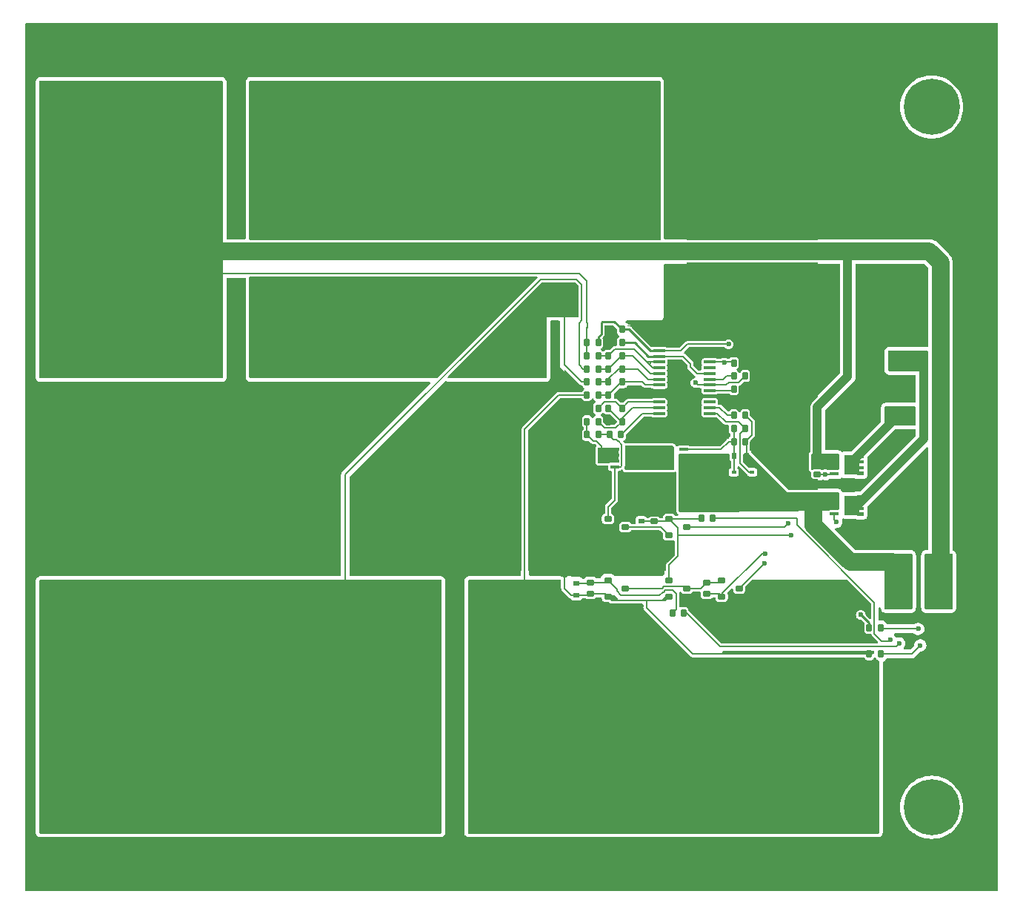
<source format=gtl>
%TF.GenerationSoftware,KiCad,Pcbnew,(6.0.11)*%
%TF.CreationDate,2023-07-04T18:20:15-04:00*%
%TF.ProjectId,Batt_Rev20,42617474-5f52-4657-9632-302e6b696361,rev?*%
%TF.SameCoordinates,Original*%
%TF.FileFunction,Copper,L1,Top*%
%TF.FilePolarity,Positive*%
%FSLAX46Y46*%
G04 Gerber Fmt 4.6, Leading zero omitted, Abs format (unit mm)*
G04 Created by KiCad (PCBNEW (6.0.11)) date 2023-07-04 18:20:15*
%MOMM*%
%LPD*%
G01*
G04 APERTURE LIST*
G04 Aperture macros list*
%AMRoundRect*
0 Rectangle with rounded corners*
0 $1 Rounding radius*
0 $2 $3 $4 $5 $6 $7 $8 $9 X,Y pos of 4 corners*
0 Add a 4 corners polygon primitive as box body*
4,1,4,$2,$3,$4,$5,$6,$7,$8,$9,$2,$3,0*
0 Add four circle primitives for the rounded corners*
1,1,$1+$1,$2,$3*
1,1,$1+$1,$4,$5*
1,1,$1+$1,$6,$7*
1,1,$1+$1,$8,$9*
0 Add four rect primitives between the rounded corners*
20,1,$1+$1,$2,$3,$4,$5,0*
20,1,$1+$1,$4,$5,$6,$7,0*
20,1,$1+$1,$6,$7,$8,$9,0*
20,1,$1+$1,$8,$9,$2,$3,0*%
%AMFreePoly0*
4,1,21,1.372500,0.787500,0.862500,0.787500,0.862500,0.532500,1.372500,0.532500,1.372500,0.127500,0.862500,0.127500,0.862500,-0.127500,1.372500,-0.127500,1.372500,-0.532500,0.862500,-0.532500,0.862500,-0.787500,1.372500,-0.787500,1.372500,-1.195000,0.612500,-1.195000,0.612500,-1.117500,-0.862500,-1.117500,-0.862500,1.117500,0.612500,1.117500,0.612500,1.195000,1.372500,1.195000,
1.372500,0.787500,1.372500,0.787500,$1*%
G04 Aperture macros list end*
%TA.AperFunction,EtchedComponent*%
%ADD10C,0.100000*%
%TD*%
%TA.AperFunction,ComponentPad*%
%ADD11C,2.710000*%
%TD*%
%TA.AperFunction,SMDPad,CuDef*%
%ADD12RoundRect,0.175000X-0.175000X-0.275000X0.175000X-0.275000X0.175000X0.275000X-0.175000X0.275000X0*%
%TD*%
%TA.AperFunction,SMDPad,CuDef*%
%ADD13RoundRect,0.150000X0.150000X0.300000X-0.150000X0.300000X-0.150000X-0.300000X0.150000X-0.300000X0*%
%TD*%
%TA.AperFunction,SMDPad,CuDef*%
%ADD14RoundRect,0.150000X-0.150000X-0.300000X0.150000X-0.300000X0.150000X0.300000X-0.150000X0.300000X0*%
%TD*%
%TA.AperFunction,SMDPad,CuDef*%
%ADD15RoundRect,0.150000X-0.300000X0.150000X-0.300000X-0.150000X0.300000X-0.150000X0.300000X0.150000X0*%
%TD*%
%TA.AperFunction,SMDPad,CuDef*%
%ADD16RoundRect,0.175000X-0.275000X-0.175000X0.275000X-0.175000X0.275000X0.175000X-0.275000X0.175000X0*%
%TD*%
%TA.AperFunction,SMDPad,CuDef*%
%ADD17R,0.990000X0.405000*%
%TD*%
%TA.AperFunction,SMDPad,CuDef*%
%ADD18FreePoly0,180.000000*%
%TD*%
%TA.AperFunction,SMDPad,CuDef*%
%ADD19RoundRect,0.177778X-0.222222X-0.697222X0.222222X-0.697222X0.222222X0.697222X-0.222222X0.697222X0*%
%TD*%
%TA.AperFunction,SMDPad,CuDef*%
%ADD20RoundRect,0.175000X0.175000X0.275000X-0.175000X0.275000X-0.175000X-0.275000X0.175000X-0.275000X0*%
%TD*%
%TA.AperFunction,SMDPad,CuDef*%
%ADD21FreePoly0,0.000000*%
%TD*%
%TA.AperFunction,SMDPad,CuDef*%
%ADD22R,0.600000X0.450000*%
%TD*%
%TA.AperFunction,SMDPad,CuDef*%
%ADD23R,0.700000X0.600000*%
%TD*%
%TA.AperFunction,ComponentPad*%
%ADD24C,0.800000*%
%TD*%
%TA.AperFunction,ComponentPad*%
%ADD25C,6.400000*%
%TD*%
%TA.AperFunction,SMDPad,CuDef*%
%ADD26RoundRect,0.150000X0.300000X-0.150000X0.300000X0.150000X-0.300000X0.150000X-0.300000X-0.150000X0*%
%TD*%
%TA.AperFunction,SMDPad,CuDef*%
%ADD27C,0.200000*%
%TD*%
%TA.AperFunction,SMDPad,CuDef*%
%ADD28R,0.600000X0.700000*%
%TD*%
%TA.AperFunction,SMDPad,CuDef*%
%ADD29RoundRect,0.100000X-0.600000X-0.100000X0.600000X-0.100000X0.600000X0.100000X-0.600000X0.100000X0*%
%TD*%
%TA.AperFunction,ComponentPad*%
%ADD30O,2.400000X1.500000*%
%TD*%
%TA.AperFunction,ViaPad*%
%ADD31C,0.800000*%
%TD*%
%TA.AperFunction,ViaPad*%
%ADD32C,0.600000*%
%TD*%
%TA.AperFunction,Conductor*%
%ADD33C,0.200000*%
%TD*%
%TA.AperFunction,Conductor*%
%ADD34C,1.000000*%
%TD*%
%TA.AperFunction,Conductor*%
%ADD35C,2.000000*%
%TD*%
%TA.AperFunction,Conductor*%
%ADD36C,0.250000*%
%TD*%
%TA.AperFunction,Conductor*%
%ADD37C,0.300000*%
%TD*%
G04 APERTURE END LIST*
D10*
%TO.C,NT1*%
X102650000Y-64600000D02*
X102550000Y-64600000D01*
X102550000Y-64600000D02*
X102550000Y-65200000D01*
X102550000Y-65200000D02*
X102650000Y-65200000D01*
X102650000Y-65200000D02*
X102650000Y-64600000D01*
%TD*%
D11*
%TO.P,J2,MP,MountPin*%
%TO.N,BATT-*%
X146350000Y-77150000D03*
X146350000Y-66850000D03*
%TD*%
D12*
%TO.P,C6,1*%
%TO.N,BATT-*%
X105062500Y-75925000D03*
%TO.P,C6,2*%
%TO.N,Net-(C7-Pad1)*%
X106612500Y-75925000D03*
%TD*%
D13*
%TO.P,R11,1*%
%TO.N,Net-(R11-Pad1)*%
X106487500Y-77425000D03*
%TO.P,R11,2*%
%TO.N,/DSG_FET_G*%
X105187500Y-77425000D03*
%TD*%
D14*
%TO.P,R20,1*%
%TO.N,/PRES*%
X119387500Y-69245000D03*
%TO.P,R20,2*%
%TO.N,BATT-*%
X120687500Y-69245000D03*
%TD*%
D15*
%TO.P,R23,1*%
%TO.N,PACK+*%
X128900000Y-80650000D03*
%TO.P,R23,2*%
%TO.N,Net-(Q6-Pad3)*%
X128900000Y-81950000D03*
%TD*%
D16*
%TO.P,Q5,1,G*%
%TO.N,Net-(Q4-Pad3)*%
X118000000Y-94050000D03*
%TO.P,Q5,2,S*%
%TO.N,VDD*%
X118000000Y-95950000D03*
%TO.P,Q5,3,D*%
%TO.N,/PRES*%
X120000000Y-95000000D03*
%TD*%
D17*
%TO.P,Q3,1,S*%
%TO.N,PACK-*%
X113660000Y-81090000D03*
%TO.P,Q3,2,S*%
X113660000Y-80430000D03*
%TO.P,Q3,3,S*%
X113660000Y-79770000D03*
%TO.P,Q3,4,G*%
%TO.N,/CHG_FET_G*%
X113660000Y-79110000D03*
D18*
%TO.P,Q3,5,D*%
%TO.N,Net-(Q2-Pad5)*%
X111667500Y-80100000D03*
%TD*%
D13*
%TO.P,R16,1*%
%TO.N,BATT-*%
X120687500Y-72225000D03*
%TO.P,R16,2*%
%TO.N,Net-(R16-Pad2)*%
X119387500Y-72225000D03*
%TD*%
D14*
%TO.P,R4,1*%
%TO.N,3P*%
X102587500Y-69925000D03*
%TO.P,R4,2*%
%TO.N,Net-(C4-Pad1)*%
X103887500Y-69925000D03*
%TD*%
D13*
%TO.P,R13,1*%
%TO.N,Net-(R13-Pad1)*%
X120687500Y-70725000D03*
%TO.P,R13,2*%
%TO.N,Net-(R13-Pad2)*%
X119387500Y-70725000D03*
%TD*%
D19*
%TO.P,R7,1*%
%TO.N,BATT-*%
X101375000Y-79800000D03*
%TO.P,R7,2*%
%TO.N,Net-(Q2-Pad1)*%
X104275000Y-79800000D03*
%TD*%
D14*
%TO.P,R5,1*%
%TO.N,4P*%
X102587500Y-68425000D03*
%TO.P,R5,2*%
%TO.N,Net-(C4-Pad2)*%
X103887500Y-68425000D03*
%TD*%
D20*
%TO.P,C2,1*%
%TO.N,Net-(C2-Pad1)*%
X106612500Y-71425000D03*
%TO.P,C2,2*%
%TO.N,Net-(C3-Pad1)*%
X105062500Y-71425000D03*
%TD*%
D17*
%TO.P,Q2,1,S*%
%TO.N,Net-(Q2-Pad1)*%
X105790000Y-79110000D03*
%TO.P,Q2,2,S*%
X105790000Y-79770000D03*
%TO.P,Q2,3,S*%
X105790000Y-80430000D03*
%TO.P,Q2,4,G*%
%TO.N,/DSG_FET_G*%
X105790000Y-81090000D03*
D21*
%TO.P,Q2,5,D*%
%TO.N,Net-(Q2-Pad5)*%
X107782500Y-80100000D03*
%TD*%
D22*
%TO.P,D1,1,K*%
%TO.N,/CHG_FET_G*%
X119387500Y-81725000D03*
%TO.P,D1,2,A*%
%TO.N,Net-(D1-Pad2)*%
X121487500Y-81725000D03*
%TD*%
D16*
%TO.P,Q4,1,G*%
%TO.N,Net-(D2-Pad1)*%
X105000000Y-94050000D03*
%TO.P,Q4,2,S*%
%TO.N,BATT-*%
X105000000Y-95950000D03*
%TO.P,Q4,3,D*%
%TO.N,Net-(Q4-Pad3)*%
X107000000Y-95000000D03*
%TD*%
D14*
%TO.P,R2,1*%
%TO.N,1P*%
X102587500Y-72925000D03*
%TO.P,R2,2*%
%TO.N,Net-(C2-Pad1)*%
X103887500Y-72925000D03*
%TD*%
D15*
%TO.P,R24,1*%
%TO.N,NMOS_G*%
X110300000Y-87350000D03*
%TO.P,R24,2*%
%TO.N,BATT-*%
X110300000Y-88650000D03*
%TD*%
D20*
%TO.P,C8,1*%
%TO.N,AVDD*%
X106612500Y-66925000D03*
%TO.P,C8,2*%
%TO.N,BATT-*%
X105062500Y-66925000D03*
%TD*%
D14*
%TO.P,R12,1*%
%TO.N,/CHG_FET_G*%
X119387500Y-78225000D03*
%TO.P,R12,2*%
%TO.N,PACK-*%
X120687500Y-78225000D03*
%TD*%
D17*
%TO.P,Q9,1,S*%
%TO.N,PACK-*%
X130865000Y-84510000D03*
%TO.P,Q9,2,S*%
X130865000Y-85170000D03*
%TO.P,Q9,3,S*%
X130865000Y-85830000D03*
%TO.P,Q9,4,G*%
%TO.N,NMOS_G*%
X130865000Y-86490000D03*
D21*
%TO.P,Q9,5,D*%
%TO.N,V_{OUT}-*%
X132857500Y-85500000D03*
%TD*%
D14*
%TO.P,R1,1*%
%TO.N,2P*%
X134850000Y-99500000D03*
%TO.P,R1,2*%
%TO.N,Net-(R1-Pad2)*%
X136150000Y-99500000D03*
%TD*%
D23*
%TO.P,D2,1,K*%
%TO.N,Net-(D2-Pad1)*%
X101400000Y-94400000D03*
%TO.P,D2,2,A*%
%TO.N,BATT-*%
X101400000Y-95800000D03*
%TD*%
D16*
%TO.P,Q6,1,G*%
%TO.N,NMOS_G*%
X112000000Y-87050000D03*
%TO.P,Q6,2,S*%
%TO.N,Net-(Q7-Pad3)*%
X112000000Y-88950000D03*
%TO.P,Q6,3,D*%
%TO.N,Net-(Q6-Pad3)*%
X114000000Y-88000000D03*
%TD*%
D23*
%TO.P,D4,1,K*%
%TO.N,NMOS_G*%
X108800000Y-87300000D03*
%TO.P,D4,2,A*%
%TO.N,BATT-*%
X108800000Y-88700000D03*
%TD*%
D20*
%TO.P,C3,1*%
%TO.N,Net-(C3-Pad1)*%
X106612500Y-69925000D03*
%TO.P,C3,2*%
%TO.N,Net-(C4-Pad1)*%
X105062500Y-69925000D03*
%TD*%
%TO.P,C5,1*%
%TO.N,VDD*%
X106612500Y-65425000D03*
%TO.P,C5,2*%
%TO.N,BATT-*%
X105062500Y-65425000D03*
%TD*%
D24*
%TO.P,H2,1*%
%TO.N,N/C*%
X142000000Y-117600000D03*
X142000000Y-122400000D03*
X140302944Y-121697056D03*
X143697056Y-118302944D03*
X144400000Y-120000000D03*
X139600000Y-120000000D03*
X143697056Y-121697056D03*
D25*
X142000000Y-120000000D03*
D24*
X140302944Y-118302944D03*
%TD*%
D13*
%TO.P,R21,1*%
%TO.N,PWR_SW*%
X117000000Y-87000000D03*
%TO.P,R21,2*%
%TO.N,NMOS_G*%
X115700000Y-87000000D03*
%TD*%
D14*
%TO.P,R22,1*%
%TO.N,BATT-*%
X134850000Y-102500000D03*
%TO.P,R22,2*%
%TO.N,PWR_SW_GND*%
X136150000Y-102500000D03*
%TD*%
D16*
%TO.P,Q1,1,G*%
%TO.N,NMOS_G*%
X112000000Y-94050000D03*
%TO.P,Q1,2,S*%
%TO.N,BATT-*%
X112000000Y-95950000D03*
%TO.P,Q1,3,D*%
%TO.N,Net-(Q4-Pad3)*%
X114000000Y-95000000D03*
%TD*%
D25*
%TO.P,H1,1*%
%TO.N,N/C*%
X142000000Y-40000000D03*
D24*
X139600000Y-40000000D03*
X140302944Y-38302944D03*
X142000000Y-42400000D03*
X140302944Y-41697056D03*
X143697056Y-41697056D03*
X144400000Y-40000000D03*
X143697056Y-38302944D03*
X142000000Y-37600000D03*
%TD*%
D13*
%TO.P,R10,1*%
%TO.N,/DSG_FET_G*%
X103887500Y-77425000D03*
%TO.P,R10,2*%
%TO.N,Net-(Q2-Pad1)*%
X102587500Y-77425000D03*
%TD*%
D12*
%TO.P,C7,1*%
%TO.N,Net-(C7-Pad1)*%
X105062500Y-74425000D03*
%TO.P,C7,2*%
%TO.N,Net-(C7-Pad2)*%
X106612500Y-74425000D03*
%TD*%
D26*
%TO.P,R18,1*%
%TO.N,VDD*%
X116300000Y-95650000D03*
%TO.P,R18,2*%
%TO.N,Net-(Q4-Pad3)*%
X116300000Y-94350000D03*
%TD*%
D16*
%TO.P,Q7,1,G*%
%TO.N,/DSG_FET_G*%
X105000000Y-87050000D03*
%TO.P,Q7,2,S*%
%TO.N,BATT-*%
X105000000Y-88950000D03*
%TO.P,Q7,3,D*%
%TO.N,Net-(Q7-Pad3)*%
X107000000Y-88000000D03*
%TD*%
D20*
%TO.P,C4,1*%
%TO.N,Net-(C4-Pad1)*%
X106612500Y-68425000D03*
%TO.P,C4,2*%
%TO.N,Net-(C4-Pad2)*%
X105062500Y-68425000D03*
%TD*%
D17*
%TO.P,Q8,1,S*%
%TO.N,PACK+*%
X130865000Y-79910000D03*
%TO.P,Q8,2,S*%
X130865000Y-80570000D03*
%TO.P,Q8,3,S*%
X130865000Y-81230000D03*
%TO.P,Q8,4,G*%
%TO.N,Net-(Q6-Pad3)*%
X130865000Y-81890000D03*
D21*
%TO.P,Q8,5,D*%
%TO.N,V_{OUT}+*%
X132857500Y-80900000D03*
%TD*%
D15*
%TO.P,R15,1*%
%TO.N,Net-(D2-Pad1)*%
X103000000Y-94350000D03*
%TO.P,R15,2*%
%TO.N,BATT-*%
X103000000Y-95650000D03*
%TD*%
D13*
%TO.P,R14,1*%
%TO.N,Net-(D1-Pad2)*%
X120687500Y-76725000D03*
%TO.P,R14,2*%
%TO.N,/CHG_FET_G*%
X119387500Y-76725000D03*
%TD*%
D20*
%TO.P,C1,1*%
%TO.N,BATT-*%
X106612500Y-72925000D03*
%TO.P,C1,2*%
%TO.N,Net-(C2-Pad1)*%
X105062500Y-72925000D03*
%TD*%
D13*
%TO.P,R17,1*%
%TO.N,CHG*%
X113650000Y-97800000D03*
%TO.P,R17,2*%
%TO.N,Net-(D2-Pad1)*%
X112350000Y-97800000D03*
%TD*%
D14*
%TO.P,R8,1*%
%TO.N,BATT-*%
X102587500Y-74425000D03*
%TO.P,R8,2*%
%TO.N,Net-(C7-Pad2)*%
X103887500Y-74425000D03*
%TD*%
D27*
%TO.P,NT1,1,1*%
%TO.N,PACK+*%
X102600000Y-64600000D03*
%TO.P,NT1,2,2*%
%TO.N,4P*%
X102600000Y-65200000D03*
%TD*%
D28*
%TO.P,D3,1,K*%
%TO.N,/CHG_FET_G*%
X119437500Y-79825000D03*
%TO.P,D3,2,A*%
%TO.N,PACK-*%
X120837500Y-79825000D03*
%TD*%
D29*
%TO.P,U1,1,VDD*%
%TO.N,VDD*%
X110837500Y-67850000D03*
%TO.P,U1,2,AVDD*%
%TO.N,AVDD*%
X110837500Y-68500000D03*
%TO.P,U1,3,VC5*%
%TO.N,Net-(C4-Pad2)*%
X110837500Y-69150000D03*
%TO.P,U1,4,VC4*%
X110837500Y-69800000D03*
%TO.P,U1,5,VC3*%
%TO.N,Net-(C4-Pad1)*%
X110837500Y-70450000D03*
%TO.P,U1,6,VC2*%
%TO.N,Net-(C3-Pad1)*%
X110837500Y-71100000D03*
%TO.P,U1,7,VC1*%
%TO.N,Net-(C2-Pad1)*%
X110837500Y-71750000D03*
%TO.P,U1,8,VC0*%
%TO.N,BATT-*%
X110837500Y-72400000D03*
%TO.P,U1,9,VSS*%
X110837500Y-73050000D03*
%TO.P,U1,10,SRP*%
%TO.N,Net-(C7-Pad2)*%
X110837500Y-73700000D03*
%TO.P,U1,11,SRN*%
%TO.N,Net-(C7-Pad1)*%
X110837500Y-74350000D03*
%TO.P,U1,12,DSG*%
%TO.N,Net-(R11-Pad1)*%
X110837500Y-75000000D03*
%TO.P,U1,13,CHG*%
%TO.N,Net-(D1-Pad2)*%
X116637500Y-75000000D03*
%TO.P,U1,14,LD*%
%TO.N,Net-(R19-Pad1)*%
X116637500Y-74350000D03*
%TO.P,U1,15,LPWR*%
%TO.N,unconnected-(U1-Pad15)*%
X116637500Y-73700000D03*
%TO.P,U1,16,CBI*%
%TO.N,BATT-*%
X116637500Y-73050000D03*
%TO.P,U1,17,OCDP*%
%TO.N,Net-(R16-Pad2)*%
X116637500Y-72400000D03*
%TO.P,U1,18,TS*%
%TO.N,Net-(R13-Pad1)*%
X116637500Y-71750000D03*
%TO.P,U1,19,VTB*%
%TO.N,Net-(R13-Pad2)*%
X116637500Y-71100000D03*
%TO.P,U1,20,CCFG*%
%TO.N,AVDD*%
X116637500Y-70450000D03*
%TO.P,U1,21,CBO*%
%TO.N,unconnected-(U1-Pad21)*%
X116637500Y-69800000D03*
%TO.P,U1,22,PRES*%
%TO.N,/PRES*%
X116637500Y-69150000D03*
%TO.P,U1,23,CTRC*%
%TO.N,BATT-*%
X116637500Y-68500000D03*
%TO.P,U1,24,CTRD*%
X116637500Y-67850000D03*
%TD*%
D14*
%TO.P,R6,1*%
%TO.N,4P*%
X102587500Y-66925000D03*
%TO.P,R6,2*%
%TO.N,VDD*%
X103887500Y-66925000D03*
%TD*%
%TO.P,R19,1*%
%TO.N,Net-(R19-Pad1)*%
X119387500Y-75225000D03*
%TO.P,R19,2*%
%TO.N,PACK-*%
X120687500Y-75225000D03*
%TD*%
%TO.P,R3,1*%
%TO.N,2P*%
X102587500Y-71425000D03*
%TO.P,R3,2*%
%TO.N,Net-(C3-Pad1)*%
X103887500Y-71425000D03*
%TD*%
D13*
%TO.P,R9,1*%
%TO.N,Net-(C7-Pad1)*%
X103887500Y-75925000D03*
%TO.P,R9,2*%
%TO.N,Net-(Q2-Pad1)*%
X102587500Y-75925000D03*
%TD*%
D30*
%TO.P,BT4,1,-*%
%TO.N,BATT-*%
X125000000Y-41000000D03*
X125000000Y-61000000D03*
%TO.P,BT4,2,+*%
%TO.N,1P*%
X125000000Y-99000000D03*
X125000000Y-119000000D03*
%TD*%
%TO.P,BT2,1,-*%
%TO.N,2P*%
X75000000Y-41000000D03*
X75000000Y-61000000D03*
%TO.P,BT2,2,+*%
%TO.N,3P*%
X75000000Y-99000000D03*
X75000000Y-119000000D03*
%TD*%
%TO.P,BT3,1,-*%
%TO.N,1P*%
X100000000Y-119000000D03*
X100000000Y-99000000D03*
%TO.P,BT3,2,+*%
%TO.N,2P*%
X100000000Y-41000000D03*
X100000000Y-61000000D03*
%TD*%
%TO.P,BT1,1,-*%
%TO.N,3P*%
X50000000Y-99000000D03*
X50000000Y-119000000D03*
%TO.P,BT1,2,+*%
%TO.N,PACK+*%
X50000000Y-61000000D03*
X50000000Y-41000000D03*
%TD*%
D31*
%TO.N,BATT-*%
X136000000Y-72000000D03*
X136000000Y-69000000D03*
X138000000Y-66000000D03*
X136000000Y-66000000D03*
X148000000Y-88000000D03*
X146000000Y-88000000D03*
X148000000Y-90000000D03*
X146000000Y-90000000D03*
X146000000Y-92000000D03*
X146000000Y-94000000D03*
X148000000Y-96000000D03*
X146000000Y-96000000D03*
X148000000Y-98000000D03*
X146000000Y-98000000D03*
X148000000Y-100000000D03*
X146000000Y-100000000D03*
X148000000Y-112000000D03*
X146000000Y-112000000D03*
X148000000Y-110000000D03*
X146000000Y-110000000D03*
X146000000Y-108000000D03*
X146000000Y-102000000D03*
X148000000Y-102000000D03*
X148000000Y-104000000D03*
X146000000Y-104000000D03*
X146000000Y-106000000D03*
D32*
X139500000Y-101000000D03*
%TO.N,PWR_SW_GND*%
X140700000Y-101500000D03*
D31*
%TO.N,PACK+*%
X143500000Y-95500000D03*
X142000000Y-95500000D03*
X143500000Y-94000000D03*
X142000000Y-94000000D03*
%TO.N,PACK-*%
X137500000Y-95500000D03*
X139000000Y-95500000D03*
X139000000Y-94000000D03*
X137500000Y-94000000D03*
D32*
%TO.N,Net-(R1-Pad2)*%
X140460000Y-99620000D03*
%TO.N,PWR_SW*%
X137300000Y-100900000D03*
%TO.N,CHG*%
X138300000Y-101300000D03*
D31*
%TO.N,V_{OUT}+*%
X137700000Y-75700000D03*
X138400000Y-75000000D03*
%TO.N,V_{OUT}-*%
X139000000Y-69000000D03*
X138000000Y-69000000D03*
%TO.N,BATT-*%
X99000000Y-81000000D03*
X101000000Y-82000000D03*
X115337500Y-68125000D03*
X99000000Y-79000000D03*
D32*
X105737500Y-66925000D03*
D31*
X101000000Y-83000000D03*
X107537500Y-72225000D03*
X99000000Y-83000000D03*
X100000000Y-82000000D03*
X100000000Y-81000000D03*
X100000000Y-80000000D03*
D32*
X105733411Y-65429089D03*
X119387500Y-73725000D03*
D31*
X99000000Y-82000000D03*
D32*
X120237500Y-72825000D03*
D31*
X100000000Y-79000000D03*
D32*
X105637500Y-75925000D03*
D31*
X100000000Y-83000000D03*
X99000000Y-80000000D03*
D32*
X103088000Y-74425000D03*
D31*
X112237500Y-72725000D03*
D32*
%TO.N,VDD*%
X118800000Y-67100000D03*
X123000000Y-91000000D03*
%TO.N,2P*%
X133900000Y-98000000D03*
%TO.N,/PRES*%
X122900000Y-92100000D03*
X118300000Y-69200000D03*
%TO.N,Net-(Q6-Pad3)*%
X129850000Y-81950000D03*
X125600000Y-87600000D03*
%TO.N,NMOS_G*%
X125900000Y-88900000D03*
X131100000Y-87400000D03*
%TO.N,Net-(R13-Pad1)*%
X115000000Y-71500000D03*
%TD*%
D33*
%TO.N,/DSG_FET_G*%
X105625000Y-78000000D02*
X105187500Y-77562500D01*
X106175000Y-78175000D02*
X106151104Y-78175000D01*
X106585000Y-78585000D02*
X106175000Y-78175000D01*
X106585000Y-80932500D02*
X106585000Y-78585000D01*
X106427500Y-81090000D02*
X106585000Y-80932500D01*
X106151104Y-78175000D02*
X105976104Y-78000000D01*
X105790000Y-81090000D02*
X106427500Y-81090000D01*
X105976104Y-78000000D02*
X105625000Y-78000000D01*
D34*
%TO.N,V_{OUT}+*%
X137700000Y-75700000D02*
X138400000Y-75000000D01*
D35*
%TO.N,PACK+*%
X143000000Y-91400000D02*
X143000000Y-57800000D01*
X143000000Y-57800000D02*
X141800000Y-56600000D01*
X142500000Y-91900000D02*
X143000000Y-91400000D01*
%TO.N,PACK-*%
X128900000Y-85100000D02*
X130100000Y-85100000D01*
X128500000Y-85500000D02*
X128900000Y-85100000D01*
X132700000Y-92000000D02*
X128500000Y-87800000D01*
X137500000Y-92000000D02*
X132700000Y-92000000D01*
X128500000Y-87800000D02*
X128500000Y-85500000D01*
D33*
%TO.N,VDD*%
X122600000Y-91000000D02*
X118000000Y-95600000D01*
X118000000Y-95600000D02*
X118000000Y-95913604D01*
X123000000Y-91000000D02*
X122600000Y-91000000D01*
%TO.N,Net-(D2-Pad1)*%
X112800000Y-97350000D02*
X112350000Y-97800000D01*
X112800000Y-95600000D02*
X112800000Y-97350000D01*
X111365686Y-95400000D02*
X111565686Y-95200000D01*
X111300000Y-95400000D02*
X111365686Y-95400000D01*
X112400000Y-95200000D02*
X112800000Y-95600000D01*
X111565686Y-95200000D02*
X112400000Y-95200000D01*
X106500000Y-95800000D02*
X110900000Y-95800000D01*
X110900000Y-95800000D02*
X111300000Y-95400000D01*
X106000000Y-95300000D02*
X106500000Y-95800000D01*
X106000000Y-95086396D02*
X106000000Y-95300000D01*
X105000000Y-94086396D02*
X106000000Y-95086396D01*
%TO.N,PWR_SW_GND*%
X139700000Y-102500000D02*
X140700000Y-101500000D01*
X136150000Y-102500000D02*
X139700000Y-102500000D01*
%TO.N,PWR_SW*%
X137200000Y-101000000D02*
X137300000Y-100900000D01*
X126600000Y-87751471D02*
X135450000Y-96601471D01*
X135450000Y-100150000D02*
X136300000Y-101000000D01*
X136300000Y-101000000D02*
X137200000Y-101000000D01*
X117000000Y-87000000D02*
X126500000Y-87000000D01*
X126500000Y-87000000D02*
X126600000Y-87100000D01*
X126600000Y-87100000D02*
X126600000Y-87751471D01*
X135450000Y-96601471D02*
X135450000Y-100150000D01*
%TO.N,CHG*%
X114000000Y-97800000D02*
X113650000Y-97800000D01*
X117800000Y-101600000D02*
X114000000Y-97800000D01*
X138000000Y-101600000D02*
X117800000Y-101600000D01*
X138300000Y-101300000D02*
X138000000Y-101600000D01*
D34*
%TO.N,V_{OUT}-*%
X139000000Y-69000000D02*
X138000000Y-69000000D01*
X140700000Y-69000000D02*
X139000000Y-69000000D01*
X141100000Y-69400000D02*
X140700000Y-69000000D01*
X141100000Y-77900000D02*
X141100000Y-69400000D01*
X133500000Y-85500000D02*
X141100000Y-77900000D01*
X132857500Y-85500000D02*
X133500000Y-85500000D01*
%TO.N,V_{OUT}+*%
X132857500Y-80542500D02*
X137700000Y-75700000D01*
X132857500Y-80900000D02*
X132857500Y-80542500D01*
D33*
%TO.N,BATT-*%
X111550000Y-96400000D02*
X112000000Y-95950000D01*
X118437500Y-73725000D02*
X119387500Y-73725000D01*
X101400000Y-95800000D02*
X102850000Y-95800000D01*
X115612500Y-67850000D02*
X116637500Y-67850000D01*
X108800000Y-88700000D02*
X110250000Y-88700000D01*
X100800000Y-95800000D02*
X101400000Y-95800000D01*
X109400000Y-96400000D02*
X109400000Y-97200000D01*
X109400000Y-97200000D02*
X114700000Y-102500000D01*
X108612500Y-72400000D02*
X108437500Y-72225000D01*
X116642500Y-68495000D02*
X119937500Y-68495000D01*
X104050000Y-88950000D02*
X100000000Y-93000000D01*
D36*
X105062500Y-66925000D02*
X105737500Y-66925000D01*
D33*
X100000000Y-95000000D02*
X100800000Y-95800000D01*
D36*
X111912500Y-73050000D02*
X112237500Y-72725000D01*
X101000000Y-83000000D02*
X101000000Y-84950000D01*
D33*
X104700000Y-95650000D02*
X105000000Y-95950000D01*
D37*
X105062500Y-75925000D02*
X105637500Y-75925000D01*
D33*
X107537500Y-72225000D02*
X107312500Y-72225000D01*
X105250000Y-88700000D02*
X108800000Y-88700000D01*
D36*
X101000000Y-84950000D02*
X105000000Y-88950000D01*
D33*
X117762500Y-73050000D02*
X118437500Y-73725000D01*
D36*
X111912500Y-72400000D02*
X112237500Y-72725000D01*
D33*
X109400000Y-96400000D02*
X111550000Y-96400000D01*
X119937500Y-68495000D02*
X120687500Y-69245000D01*
D36*
X110837500Y-72400000D02*
X111912500Y-72400000D01*
D33*
X105450000Y-96400000D02*
X109400000Y-96400000D01*
X100000000Y-93000000D02*
X100000000Y-95000000D01*
X110837500Y-72400000D02*
X108612500Y-72400000D01*
X105000000Y-88950000D02*
X104050000Y-88950000D01*
D36*
X105062500Y-65425000D02*
X105729322Y-65425000D01*
X110837500Y-73050000D02*
X111912500Y-73050000D01*
D33*
X115337500Y-68125000D02*
X115712500Y-68500000D01*
X107312500Y-72225000D02*
X106612500Y-72925000D01*
X108437500Y-72225000D02*
X107537500Y-72225000D01*
X103000000Y-95650000D02*
X104700000Y-95650000D01*
X114700000Y-102500000D02*
X134850000Y-102500000D01*
D37*
X102587500Y-74425000D02*
X103088000Y-74425000D01*
D33*
X115712500Y-68500000D02*
X116637500Y-68500000D01*
X105000000Y-95950000D02*
X105450000Y-96400000D01*
X116637500Y-73050000D02*
X117762500Y-73050000D01*
D36*
X105729322Y-65425000D02*
X105733411Y-65429089D01*
D33*
X115337500Y-68125000D02*
X115612500Y-67850000D01*
%TO.N,Net-(C2-Pad1)*%
X109262500Y-71750000D02*
X110837500Y-71750000D01*
X105062500Y-72925000D02*
X103887500Y-72925000D01*
X108937500Y-71425000D02*
X109262500Y-71750000D01*
X106612500Y-71425000D02*
X108937500Y-71425000D01*
X106562500Y-71425000D02*
X105062500Y-72925000D01*
%TO.N,Net-(C4-Pad1)*%
X105062500Y-69925000D02*
X103887500Y-69925000D01*
X107837500Y-68425000D02*
X109862500Y-70450000D01*
X106562500Y-68425000D02*
X105062500Y-69925000D01*
X106612500Y-68425000D02*
X107837500Y-68425000D01*
X109862500Y-70450000D02*
X110837500Y-70450000D01*
%TO.N,Net-(C7-Pad1)*%
X106562500Y-75925000D02*
X105062500Y-74425000D01*
X105862500Y-76675000D02*
X106612500Y-75925000D01*
X107812500Y-74350000D02*
X110837500Y-74350000D01*
X103887500Y-75925000D02*
X104637500Y-76675000D01*
X106612500Y-75925000D02*
X106612500Y-75550000D01*
X106612500Y-75550000D02*
X107812500Y-74350000D01*
X104637500Y-76675000D02*
X105862500Y-76675000D01*
%TO.N,PACK-*%
X121437500Y-75975000D02*
X121437500Y-77475000D01*
X120687500Y-75225000D02*
X121437500Y-75975000D01*
X120837500Y-79825000D02*
X122237500Y-81225000D01*
X121437500Y-77475000D02*
X120687500Y-78225000D01*
X120837500Y-79825000D02*
X120837500Y-78375000D01*
D35*
%TO.N,PACK+*%
X54500000Y-56500000D02*
X50000000Y-61000000D01*
D33*
X102600000Y-59900000D02*
X101700000Y-59000000D01*
X101700000Y-59000000D02*
X59900000Y-59000000D01*
X102600000Y-64600000D02*
X102600000Y-59900000D01*
D34*
X132400000Y-56600000D02*
X132300000Y-56500000D01*
D35*
X54500000Y-56500000D02*
X132300000Y-56500000D01*
D34*
X132400000Y-70800000D02*
X132400000Y-56600000D01*
X128900000Y-74300000D02*
X132400000Y-70800000D01*
D33*
X59900000Y-59000000D02*
X57900000Y-61000000D01*
D34*
X128900000Y-80650000D02*
X128900000Y-74300000D01*
D33*
X57900000Y-61000000D02*
X50000000Y-61000000D01*
D35*
X141700000Y-56500000D02*
X132300000Y-56500000D01*
D36*
%TO.N,VDD*%
X109862500Y-67850000D02*
X110837500Y-67850000D01*
X103887500Y-66925000D02*
X103887500Y-66275000D01*
X107437500Y-65425000D02*
X109862500Y-67850000D01*
X104337500Y-64525000D02*
X105712500Y-64525000D01*
D33*
X117700000Y-95650000D02*
X118000000Y-95950000D01*
X110837500Y-67850000D02*
X113350000Y-67850000D01*
D36*
X104237500Y-65925000D02*
X104237500Y-64625000D01*
D33*
X116300000Y-95650000D02*
X117700000Y-95650000D01*
D36*
X105712500Y-64525000D02*
X106612500Y-65425000D01*
X104237500Y-64625000D02*
X104337500Y-64525000D01*
X106612500Y-65425000D02*
X107437500Y-65425000D01*
D33*
X113350000Y-67850000D02*
X114100000Y-67100000D01*
D36*
X103887500Y-66275000D02*
X104237500Y-65925000D01*
D33*
X114100000Y-67100000D02*
X118800000Y-67100000D01*
%TO.N,4P*%
X102587500Y-66925000D02*
X102587500Y-68425000D01*
X102587500Y-66925000D02*
X102587500Y-65137500D01*
%TO.N,3P*%
X97300000Y-59700000D02*
X101400000Y-59700000D01*
X101712500Y-69487500D02*
X101712500Y-64687500D01*
X102000000Y-64400000D02*
X101712500Y-64687500D01*
X102000000Y-60300000D02*
X102000000Y-64400000D01*
X101400000Y-59700000D02*
X102000000Y-60300000D01*
X75000000Y-82000000D02*
X97300000Y-59700000D01*
X102150000Y-69925000D02*
X101712500Y-69487500D01*
X75000000Y-99000000D02*
X75000000Y-82000000D01*
X102587500Y-69925000D02*
X102150000Y-69925000D01*
D36*
%TO.N,2P*%
X134850000Y-98950000D02*
X133900000Y-98000000D01*
D33*
X101937500Y-71425000D02*
X100000000Y-69487500D01*
D36*
X134850000Y-99500000D02*
X134850000Y-98950000D01*
D33*
X102587500Y-71425000D02*
X101937500Y-71425000D01*
X100000000Y-69487500D02*
X100000000Y-61000000D01*
%TO.N,1P*%
X102587500Y-72925000D02*
X99375000Y-72925000D01*
X95500000Y-97200000D02*
X97300000Y-99000000D01*
X95500000Y-76800000D02*
X95500000Y-97200000D01*
X99375000Y-72925000D02*
X95500000Y-76800000D01*
X97300000Y-99000000D02*
X100000000Y-99000000D01*
D36*
%TO.N,AVDD*%
X106612500Y-66925000D02*
X108037500Y-66925000D01*
X108037500Y-66925000D02*
X109612500Y-68500000D01*
D33*
X115162500Y-70450000D02*
X114437500Y-69725000D01*
X114437500Y-69725000D02*
X114437500Y-69325000D01*
X114437500Y-69325000D02*
X113612500Y-68500000D01*
X113612500Y-68500000D02*
X110837500Y-68500000D01*
X116637500Y-70450000D02*
X115162500Y-70450000D01*
D36*
X109612500Y-68500000D02*
X110837500Y-68500000D01*
D33*
%TO.N,Net-(C4-Pad2)*%
X109737500Y-69325000D02*
X109912500Y-69150000D01*
X109737500Y-69425000D02*
X110112500Y-69800000D01*
X107987500Y-67675000D02*
X109462500Y-69150000D01*
X110112500Y-69800000D02*
X110837500Y-69800000D01*
X109462500Y-69150000D02*
X110837500Y-69150000D01*
X109737500Y-69425000D02*
X109737500Y-69325000D01*
X109462500Y-69150000D02*
X109737500Y-69425000D01*
X105062500Y-68425000D02*
X105812500Y-67675000D01*
X103887500Y-68425000D02*
X105062500Y-68425000D01*
X109912500Y-69150000D02*
X110837500Y-69150000D01*
X105812500Y-67675000D02*
X107987500Y-67675000D01*
%TO.N,Net-(C7-Pad2)*%
X104637500Y-73675000D02*
X105862500Y-73675000D01*
X110837500Y-73700000D02*
X107337500Y-73700000D01*
X103887500Y-74425000D02*
X104637500Y-73675000D01*
X105862500Y-73675000D02*
X106612500Y-74425000D01*
X107337500Y-73700000D02*
X106612500Y-74425000D01*
%TO.N,Net-(C3-Pad1)*%
X110837500Y-71100000D02*
X109612500Y-71100000D01*
X105062500Y-71425000D02*
X103887500Y-71425000D01*
X108437500Y-69925000D02*
X106612500Y-69925000D01*
X109612500Y-71100000D02*
X108437500Y-69925000D01*
X105062500Y-71046751D02*
X105062500Y-71425000D01*
X106612500Y-69925000D02*
X106184251Y-69925000D01*
X106184251Y-69925000D02*
X105062500Y-71046751D01*
%TO.N,/CHG_FET_G*%
X119387500Y-76725000D02*
X119387500Y-78225000D01*
X113660000Y-79110000D02*
X117915000Y-79110000D01*
X119437500Y-79825000D02*
X119437500Y-81675000D01*
X118800000Y-78225000D02*
X119387500Y-78225000D01*
X119387500Y-78225000D02*
X119387500Y-79775000D01*
X117915000Y-79110000D02*
X118800000Y-78225000D01*
%TO.N,/DSG_FET_G*%
X105187500Y-77425000D02*
X103887500Y-77425000D01*
X105000000Y-85700000D02*
X105000000Y-87050000D01*
X105790000Y-84910000D02*
X105000000Y-85700000D01*
X105790000Y-81090000D02*
X105790000Y-84910000D01*
%TO.N,Net-(R19-Pad1)*%
X116637500Y-74350000D02*
X117762500Y-74350000D01*
X117762500Y-74350000D02*
X118637500Y-75225000D01*
X118637500Y-75225000D02*
X119387500Y-75225000D01*
%TO.N,Net-(R1-Pad2)*%
X140460000Y-99620000D02*
X136270000Y-99620000D01*
%TO.N,/PRES*%
X120000000Y-95000000D02*
X122900000Y-92100000D01*
X116637500Y-69150000D02*
X119292500Y-69150000D01*
%TO.N,Net-(Q7-Pad3)*%
X111050000Y-88000000D02*
X107000000Y-88000000D01*
X112000000Y-88950000D02*
X111050000Y-88000000D01*
%TO.N,Net-(Q6-Pad3)*%
X125200000Y-88000000D02*
X125600000Y-87600000D01*
X114000000Y-88000000D02*
X125200000Y-88000000D01*
X128900000Y-81950000D02*
X129850000Y-81950000D01*
X129850000Y-81950000D02*
X130805000Y-81950000D01*
%TO.N,Net-(R11-Pad1)*%
X108962500Y-75000000D02*
X106537500Y-77425000D01*
X110837500Y-75000000D02*
X108962500Y-75000000D01*
%TO.N,Net-(R16-Pad2)*%
X118437500Y-72425000D02*
X119187500Y-72425000D01*
X118412500Y-72400000D02*
X118437500Y-72425000D01*
X116637500Y-72400000D02*
X118412500Y-72400000D01*
%TO.N,Net-(D1-Pad2)*%
X119937500Y-75975000D02*
X120687500Y-76725000D01*
X118487500Y-75975000D02*
X119937500Y-75975000D01*
X120087500Y-77325000D02*
X120087500Y-80675000D01*
X117512500Y-75000000D02*
X118487500Y-75975000D01*
X121137500Y-81725000D02*
X121487500Y-81725000D01*
X116637500Y-75000000D02*
X117512500Y-75000000D01*
X120687500Y-76725000D02*
X120087500Y-77325000D01*
X120087500Y-80675000D02*
X121137500Y-81725000D01*
%TO.N,Net-(D2-Pad1)*%
X101400000Y-94400000D02*
X102950000Y-94400000D01*
X104700000Y-94350000D02*
X105000000Y-94050000D01*
X103000000Y-94350000D02*
X104700000Y-94350000D01*
%TO.N,NMOS_G*%
X112000000Y-87050000D02*
X113000000Y-88050000D01*
X110300000Y-87350000D02*
X111700000Y-87350000D01*
X113000000Y-91300000D02*
X112000000Y-92300000D01*
X130865000Y-86490000D02*
X130865000Y-87165000D01*
X108800000Y-87300000D02*
X110250000Y-87300000D01*
X112000000Y-92300000D02*
X112000000Y-94050000D01*
X113000000Y-88900000D02*
X125900000Y-88900000D01*
X112000000Y-87050000D02*
X115650000Y-87050000D01*
X111700000Y-87350000D02*
X112000000Y-87050000D01*
X130865000Y-87165000D02*
X131100000Y-87400000D01*
X113000000Y-88050000D02*
X113000000Y-88900000D01*
X113000000Y-88900000D02*
X113000000Y-91300000D01*
%TO.N,Net-(Q4-Pad3)*%
X111400000Y-94800000D02*
X113800000Y-94800000D01*
X111200000Y-95000000D02*
X111400000Y-94800000D01*
X115650000Y-95000000D02*
X116300000Y-94350000D01*
X107000000Y-95000000D02*
X111200000Y-95000000D01*
X116300000Y-94350000D02*
X117700000Y-94350000D01*
X117700000Y-94350000D02*
X118000000Y-94050000D01*
X114000000Y-95000000D02*
X115650000Y-95000000D01*
%TO.N,Net-(Q2-Pad1)*%
X104275000Y-78750000D02*
X104275000Y-79600000D01*
X102587500Y-77425000D02*
X102587500Y-75925000D01*
X103700000Y-78175000D02*
X104275000Y-78750000D01*
X102587500Y-77425000D02*
X103337500Y-78175000D01*
X103337500Y-78175000D02*
X103700000Y-78175000D01*
%TO.N,Net-(R13-Pad1)*%
X118787500Y-71475000D02*
X119937500Y-71475000D01*
X119937500Y-71475000D02*
X120687500Y-70725000D01*
X118512500Y-71750000D02*
X118787500Y-71475000D01*
X116637500Y-71750000D02*
X118512500Y-71750000D01*
X116637500Y-71750000D02*
X115250000Y-71750000D01*
X115250000Y-71750000D02*
X115000000Y-71500000D01*
%TO.N,Net-(R13-Pad2)*%
X118537500Y-70725000D02*
X119387500Y-70725000D01*
X118162500Y-71100000D02*
X118537500Y-70725000D01*
X116637500Y-71100000D02*
X118162500Y-71100000D01*
%TD*%
%TA.AperFunction,Conductor*%
%TO.N,PACK-*%
G36*
X118829121Y-79620002D02*
G01*
X118875614Y-79673658D01*
X118887000Y-79726000D01*
X118887000Y-80199674D01*
X118901534Y-80272740D01*
X118956899Y-80355601D01*
X118967214Y-80362493D01*
X118967218Y-80362497D01*
X119031001Y-80405115D01*
X119076529Y-80459591D01*
X119087000Y-80509880D01*
X119087000Y-81142186D01*
X119066998Y-81210307D01*
X119009217Y-81258595D01*
X119001930Y-81261613D01*
X118989760Y-81264034D01*
X118979445Y-81270926D01*
X118979443Y-81270927D01*
X118979442Y-81270928D01*
X118906899Y-81319399D01*
X118851534Y-81402260D01*
X118837000Y-81475326D01*
X118837000Y-81974674D01*
X118851534Y-82047740D01*
X118906899Y-82130601D01*
X118989760Y-82185966D01*
X119062826Y-82200500D01*
X119712174Y-82200500D01*
X119785240Y-82185966D01*
X119868101Y-82130601D01*
X119923466Y-82047740D01*
X119938000Y-81974674D01*
X119938000Y-81475326D01*
X119923466Y-81402260D01*
X119868101Y-81319399D01*
X119843999Y-81303295D01*
X119798471Y-81248819D01*
X119788000Y-81198529D01*
X119788000Y-81175372D01*
X119808002Y-81107251D01*
X119861658Y-81060758D01*
X119931932Y-81050654D01*
X119996512Y-81080148D01*
X120003095Y-81086277D01*
X120853717Y-81936899D01*
X120865795Y-81951853D01*
X120869027Y-81955405D01*
X120874675Y-81964152D01*
X120882852Y-81970598D01*
X120898586Y-81983002D01*
X120902521Y-81986499D01*
X120902609Y-81986395D01*
X120906567Y-81989749D01*
X120910246Y-81993428D01*
X120914474Y-81996449D01*
X120918447Y-81999816D01*
X120917075Y-82001435D01*
X120950754Y-82043819D01*
X120951534Y-82047740D01*
X121006899Y-82130601D01*
X121089760Y-82185966D01*
X121162826Y-82200500D01*
X121812174Y-82200500D01*
X121885240Y-82185966D01*
X121968101Y-82130601D01*
X122023466Y-82047740D01*
X122038000Y-81974674D01*
X122038000Y-81475326D01*
X122023466Y-81402260D01*
X121968101Y-81319399D01*
X121885240Y-81264034D01*
X121812174Y-81249500D01*
X121209872Y-81249500D01*
X121141751Y-81229498D01*
X121120777Y-81212595D01*
X120474905Y-80566723D01*
X120440879Y-80504411D01*
X120438000Y-80477628D01*
X120438000Y-79726000D01*
X120458002Y-79657879D01*
X120511658Y-79611386D01*
X120564000Y-79600000D01*
X121047810Y-79600000D01*
X121115931Y-79620002D01*
X121136905Y-79636905D01*
X125500000Y-84000000D01*
X131274000Y-84000000D01*
X131342121Y-84020002D01*
X131388614Y-84073658D01*
X131400000Y-84126000D01*
X131400000Y-85911000D01*
X131379998Y-85979121D01*
X131326342Y-86025614D01*
X131274000Y-86037000D01*
X130345326Y-86037000D01*
X130272260Y-86051534D01*
X130261943Y-86058428D01*
X130261942Y-86058428D01*
X130210920Y-86092519D01*
X130142296Y-86113745D01*
X116573185Y-86262042D01*
X113227377Y-86298608D01*
X113159042Y-86279352D01*
X113111965Y-86226208D01*
X113100000Y-86172616D01*
X113100000Y-79726000D01*
X113120002Y-79657879D01*
X113173658Y-79611386D01*
X113226000Y-79600000D01*
X118761000Y-79600000D01*
X118829121Y-79620002D01*
G37*
%TD.AperFunction*%
%TD*%
%TA.AperFunction,Conductor*%
%TO.N,BATT-*%
G36*
X149541621Y-30420502D02*
G01*
X149588114Y-30474158D01*
X149599500Y-30526500D01*
X149599500Y-129473500D01*
X149579498Y-129541621D01*
X149525842Y-129588114D01*
X149473500Y-129599500D01*
X38526500Y-129599500D01*
X38458379Y-129579498D01*
X38411886Y-129525842D01*
X38400500Y-129473500D01*
X38400500Y-122874000D01*
X39594500Y-122874000D01*
X39594860Y-122877347D01*
X39594860Y-122877351D01*
X39599302Y-122918665D01*
X39603766Y-122960193D01*
X39615152Y-123012535D01*
X39616030Y-123015303D01*
X39616032Y-123015312D01*
X39630467Y-123060840D01*
X39637870Y-123084190D01*
X39704929Y-123191887D01*
X39751422Y-123245543D01*
X39790638Y-123280516D01*
X39805459Y-123293734D01*
X39828998Y-123314727D01*
X39837143Y-123318588D01*
X39939160Y-123366951D01*
X39939164Y-123366953D01*
X39943637Y-123369073D01*
X39948385Y-123370467D01*
X39948390Y-123370469D01*
X40007435Y-123387806D01*
X40007439Y-123387807D01*
X40011758Y-123389075D01*
X40016206Y-123389715D01*
X40016213Y-123389716D01*
X40121552Y-123404861D01*
X40121559Y-123404861D01*
X40126000Y-123405500D01*
X85874000Y-123405500D01*
X85877347Y-123405140D01*
X85877351Y-123405140D01*
X85956829Y-123396596D01*
X85956836Y-123396595D01*
X85960193Y-123396234D01*
X86012535Y-123384848D01*
X86015303Y-123383970D01*
X86015312Y-123383968D01*
X86076678Y-123364512D01*
X86076680Y-123364511D01*
X86084190Y-123362130D01*
X86191887Y-123295071D01*
X86245543Y-123248578D01*
X86296102Y-123191887D01*
X86308728Y-123177729D01*
X86308729Y-123177728D01*
X86314727Y-123171002D01*
X86352710Y-123090880D01*
X86366951Y-123060840D01*
X86366953Y-123060836D01*
X86369073Y-123056363D01*
X86382777Y-123009693D01*
X86387806Y-122992565D01*
X86387807Y-122992561D01*
X86389075Y-122988242D01*
X86389716Y-122983787D01*
X86404861Y-122878448D01*
X86404861Y-122878441D01*
X86405500Y-122874000D01*
X86405500Y-94126000D01*
X86396234Y-94039807D01*
X86384848Y-93987465D01*
X86372460Y-93948390D01*
X86364512Y-93923322D01*
X86364511Y-93923320D01*
X86362130Y-93915810D01*
X86295071Y-93808113D01*
X86289675Y-93801885D01*
X86271994Y-93781481D01*
X86248578Y-93754457D01*
X86206729Y-93717135D01*
X86177729Y-93691272D01*
X86177728Y-93691271D01*
X86171002Y-93685273D01*
X86115176Y-93658808D01*
X86060840Y-93633049D01*
X86060836Y-93633047D01*
X86056363Y-93630927D01*
X86051615Y-93629533D01*
X86051610Y-93629531D01*
X85992565Y-93612194D01*
X85992561Y-93612193D01*
X85988242Y-93610925D01*
X85983794Y-93610285D01*
X85983787Y-93610284D01*
X85878448Y-93595139D01*
X85878441Y-93595139D01*
X85874000Y-93594500D01*
X75626500Y-93594500D01*
X75558379Y-93574498D01*
X75511886Y-93520842D01*
X75500500Y-93468500D01*
X75500500Y-82259504D01*
X75520502Y-82191383D01*
X75537405Y-82170409D01*
X86365586Y-71342228D01*
X86427898Y-71308202D01*
X86498713Y-71313267D01*
X86508646Y-71317465D01*
X86539762Y-71332216D01*
X86613032Y-71366951D01*
X86613036Y-71366953D01*
X86617509Y-71369073D01*
X86622257Y-71370467D01*
X86622262Y-71370469D01*
X86681307Y-71387806D01*
X86681311Y-71387807D01*
X86685630Y-71389075D01*
X86690078Y-71389715D01*
X86690085Y-71389716D01*
X86795424Y-71404861D01*
X86795431Y-71404861D01*
X86799872Y-71405500D01*
X97874000Y-71405500D01*
X97877347Y-71405140D01*
X97877351Y-71405140D01*
X97956829Y-71396596D01*
X97956836Y-71396595D01*
X97960193Y-71396234D01*
X98012535Y-71384848D01*
X98015303Y-71383970D01*
X98015312Y-71383968D01*
X98076678Y-71364512D01*
X98076680Y-71364511D01*
X98084190Y-71362130D01*
X98191887Y-71295071D01*
X98200895Y-71287266D01*
X98228929Y-71262974D01*
X98245543Y-71248578D01*
X98259645Y-71232766D01*
X98308728Y-71177729D01*
X98308729Y-71177728D01*
X98314727Y-71171002D01*
X98352710Y-71090880D01*
X98366951Y-71060840D01*
X98366953Y-71060836D01*
X98369073Y-71056363D01*
X98375831Y-71033349D01*
X98387806Y-70992565D01*
X98387807Y-70992561D01*
X98389075Y-70988242D01*
X98389716Y-70983787D01*
X98404861Y-70878448D01*
X98404861Y-70878441D01*
X98405500Y-70874000D01*
X98405500Y-64531500D01*
X98425502Y-64463379D01*
X98479158Y-64416886D01*
X98531500Y-64405500D01*
X99373500Y-64405500D01*
X99441621Y-64425502D01*
X99488114Y-64479158D01*
X99499500Y-64531500D01*
X99499500Y-69417319D01*
X99498172Y-69429204D01*
X99498682Y-69429245D01*
X99497962Y-69438191D01*
X99495981Y-69446947D01*
X99496537Y-69455907D01*
X99499258Y-69499764D01*
X99499500Y-69507567D01*
X99499500Y-69523440D01*
X99500135Y-69527874D01*
X99500948Y-69533550D01*
X99501978Y-69543606D01*
X99504859Y-69590038D01*
X99507907Y-69598482D01*
X99508676Y-69602194D01*
X99512343Y-69616899D01*
X99513404Y-69620527D01*
X99514677Y-69629418D01*
X99533939Y-69671782D01*
X99537746Y-69681137D01*
X99550491Y-69716443D01*
X99550493Y-69716447D01*
X99553540Y-69724887D01*
X99558835Y-69732135D01*
X99560611Y-69735475D01*
X99568274Y-69748589D01*
X99570303Y-69751761D01*
X99574016Y-69759928D01*
X99579871Y-69766723D01*
X99579873Y-69766726D01*
X99604387Y-69795175D01*
X99610675Y-69803095D01*
X99618522Y-69813836D01*
X99629265Y-69824579D01*
X99635623Y-69831425D01*
X99667600Y-69868537D01*
X99675134Y-69873420D01*
X99681896Y-69879319D01*
X99681892Y-69879324D01*
X99692986Y-69888300D01*
X101533966Y-71729280D01*
X101541432Y-71738624D01*
X101541822Y-71738292D01*
X101547640Y-71745128D01*
X101552430Y-71752720D01*
X101559158Y-71758662D01*
X101559159Y-71758663D01*
X101592100Y-71787755D01*
X101597788Y-71793102D01*
X101609007Y-71804321D01*
X101612595Y-71807010D01*
X101612596Y-71807011D01*
X101617184Y-71810450D01*
X101625023Y-71816832D01*
X101636152Y-71826660D01*
X101659888Y-71847623D01*
X101668006Y-71851434D01*
X101671159Y-71853506D01*
X101684180Y-71861329D01*
X101687489Y-71863141D01*
X101694676Y-71868527D01*
X101703081Y-71871678D01*
X101703083Y-71871679D01*
X101738237Y-71884857D01*
X101747557Y-71888784D01*
X101789663Y-71908553D01*
X101798535Y-71909934D01*
X101802158Y-71911042D01*
X101816817Y-71914888D01*
X101820514Y-71915701D01*
X101828920Y-71918852D01*
X101846501Y-71920159D01*
X101912948Y-71945151D01*
X101946936Y-71983960D01*
X101950226Y-71989799D01*
X101953387Y-71997783D01*
X101958577Y-72004620D01*
X101958580Y-72004626D01*
X102030078Y-72098820D01*
X102055332Y-72165173D01*
X102040704Y-72234647D01*
X102030078Y-72251180D01*
X101959089Y-72344705D01*
X101953387Y-72352217D01*
X101950226Y-72360200D01*
X101950140Y-72360353D01*
X101899274Y-72409882D01*
X101840367Y-72424500D01*
X99445181Y-72424500D01*
X99433296Y-72423172D01*
X99433255Y-72423682D01*
X99424309Y-72422962D01*
X99415553Y-72420981D01*
X99380240Y-72423172D01*
X99362736Y-72424258D01*
X99354933Y-72424500D01*
X99339060Y-72424500D01*
X99328948Y-72425948D01*
X99318894Y-72426978D01*
X99290903Y-72428715D01*
X99272462Y-72429859D01*
X99264018Y-72432907D01*
X99260306Y-72433676D01*
X99245601Y-72437343D01*
X99241973Y-72438404D01*
X99233082Y-72439677D01*
X99190718Y-72458939D01*
X99181363Y-72462746D01*
X99146057Y-72475491D01*
X99146053Y-72475493D01*
X99137613Y-72478540D01*
X99130365Y-72483835D01*
X99127025Y-72485611D01*
X99113911Y-72493274D01*
X99110739Y-72495303D01*
X99102572Y-72499016D01*
X99095777Y-72504871D01*
X99095774Y-72504873D01*
X99067325Y-72529387D01*
X99059405Y-72535675D01*
X99048664Y-72543522D01*
X99037921Y-72554265D01*
X99031075Y-72560623D01*
X98993963Y-72592600D01*
X98989080Y-72600134D01*
X98983181Y-72606896D01*
X98983176Y-72606892D01*
X98974200Y-72617986D01*
X95195720Y-76396466D01*
X95186376Y-76403932D01*
X95186708Y-76404322D01*
X95179872Y-76410140D01*
X95172280Y-76414930D01*
X95166338Y-76421658D01*
X95166337Y-76421659D01*
X95137245Y-76454600D01*
X95131898Y-76460288D01*
X95120680Y-76471506D01*
X95117991Y-76475094D01*
X95117990Y-76475095D01*
X95114550Y-76479684D01*
X95108168Y-76487523D01*
X95099107Y-76497783D01*
X95077377Y-76522388D01*
X95073563Y-76530511D01*
X95071492Y-76533664D01*
X95063673Y-76546676D01*
X95061856Y-76549995D01*
X95056474Y-76557176D01*
X95053325Y-76565577D01*
X95053324Y-76565578D01*
X95040144Y-76600736D01*
X95036217Y-76610053D01*
X95020263Y-76644034D01*
X95020262Y-76644037D01*
X95016447Y-76652163D01*
X95015065Y-76661037D01*
X95013961Y-76664650D01*
X95010115Y-76679307D01*
X95009301Y-76683010D01*
X95006148Y-76691420D01*
X95002698Y-76737843D01*
X95001548Y-76747856D01*
X94999500Y-76761009D01*
X94999500Y-76776204D01*
X94999154Y-76785541D01*
X94995524Y-76834392D01*
X94997397Y-76843168D01*
X94998008Y-76852125D01*
X94998002Y-76852125D01*
X94999500Y-76866318D01*
X94999500Y-93468500D01*
X94979498Y-93536621D01*
X94925842Y-93583114D01*
X94873500Y-93594500D01*
X89126000Y-93594500D01*
X89122653Y-93594860D01*
X89122649Y-93594860D01*
X89043171Y-93603404D01*
X89043164Y-93603405D01*
X89039807Y-93603766D01*
X88987465Y-93615152D01*
X88984697Y-93616030D01*
X88984688Y-93616032D01*
X88923322Y-93635488D01*
X88923320Y-93635489D01*
X88915810Y-93637870D01*
X88808113Y-93704929D01*
X88754457Y-93751422D01*
X88685273Y-93828998D01*
X88670426Y-93860316D01*
X88640558Y-93923322D01*
X88630927Y-93943637D01*
X88629533Y-93948385D01*
X88629531Y-93948390D01*
X88612194Y-94007435D01*
X88610925Y-94011758D01*
X88610285Y-94016206D01*
X88610284Y-94016213D01*
X88595139Y-94121552D01*
X88595139Y-94121559D01*
X88594500Y-94126000D01*
X88594500Y-122874000D01*
X88594860Y-122877347D01*
X88594860Y-122877351D01*
X88599302Y-122918665D01*
X88603766Y-122960193D01*
X88615152Y-123012535D01*
X88616030Y-123015303D01*
X88616032Y-123015312D01*
X88630467Y-123060840D01*
X88637870Y-123084190D01*
X88704929Y-123191887D01*
X88751422Y-123245543D01*
X88790638Y-123280516D01*
X88805459Y-123293734D01*
X88828998Y-123314727D01*
X88837143Y-123318588D01*
X88939160Y-123366951D01*
X88939164Y-123366953D01*
X88943637Y-123369073D01*
X88948385Y-123370467D01*
X88948390Y-123370469D01*
X89007435Y-123387806D01*
X89007439Y-123387807D01*
X89011758Y-123389075D01*
X89016206Y-123389715D01*
X89016213Y-123389716D01*
X89121552Y-123404861D01*
X89121559Y-123404861D01*
X89126000Y-123405500D01*
X135874000Y-123405500D01*
X135877347Y-123405140D01*
X135877351Y-123405140D01*
X135956829Y-123396596D01*
X135956836Y-123396595D01*
X135960193Y-123396234D01*
X136012535Y-123384848D01*
X136015303Y-123383970D01*
X136015312Y-123383968D01*
X136076678Y-123364512D01*
X136076680Y-123364511D01*
X136084190Y-123362130D01*
X136191887Y-123295071D01*
X136245543Y-123248578D01*
X136296102Y-123191887D01*
X136308728Y-123177729D01*
X136308729Y-123177728D01*
X136314727Y-123171002D01*
X136352710Y-123090880D01*
X136366951Y-123060840D01*
X136366953Y-123060836D01*
X136369073Y-123056363D01*
X136382777Y-123009693D01*
X136387806Y-122992565D01*
X136387807Y-122992561D01*
X136389075Y-122988242D01*
X136389716Y-122983787D01*
X136404861Y-122878448D01*
X136404861Y-122878441D01*
X136405500Y-122874000D01*
X136405500Y-120000000D01*
X138394559Y-120000000D01*
X138414310Y-120376871D01*
X138473347Y-120749613D01*
X138571022Y-121114143D01*
X138706266Y-121466465D01*
X138877597Y-121802720D01*
X139083137Y-122119225D01*
X139320635Y-122412511D01*
X139587489Y-122679365D01*
X139880775Y-122916863D01*
X139983829Y-122983787D01*
X140126869Y-123076678D01*
X140197279Y-123122403D01*
X140200213Y-123123898D01*
X140200220Y-123123902D01*
X140340983Y-123195624D01*
X140533535Y-123293734D01*
X140885857Y-123428978D01*
X141250387Y-123526653D01*
X141448353Y-123558008D01*
X141619881Y-123585176D01*
X141619889Y-123585177D01*
X141623129Y-123585690D01*
X142000000Y-123605441D01*
X142376871Y-123585690D01*
X142380111Y-123585177D01*
X142380119Y-123585176D01*
X142551647Y-123558008D01*
X142749613Y-123526653D01*
X143114143Y-123428978D01*
X143466465Y-123293734D01*
X143659017Y-123195624D01*
X143799780Y-123123902D01*
X143799787Y-123123898D01*
X143802721Y-123122403D01*
X143873132Y-123076678D01*
X144016171Y-122983787D01*
X144119225Y-122916863D01*
X144412511Y-122679365D01*
X144679365Y-122412511D01*
X144916863Y-122119225D01*
X145122403Y-121802720D01*
X145293734Y-121466465D01*
X145428978Y-121114143D01*
X145526653Y-120749613D01*
X145585690Y-120376871D01*
X145605441Y-120000000D01*
X145585690Y-119623129D01*
X145526653Y-119250387D01*
X145428978Y-118885857D01*
X145293734Y-118533535D01*
X145122403Y-118197280D01*
X144916863Y-117880775D01*
X144679365Y-117587489D01*
X144412511Y-117320635D01*
X144119225Y-117083137D01*
X143802721Y-116877597D01*
X143799787Y-116876102D01*
X143799780Y-116876098D01*
X143469405Y-116707764D01*
X143466465Y-116706266D01*
X143114143Y-116571022D01*
X142749613Y-116473347D01*
X142551647Y-116441992D01*
X142380119Y-116414824D01*
X142380111Y-116414823D01*
X142376871Y-116414310D01*
X142000000Y-116394559D01*
X141623129Y-116414310D01*
X141619889Y-116414823D01*
X141619881Y-116414824D01*
X141448353Y-116441992D01*
X141250387Y-116473347D01*
X140885857Y-116571022D01*
X140533535Y-116706266D01*
X140530595Y-116707764D01*
X140200221Y-116876098D01*
X140200214Y-116876102D01*
X140197280Y-116877597D01*
X139880775Y-117083137D01*
X139587489Y-117320635D01*
X139320635Y-117587489D01*
X139083137Y-117880775D01*
X138877597Y-118197280D01*
X138706266Y-118533535D01*
X138571022Y-118885857D01*
X138473347Y-119250387D01*
X138414310Y-119623129D01*
X138394559Y-120000000D01*
X136405500Y-120000000D01*
X136405500Y-103435974D01*
X136425502Y-103367853D01*
X136485117Y-103318822D01*
X136572783Y-103284113D01*
X136692922Y-103192922D01*
X136784113Y-103072783D01*
X136787274Y-103064800D01*
X136787360Y-103064647D01*
X136838226Y-103015118D01*
X136897133Y-103000500D01*
X139629819Y-103000500D01*
X139641704Y-103001828D01*
X139641745Y-103001318D01*
X139650691Y-103002038D01*
X139659447Y-103004019D01*
X139712263Y-103000742D01*
X139720067Y-103000500D01*
X139735940Y-103000500D01*
X139746052Y-102999052D01*
X139756106Y-102998022D01*
X139784097Y-102996285D01*
X139802538Y-102995141D01*
X139810982Y-102992093D01*
X139814694Y-102991324D01*
X139829399Y-102987657D01*
X139833027Y-102986596D01*
X139841918Y-102985323D01*
X139884282Y-102966061D01*
X139893637Y-102962254D01*
X139928943Y-102949509D01*
X139928947Y-102949507D01*
X139937387Y-102946460D01*
X139944635Y-102941165D01*
X139947975Y-102939389D01*
X139961089Y-102931726D01*
X139964261Y-102929697D01*
X139972428Y-102925984D01*
X139979223Y-102920129D01*
X139979226Y-102920127D01*
X140007675Y-102895613D01*
X140015596Y-102889324D01*
X140022402Y-102884352D01*
X140026336Y-102881478D01*
X140037079Y-102870735D01*
X140043926Y-102864377D01*
X140074237Y-102838259D01*
X140081037Y-102832400D01*
X140085920Y-102824866D01*
X140091819Y-102818104D01*
X140091824Y-102818108D01*
X140100800Y-102807014D01*
X140669355Y-102238459D01*
X140731667Y-102204433D01*
X140760420Y-102201570D01*
X140773760Y-102201779D01*
X140781165Y-102200083D01*
X140781166Y-102200083D01*
X140841586Y-102186245D01*
X140939029Y-102163928D01*
X141090498Y-102087747D01*
X141219423Y-101977634D01*
X141318361Y-101839947D01*
X141381601Y-101682634D01*
X141405490Y-101514778D01*
X141405645Y-101500000D01*
X141403544Y-101482634D01*
X141386188Y-101339220D01*
X141385276Y-101331680D01*
X141325345Y-101173077D01*
X141302076Y-101139220D01*
X141233614Y-101039608D01*
X141233613Y-101039607D01*
X141229312Y-101033349D01*
X141154641Y-100966819D01*
X141108392Y-100925612D01*
X141108388Y-100925610D01*
X141102721Y-100920560D01*
X140952881Y-100841224D01*
X140788441Y-100799919D01*
X140780843Y-100799879D01*
X140780841Y-100799879D01*
X140703668Y-100799475D01*
X140618895Y-100799031D01*
X140611508Y-100800805D01*
X140611504Y-100800805D01*
X140497000Y-100828296D01*
X140454032Y-100838612D01*
X140447288Y-100842093D01*
X140447285Y-100842094D01*
X140442089Y-100844776D01*
X140303369Y-100916375D01*
X140175604Y-101027831D01*
X140171237Y-101034045D01*
X140097319Y-101139220D01*
X140078113Y-101166547D01*
X140016524Y-101324513D01*
X140015532Y-101332046D01*
X140015532Y-101332047D01*
X139999191Y-101456173D01*
X139970469Y-101521100D01*
X139963364Y-101528822D01*
X139529591Y-101962595D01*
X139467279Y-101996621D01*
X139440496Y-101999500D01*
X138901190Y-101999500D01*
X138833069Y-101979498D01*
X138786576Y-101925842D01*
X138776472Y-101855568D01*
X138805966Y-101790988D01*
X138808662Y-101788303D01*
X138808506Y-101788159D01*
X138813651Y-101782564D01*
X138819423Y-101777634D01*
X138918361Y-101639947D01*
X138921194Y-101632900D01*
X138978766Y-101489687D01*
X138978767Y-101489685D01*
X138981601Y-101482634D01*
X138988877Y-101431511D01*
X139004909Y-101318862D01*
X139004909Y-101318859D01*
X139005490Y-101314778D01*
X139005645Y-101300000D01*
X138985276Y-101131680D01*
X138925345Y-100973077D01*
X138837166Y-100844776D01*
X138833614Y-100839608D01*
X138833613Y-100839607D01*
X138829312Y-100833349D01*
X138792786Y-100800805D01*
X138708392Y-100725612D01*
X138708388Y-100725610D01*
X138702721Y-100720560D01*
X138552881Y-100641224D01*
X138388441Y-100599919D01*
X138380843Y-100599879D01*
X138380841Y-100599879D01*
X138303668Y-100599475D01*
X138218895Y-100599031D01*
X138211508Y-100600805D01*
X138211504Y-100600805D01*
X138141323Y-100617655D01*
X138064770Y-100636034D01*
X137993864Y-100632488D01*
X137936130Y-100591169D01*
X137926597Y-100576389D01*
X137925345Y-100573077D01*
X137829312Y-100433349D01*
X137725186Y-100340575D01*
X137687630Y-100280326D01*
X137688610Y-100209336D01*
X137727815Y-100150146D01*
X137792797Y-100121547D01*
X137809005Y-100120500D01*
X139920403Y-100120500D01*
X139988524Y-100140502D01*
X140005202Y-100153306D01*
X140051233Y-100195191D01*
X140057906Y-100198814D01*
X140057910Y-100198817D01*
X140193558Y-100272467D01*
X140193560Y-100272468D01*
X140200235Y-100276092D01*
X140207584Y-100278020D01*
X140356883Y-100317188D01*
X140356885Y-100317188D01*
X140364233Y-100319116D01*
X140450609Y-100320473D01*
X140526161Y-100321660D01*
X140526164Y-100321660D01*
X140533760Y-100321779D01*
X140541165Y-100320083D01*
X140541166Y-100320083D01*
X140601586Y-100306245D01*
X140699029Y-100283928D01*
X140850498Y-100207747D01*
X140979423Y-100097634D01*
X141078361Y-99959947D01*
X141141601Y-99802634D01*
X141165490Y-99634778D01*
X141165645Y-99620000D01*
X141145276Y-99451680D01*
X141085345Y-99293077D01*
X140989312Y-99153349D01*
X140949814Y-99118157D01*
X140868392Y-99045612D01*
X140868388Y-99045610D01*
X140862721Y-99040560D01*
X140712881Y-98961224D01*
X140548441Y-98919919D01*
X140540843Y-98919879D01*
X140540841Y-98919879D01*
X140463668Y-98919475D01*
X140378895Y-98919031D01*
X140371508Y-98920805D01*
X140371504Y-98920805D01*
X140228162Y-98955220D01*
X140214032Y-98958612D01*
X140207288Y-98962093D01*
X140207285Y-98962094D01*
X140202089Y-98964776D01*
X140063369Y-99036375D01*
X140057647Y-99041367D01*
X140057645Y-99041368D01*
X140003675Y-99088449D01*
X139939193Y-99118157D01*
X139920846Y-99119500D01*
X136945872Y-99119500D01*
X136877751Y-99099498D01*
X136828720Y-99039883D01*
X136827582Y-99037007D01*
X136784113Y-98927217D01*
X136692922Y-98807078D01*
X136572783Y-98715887D01*
X136509168Y-98690700D01*
X136440077Y-98663345D01*
X136440075Y-98663344D01*
X136432547Y-98660364D01*
X136342772Y-98649500D01*
X136076500Y-98649500D01*
X136008379Y-98629498D01*
X135961886Y-98575842D01*
X135950500Y-98523500D01*
X135950500Y-97285661D01*
X135970502Y-97217540D01*
X136024158Y-97171047D01*
X136094432Y-97160943D01*
X136159012Y-97190437D01*
X136197396Y-97250163D01*
X136201137Y-97267175D01*
X136204712Y-97291279D01*
X136212625Y-97331061D01*
X136235701Y-97407131D01*
X136254515Y-97452552D01*
X136291986Y-97522657D01*
X136307493Y-97545865D01*
X136357923Y-97607314D01*
X136392686Y-97642077D01*
X136395076Y-97644038D01*
X136395081Y-97644043D01*
X136451734Y-97690537D01*
X136451740Y-97690541D01*
X136454135Y-97692507D01*
X136477343Y-97708014D01*
X136547448Y-97745485D01*
X136550297Y-97746665D01*
X136550301Y-97746667D01*
X136580639Y-97759233D01*
X136592869Y-97764299D01*
X136636863Y-97777645D01*
X136665974Y-97786476D01*
X136665982Y-97786478D01*
X136668939Y-97787375D01*
X136671968Y-97787977D01*
X136671974Y-97787979D01*
X136700953Y-97793743D01*
X136708721Y-97795288D01*
X136748083Y-97801126D01*
X136763312Y-97802626D01*
X136771128Y-97803396D01*
X136771139Y-97803397D01*
X136772664Y-97803547D01*
X136774188Y-97803622D01*
X136774203Y-97803623D01*
X136810859Y-97805424D01*
X136810868Y-97805424D01*
X136812410Y-97805500D01*
X139587590Y-97805500D01*
X139589132Y-97805424D01*
X139589141Y-97805424D01*
X139625797Y-97803623D01*
X139625812Y-97803622D01*
X139627336Y-97803547D01*
X139628861Y-97803397D01*
X139628872Y-97803396D01*
X139636688Y-97802626D01*
X139651917Y-97801126D01*
X139691279Y-97795288D01*
X139699047Y-97793743D01*
X139728026Y-97787979D01*
X139728032Y-97787977D01*
X139731061Y-97787375D01*
X139734018Y-97786478D01*
X139734026Y-97786476D01*
X139763137Y-97777645D01*
X139807131Y-97764299D01*
X139819361Y-97759233D01*
X139849699Y-97746667D01*
X139849703Y-97746665D01*
X139852552Y-97745485D01*
X139922657Y-97708014D01*
X139945865Y-97692507D01*
X139948260Y-97690541D01*
X139948266Y-97690537D01*
X140004919Y-97644043D01*
X140004924Y-97644038D01*
X140007314Y-97642077D01*
X140042077Y-97607314D01*
X140092507Y-97545865D01*
X140108014Y-97522657D01*
X140145485Y-97452552D01*
X140164299Y-97407131D01*
X140187375Y-97331061D01*
X140195288Y-97291279D01*
X140201126Y-97251917D01*
X140203547Y-97227336D01*
X140204029Y-97217540D01*
X140205424Y-97189141D01*
X140205424Y-97189132D01*
X140205500Y-97187590D01*
X140205500Y-91212410D01*
X140205424Y-91210859D01*
X140203623Y-91174203D01*
X140203622Y-91174188D01*
X140203547Y-91172664D01*
X140201126Y-91148083D01*
X140195288Y-91108721D01*
X140193743Y-91100953D01*
X140187979Y-91071974D01*
X140187977Y-91071968D01*
X140187375Y-91068939D01*
X140164299Y-90992869D01*
X140145485Y-90947448D01*
X140108014Y-90877343D01*
X140092507Y-90854135D01*
X140074079Y-90831680D01*
X140044043Y-90795081D01*
X140044038Y-90795076D01*
X140042077Y-90792686D01*
X140007314Y-90757923D01*
X140004924Y-90755962D01*
X140004919Y-90755957D01*
X139948266Y-90709463D01*
X139948260Y-90709459D01*
X139945865Y-90707493D01*
X139922657Y-90691986D01*
X139852552Y-90654515D01*
X139849703Y-90653335D01*
X139849699Y-90653333D01*
X139809982Y-90636882D01*
X139809983Y-90636882D01*
X139807131Y-90635701D01*
X139750504Y-90618523D01*
X139734026Y-90613524D01*
X139734018Y-90613522D01*
X139731061Y-90612625D01*
X139728032Y-90612023D01*
X139728026Y-90612021D01*
X139692807Y-90605016D01*
X139692810Y-90605016D01*
X139691279Y-90604712D01*
X139651917Y-90598874D01*
X139636688Y-90597374D01*
X139628872Y-90596604D01*
X139628861Y-90596603D01*
X139627336Y-90596453D01*
X139625812Y-90596378D01*
X139625797Y-90596377D01*
X139589141Y-90594576D01*
X139589132Y-90594576D01*
X139587590Y-90594500D01*
X136812410Y-90594500D01*
X136810868Y-90594576D01*
X136810859Y-90594576D01*
X136774203Y-90596377D01*
X136774188Y-90596378D01*
X136772664Y-90596453D01*
X136771139Y-90596603D01*
X136771128Y-90596604D01*
X136748083Y-90598874D01*
X136748069Y-90598733D01*
X136735579Y-90599500D01*
X133332296Y-90599500D01*
X133264175Y-90579498D01*
X133243201Y-90562595D01*
X130996104Y-88315498D01*
X130962078Y-88253186D01*
X130967143Y-88182371D01*
X131009690Y-88125535D01*
X131076210Y-88100724D01*
X131087178Y-88100419D01*
X131166161Y-88101660D01*
X131166164Y-88101660D01*
X131173760Y-88101779D01*
X131181165Y-88100083D01*
X131181166Y-88100083D01*
X131279184Y-88077634D01*
X131339029Y-88063928D01*
X131490498Y-87987747D01*
X131569713Y-87920090D01*
X131613651Y-87882564D01*
X131613652Y-87882563D01*
X131619423Y-87877634D01*
X131718361Y-87739947D01*
X131781601Y-87582634D01*
X131793370Y-87499941D01*
X131804909Y-87418862D01*
X131804909Y-87418859D01*
X131805490Y-87414778D01*
X131805645Y-87400000D01*
X131803572Y-87382865D01*
X131789225Y-87264313D01*
X131785276Y-87231680D01*
X131782591Y-87224574D01*
X131764727Y-87177296D01*
X131759359Y-87106502D01*
X131793118Y-87044045D01*
X131855284Y-87009754D01*
X131902301Y-87008310D01*
X131995000Y-87022992D01*
X133201294Y-87022992D01*
X133258496Y-87036725D01*
X133344696Y-87080646D01*
X133354485Y-87082196D01*
X133354487Y-87082197D01*
X133393234Y-87088334D01*
X133470000Y-87100492D01*
X134230000Y-87100492D01*
X134306766Y-87088334D01*
X134345513Y-87082197D01*
X134345515Y-87082196D01*
X134355304Y-87080646D01*
X134468342Y-87023050D01*
X134558050Y-86933342D01*
X134615646Y-86820304D01*
X134635492Y-86695000D01*
X134635492Y-86287500D01*
X134618420Y-86179711D01*
X134618420Y-86140289D01*
X134635492Y-86032500D01*
X134635492Y-85690197D01*
X134655494Y-85622076D01*
X134672397Y-85601102D01*
X141384405Y-78889094D01*
X141446717Y-78855068D01*
X141517532Y-78860133D01*
X141574368Y-78902680D01*
X141599179Y-78969200D01*
X141599500Y-78978189D01*
X141599500Y-90468500D01*
X141579498Y-90536621D01*
X141525842Y-90583114D01*
X141473500Y-90594500D01*
X141412410Y-90594500D01*
X141410868Y-90594576D01*
X141410859Y-90594576D01*
X141374203Y-90596377D01*
X141374188Y-90596378D01*
X141372664Y-90596453D01*
X141371139Y-90596603D01*
X141371128Y-90596604D01*
X141363312Y-90597374D01*
X141348083Y-90598874D01*
X141308721Y-90604712D01*
X141307190Y-90605016D01*
X141307193Y-90605016D01*
X141271974Y-90612021D01*
X141271968Y-90612023D01*
X141268939Y-90612625D01*
X141265982Y-90613522D01*
X141265974Y-90613524D01*
X141249496Y-90618523D01*
X141192869Y-90635701D01*
X141190017Y-90636882D01*
X141190018Y-90636882D01*
X141150301Y-90653333D01*
X141150297Y-90653335D01*
X141147448Y-90654515D01*
X141077343Y-90691986D01*
X141054135Y-90707493D01*
X141051740Y-90709459D01*
X141051734Y-90709463D01*
X140995081Y-90755957D01*
X140995076Y-90755962D01*
X140992686Y-90757923D01*
X140957923Y-90792686D01*
X140955962Y-90795076D01*
X140955957Y-90795081D01*
X140925921Y-90831680D01*
X140907493Y-90854135D01*
X140891986Y-90877343D01*
X140854515Y-90947448D01*
X140835701Y-90992869D01*
X140812625Y-91068939D01*
X140812023Y-91071968D01*
X140812021Y-91071974D01*
X140806257Y-91100953D01*
X140804712Y-91108721D01*
X140798874Y-91148083D01*
X140796453Y-91172664D01*
X140796378Y-91174188D01*
X140796377Y-91174203D01*
X140794576Y-91210859D01*
X140794500Y-91212410D01*
X140794500Y-97187590D01*
X140794576Y-97189132D01*
X140794576Y-97189141D01*
X140795972Y-97217540D01*
X140796453Y-97227336D01*
X140798874Y-97251917D01*
X140804712Y-97291279D01*
X140812625Y-97331061D01*
X140835701Y-97407131D01*
X140854515Y-97452552D01*
X140891986Y-97522657D01*
X140907493Y-97545865D01*
X140957923Y-97607314D01*
X140992686Y-97642077D01*
X140995076Y-97644038D01*
X140995081Y-97644043D01*
X141051734Y-97690537D01*
X141051740Y-97690541D01*
X141054135Y-97692507D01*
X141077343Y-97708014D01*
X141147448Y-97745485D01*
X141150297Y-97746665D01*
X141150301Y-97746667D01*
X141180639Y-97759233D01*
X141192869Y-97764299D01*
X141236863Y-97777645D01*
X141265974Y-97786476D01*
X141265982Y-97786478D01*
X141268939Y-97787375D01*
X141271968Y-97787977D01*
X141271974Y-97787979D01*
X141300953Y-97793743D01*
X141308721Y-97795288D01*
X141348083Y-97801126D01*
X141363312Y-97802626D01*
X141371128Y-97803396D01*
X141371139Y-97803397D01*
X141372664Y-97803547D01*
X141374188Y-97803622D01*
X141374203Y-97803623D01*
X141410859Y-97805424D01*
X141410868Y-97805424D01*
X141412410Y-97805500D01*
X144187590Y-97805500D01*
X144189132Y-97805424D01*
X144189141Y-97805424D01*
X144225797Y-97803623D01*
X144225812Y-97803622D01*
X144227336Y-97803547D01*
X144228861Y-97803397D01*
X144228872Y-97803396D01*
X144236688Y-97802626D01*
X144251917Y-97801126D01*
X144291279Y-97795288D01*
X144299047Y-97793743D01*
X144328026Y-97787979D01*
X144328032Y-97787977D01*
X144331061Y-97787375D01*
X144334018Y-97786478D01*
X144334026Y-97786476D01*
X144363137Y-97777645D01*
X144407131Y-97764299D01*
X144419361Y-97759233D01*
X144449699Y-97746667D01*
X144449703Y-97746665D01*
X144452552Y-97745485D01*
X144522657Y-97708014D01*
X144545865Y-97692507D01*
X144548260Y-97690541D01*
X144548266Y-97690537D01*
X144604919Y-97644043D01*
X144604924Y-97644038D01*
X144607314Y-97642077D01*
X144642077Y-97607314D01*
X144692507Y-97545865D01*
X144708014Y-97522657D01*
X144745485Y-97452552D01*
X144764299Y-97407131D01*
X144787375Y-97331061D01*
X144795288Y-97291279D01*
X144801126Y-97251917D01*
X144803547Y-97227336D01*
X144804029Y-97217540D01*
X144805424Y-97189141D01*
X144805424Y-97189132D01*
X144805500Y-97187590D01*
X144805500Y-91212410D01*
X144805424Y-91210859D01*
X144803623Y-91174203D01*
X144803622Y-91174188D01*
X144803547Y-91172664D01*
X144801126Y-91148083D01*
X144795288Y-91108721D01*
X144793743Y-91100953D01*
X144787979Y-91071974D01*
X144787977Y-91071968D01*
X144787375Y-91068939D01*
X144764299Y-90992869D01*
X144745485Y-90947448D01*
X144708014Y-90877343D01*
X144692507Y-90854135D01*
X144674079Y-90831680D01*
X144644043Y-90795081D01*
X144644038Y-90795076D01*
X144642077Y-90792686D01*
X144607314Y-90757923D01*
X144604924Y-90755962D01*
X144604919Y-90755957D01*
X144548266Y-90709463D01*
X144548260Y-90709459D01*
X144545865Y-90707493D01*
X144522657Y-90691986D01*
X144519933Y-90690530D01*
X144519925Y-90690525D01*
X144467106Y-90662294D01*
X144416457Y-90612543D01*
X144400500Y-90551171D01*
X144400500Y-57854408D01*
X144400815Y-57845508D01*
X144405050Y-57785702D01*
X144405050Y-57785700D01*
X144405427Y-57780375D01*
X144394775Y-57672700D01*
X144394617Y-57670985D01*
X144385920Y-57568494D01*
X144385469Y-57563177D01*
X144384129Y-57558013D01*
X144383369Y-57553567D01*
X144382552Y-57549158D01*
X144382027Y-57543856D01*
X144353376Y-57439483D01*
X144352946Y-57437872D01*
X144327101Y-57338291D01*
X144327099Y-57338286D01*
X144325760Y-57333126D01*
X144323569Y-57328263D01*
X144322095Y-57324077D01*
X144320525Y-57319811D01*
X144319112Y-57314662D01*
X144273277Y-57216592D01*
X144272603Y-57215122D01*
X144230335Y-57121289D01*
X144230332Y-57121284D01*
X144228143Y-57116424D01*
X144225167Y-57112003D01*
X144222972Y-57108060D01*
X144220735Y-57104171D01*
X144218479Y-57099343D01*
X144156800Y-57010434D01*
X144155819Y-57008999D01*
X144098387Y-56923691D01*
X144098385Y-56923689D01*
X144095409Y-56919268D01*
X144091728Y-56915410D01*
X144088383Y-56911249D01*
X144088677Y-56911013D01*
X144088251Y-56910491D01*
X144087961Y-56910722D01*
X144085368Y-56907465D01*
X144083005Y-56904059D01*
X144080216Y-56900994D01*
X144080212Y-56900989D01*
X144067242Y-56886736D01*
X144066233Y-56885627D01*
X144003991Y-56823385D01*
X144001916Y-56821262D01*
X143935039Y-56751157D01*
X143931355Y-56747295D01*
X143925236Y-56742742D01*
X143911354Y-56730748D01*
X142748103Y-55567497D01*
X142744510Y-55564466D01*
X142730585Y-55550734D01*
X142683415Y-55496374D01*
X142683408Y-55496368D01*
X142679910Y-55492336D01*
X142675784Y-55488953D01*
X142675780Y-55488949D01*
X142500248Y-55345023D01*
X142496120Y-55341638D01*
X142491484Y-55338999D01*
X142491481Y-55338997D01*
X142390439Y-55281481D01*
X142289567Y-55224061D01*
X142066156Y-55142966D01*
X142060908Y-55142017D01*
X141836359Y-55101412D01*
X141836352Y-55101411D01*
X141832275Y-55100674D01*
X141814009Y-55099813D01*
X141808869Y-55099570D01*
X141808862Y-55099570D01*
X141807381Y-55099500D01*
X111531500Y-55099500D01*
X111463379Y-55079498D01*
X111416886Y-55025842D01*
X111405500Y-54973500D01*
X111405500Y-40000000D01*
X138394559Y-40000000D01*
X138414310Y-40376871D01*
X138473347Y-40749613D01*
X138571022Y-41114143D01*
X138706266Y-41466465D01*
X138877597Y-41802720D01*
X139083137Y-42119225D01*
X139320635Y-42412511D01*
X139587489Y-42679365D01*
X139880775Y-42916863D01*
X140197279Y-43122403D01*
X140200213Y-43123898D01*
X140200220Y-43123902D01*
X140530595Y-43292236D01*
X140533535Y-43293734D01*
X140885857Y-43428978D01*
X141250387Y-43526653D01*
X141448353Y-43558008D01*
X141619881Y-43585176D01*
X141619889Y-43585177D01*
X141623129Y-43585690D01*
X142000000Y-43605441D01*
X142376871Y-43585690D01*
X142380111Y-43585177D01*
X142380119Y-43585176D01*
X142551647Y-43558008D01*
X142749613Y-43526653D01*
X143114143Y-43428978D01*
X143466465Y-43293734D01*
X143469405Y-43292236D01*
X143799780Y-43123902D01*
X143799787Y-43123898D01*
X143802721Y-43122403D01*
X144119225Y-42916863D01*
X144412511Y-42679365D01*
X144679365Y-42412511D01*
X144916863Y-42119225D01*
X145122403Y-41802720D01*
X145293734Y-41466465D01*
X145428978Y-41114143D01*
X145526653Y-40749613D01*
X145585690Y-40376871D01*
X145605441Y-40000000D01*
X145585690Y-39623129D01*
X145526653Y-39250387D01*
X145428978Y-38885857D01*
X145293734Y-38533535D01*
X145122403Y-38197280D01*
X144916863Y-37880775D01*
X144679365Y-37587489D01*
X144412511Y-37320635D01*
X144119225Y-37083137D01*
X143897520Y-36939160D01*
X143805490Y-36879395D01*
X143805487Y-36879393D01*
X143802721Y-36877597D01*
X143799787Y-36876102D01*
X143799780Y-36876098D01*
X143469405Y-36707764D01*
X143466465Y-36706266D01*
X143114143Y-36571022D01*
X142749613Y-36473347D01*
X142551647Y-36441992D01*
X142380119Y-36414824D01*
X142380111Y-36414823D01*
X142376871Y-36414310D01*
X142000000Y-36394559D01*
X141623129Y-36414310D01*
X141619889Y-36414823D01*
X141619881Y-36414824D01*
X141448353Y-36441992D01*
X141250387Y-36473347D01*
X140885857Y-36571022D01*
X140533535Y-36706266D01*
X140530595Y-36707764D01*
X140200221Y-36876098D01*
X140200214Y-36876102D01*
X140197280Y-36877597D01*
X140194514Y-36879393D01*
X140194511Y-36879395D01*
X140138437Y-36915810D01*
X139880775Y-37083137D01*
X139587489Y-37320635D01*
X139320635Y-37587489D01*
X139083137Y-37880775D01*
X138877597Y-38197280D01*
X138706266Y-38533535D01*
X138571022Y-38885857D01*
X138473347Y-39250387D01*
X138414310Y-39623129D01*
X138394559Y-40000000D01*
X111405500Y-40000000D01*
X111405500Y-37126000D01*
X111405022Y-37121552D01*
X111396596Y-37043171D01*
X111396595Y-37043164D01*
X111396234Y-37039807D01*
X111384848Y-36987465D01*
X111372460Y-36948390D01*
X111364512Y-36923322D01*
X111364511Y-36923320D01*
X111362130Y-36915810D01*
X111295071Y-36808113D01*
X111248578Y-36754457D01*
X111196221Y-36707764D01*
X111177729Y-36691272D01*
X111177728Y-36691271D01*
X111171002Y-36685273D01*
X111071009Y-36637870D01*
X111060840Y-36633049D01*
X111060836Y-36633047D01*
X111056363Y-36630927D01*
X111051615Y-36629533D01*
X111051610Y-36629531D01*
X110992565Y-36612194D01*
X110992561Y-36612193D01*
X110988242Y-36610925D01*
X110983794Y-36610285D01*
X110983787Y-36610284D01*
X110878448Y-36595139D01*
X110878441Y-36595139D01*
X110874000Y-36594500D01*
X64126000Y-36594500D01*
X64122653Y-36594860D01*
X64122649Y-36594860D01*
X64043171Y-36603404D01*
X64043164Y-36603405D01*
X64039807Y-36603766D01*
X63987465Y-36615152D01*
X63984697Y-36616030D01*
X63984688Y-36616032D01*
X63923322Y-36635488D01*
X63923320Y-36635489D01*
X63915810Y-36637870D01*
X63808113Y-36704929D01*
X63754457Y-36751422D01*
X63685273Y-36828998D01*
X63681412Y-36837143D01*
X63640558Y-36923322D01*
X63630927Y-36943637D01*
X63629533Y-36948385D01*
X63629531Y-36948390D01*
X63612194Y-37007435D01*
X63610925Y-37011758D01*
X63610285Y-37016206D01*
X63610284Y-37016213D01*
X63595139Y-37121552D01*
X63595139Y-37121559D01*
X63594500Y-37126000D01*
X63594500Y-54973500D01*
X63574498Y-55041621D01*
X63520842Y-55088114D01*
X63468500Y-55099500D01*
X61531500Y-55099500D01*
X61463379Y-55079498D01*
X61416886Y-55025842D01*
X61405500Y-54973500D01*
X61405500Y-37126000D01*
X61405022Y-37121552D01*
X61396596Y-37043171D01*
X61396595Y-37043164D01*
X61396234Y-37039807D01*
X61384848Y-36987465D01*
X61372460Y-36948390D01*
X61364512Y-36923322D01*
X61364511Y-36923320D01*
X61362130Y-36915810D01*
X61295071Y-36808113D01*
X61248578Y-36754457D01*
X61196221Y-36707764D01*
X61177729Y-36691272D01*
X61177728Y-36691271D01*
X61171002Y-36685273D01*
X61071009Y-36637870D01*
X61060840Y-36633049D01*
X61060836Y-36633047D01*
X61056363Y-36630927D01*
X61051615Y-36629533D01*
X61051610Y-36629531D01*
X60992565Y-36612194D01*
X60992561Y-36612193D01*
X60988242Y-36610925D01*
X60983794Y-36610285D01*
X60983787Y-36610284D01*
X60878448Y-36595139D01*
X60878441Y-36595139D01*
X60874000Y-36594500D01*
X40126000Y-36594500D01*
X40122653Y-36594860D01*
X40122649Y-36594860D01*
X40043171Y-36603404D01*
X40043164Y-36603405D01*
X40039807Y-36603766D01*
X39987465Y-36615152D01*
X39984697Y-36616030D01*
X39984688Y-36616032D01*
X39923322Y-36635488D01*
X39923320Y-36635489D01*
X39915810Y-36637870D01*
X39808113Y-36704929D01*
X39754457Y-36751422D01*
X39685273Y-36828998D01*
X39681412Y-36837143D01*
X39640558Y-36923322D01*
X39630927Y-36943637D01*
X39629533Y-36948385D01*
X39629531Y-36948390D01*
X39612194Y-37007435D01*
X39610925Y-37011758D01*
X39610285Y-37016206D01*
X39610284Y-37016213D01*
X39595139Y-37121552D01*
X39595139Y-37121559D01*
X39594500Y-37126000D01*
X39594500Y-70874000D01*
X39594860Y-70877347D01*
X39594860Y-70877351D01*
X39603320Y-70956042D01*
X39603766Y-70960193D01*
X39615152Y-71012535D01*
X39616030Y-71015303D01*
X39616032Y-71015312D01*
X39633858Y-71071537D01*
X39637870Y-71084190D01*
X39704929Y-71191887D01*
X39751422Y-71245543D01*
X39790638Y-71280516D01*
X39821682Y-71308202D01*
X39828998Y-71314727D01*
X39849641Y-71324513D01*
X39939160Y-71366951D01*
X39939164Y-71366953D01*
X39943637Y-71369073D01*
X39948385Y-71370467D01*
X39948390Y-71370469D01*
X40007435Y-71387806D01*
X40007439Y-71387807D01*
X40011758Y-71389075D01*
X40016206Y-71389715D01*
X40016213Y-71389716D01*
X40121552Y-71404861D01*
X40121559Y-71404861D01*
X40126000Y-71405500D01*
X60874000Y-71405500D01*
X60877347Y-71405140D01*
X60877351Y-71405140D01*
X60956829Y-71396596D01*
X60956836Y-71396595D01*
X60960193Y-71396234D01*
X61012535Y-71384848D01*
X61015303Y-71383970D01*
X61015312Y-71383968D01*
X61076678Y-71364512D01*
X61076680Y-71364511D01*
X61084190Y-71362130D01*
X61191887Y-71295071D01*
X61200895Y-71287266D01*
X61228929Y-71262974D01*
X61245543Y-71248578D01*
X61259645Y-71232766D01*
X61308728Y-71177729D01*
X61308729Y-71177728D01*
X61314727Y-71171002D01*
X61352710Y-71090880D01*
X61366951Y-71060840D01*
X61366953Y-71060836D01*
X61369073Y-71056363D01*
X61375831Y-71033349D01*
X61387806Y-70992565D01*
X61387807Y-70992561D01*
X61389075Y-70988242D01*
X61389716Y-70983787D01*
X61404861Y-70878448D01*
X61404861Y-70878441D01*
X61405500Y-70874000D01*
X61405500Y-59626500D01*
X61425502Y-59558379D01*
X61479158Y-59511886D01*
X61531500Y-59500500D01*
X63468500Y-59500500D01*
X63536621Y-59520502D01*
X63583114Y-59574158D01*
X63594500Y-59626500D01*
X63594500Y-70874000D01*
X63594860Y-70877347D01*
X63594860Y-70877351D01*
X63603320Y-70956042D01*
X63603766Y-70960193D01*
X63615152Y-71012535D01*
X63616030Y-71015303D01*
X63616032Y-71015312D01*
X63633858Y-71071537D01*
X63637870Y-71084190D01*
X63704929Y-71191887D01*
X63751422Y-71245543D01*
X63790638Y-71280516D01*
X63821682Y-71308202D01*
X63828998Y-71314727D01*
X63849641Y-71324513D01*
X63939160Y-71366951D01*
X63939164Y-71366953D01*
X63943637Y-71369073D01*
X63948385Y-71370467D01*
X63948390Y-71370469D01*
X64007435Y-71387806D01*
X64007439Y-71387807D01*
X64011758Y-71389075D01*
X64016206Y-71389715D01*
X64016213Y-71389716D01*
X64121552Y-71404861D01*
X64121559Y-71404861D01*
X64126000Y-71405500D01*
X84582496Y-71405500D01*
X84650617Y-71425502D01*
X84697110Y-71479158D01*
X84707214Y-71549432D01*
X84677720Y-71614012D01*
X84671591Y-71620595D01*
X74695720Y-81596466D01*
X74686376Y-81603932D01*
X74686708Y-81604322D01*
X74679872Y-81610140D01*
X74672280Y-81614930D01*
X74666338Y-81621658D01*
X74666337Y-81621659D01*
X74637245Y-81654600D01*
X74631898Y-81660288D01*
X74620680Y-81671506D01*
X74617991Y-81675094D01*
X74617990Y-81675095D01*
X74614550Y-81679684D01*
X74608168Y-81687523D01*
X74577377Y-81722388D01*
X74573563Y-81730511D01*
X74571492Y-81733664D01*
X74563673Y-81746676D01*
X74561856Y-81749995D01*
X74556474Y-81757176D01*
X74553325Y-81765577D01*
X74553324Y-81765578D01*
X74540144Y-81800736D01*
X74536217Y-81810053D01*
X74520263Y-81844034D01*
X74520262Y-81844037D01*
X74516447Y-81852163D01*
X74515065Y-81861037D01*
X74513961Y-81864650D01*
X74510115Y-81879307D01*
X74509301Y-81883010D01*
X74506148Y-81891420D01*
X74502698Y-81937843D01*
X74501548Y-81947856D01*
X74499500Y-81961009D01*
X74499500Y-81976204D01*
X74499154Y-81985541D01*
X74495524Y-82034392D01*
X74497397Y-82043168D01*
X74498008Y-82052125D01*
X74498002Y-82052125D01*
X74499500Y-82066318D01*
X74499500Y-93468500D01*
X74479498Y-93536621D01*
X74425842Y-93583114D01*
X74373500Y-93594500D01*
X40126000Y-93594500D01*
X40122653Y-93594860D01*
X40122649Y-93594860D01*
X40043171Y-93603404D01*
X40043164Y-93603405D01*
X40039807Y-93603766D01*
X39987465Y-93615152D01*
X39984697Y-93616030D01*
X39984688Y-93616032D01*
X39923322Y-93635488D01*
X39923320Y-93635489D01*
X39915810Y-93637870D01*
X39808113Y-93704929D01*
X39754457Y-93751422D01*
X39685273Y-93828998D01*
X39670426Y-93860316D01*
X39640558Y-93923322D01*
X39630927Y-93943637D01*
X39629533Y-93948385D01*
X39629531Y-93948390D01*
X39612194Y-94007435D01*
X39610925Y-94011758D01*
X39610285Y-94016206D01*
X39610284Y-94016213D01*
X39595139Y-94121552D01*
X39595139Y-94121559D01*
X39594500Y-94126000D01*
X39594500Y-122874000D01*
X38400500Y-122874000D01*
X38400500Y-30526500D01*
X38420502Y-30458379D01*
X38474158Y-30411886D01*
X38526500Y-30400500D01*
X149473500Y-30400500D01*
X149541621Y-30420502D01*
G37*
%TD.AperFunction*%
%TA.AperFunction,Conductor*%
G36*
X135391621Y-102120502D02*
G01*
X135438114Y-102174158D01*
X135449500Y-102226500D01*
X135449500Y-102348646D01*
X135429498Y-102416767D01*
X135375842Y-102463260D01*
X135353796Y-102470949D01*
X135327789Y-102477389D01*
X135323234Y-102479314D01*
X135323231Y-102479315D01*
X135266123Y-102503449D01*
X135266120Y-102503451D01*
X135262392Y-102505026D01*
X135172628Y-102557422D01*
X135166443Y-102563971D01*
X135166440Y-102563973D01*
X135124838Y-102608021D01*
X135085515Y-102649655D01*
X135052862Y-102697407D01*
X135053542Y-102697872D01*
X135048166Y-102708420D01*
X135024343Y-102741210D01*
X135024342Y-102741211D01*
X135022855Y-102740131D01*
X134976044Y-102782472D01*
X134921274Y-102794999D01*
X134847210Y-102795000D01*
X134775905Y-102795000D01*
X134707785Y-102774998D01*
X134676921Y-102743690D01*
X134675657Y-102741210D01*
X134674871Y-102741611D01*
X134668945Y-102735600D01*
X134623119Y-102662003D01*
X134623118Y-102662002D01*
X134620500Y-102657797D01*
X134574712Y-102604955D01*
X134497137Y-102535773D01*
X134488993Y-102531912D01*
X134488991Y-102531911D01*
X134386975Y-102483549D01*
X134386971Y-102483547D01*
X134382498Y-102481427D01*
X134377750Y-102480033D01*
X134377745Y-102480031D01*
X134318700Y-102462694D01*
X134318696Y-102462693D01*
X134314377Y-102461425D01*
X134309929Y-102460785D01*
X134309922Y-102460784D01*
X134204583Y-102445639D01*
X134204576Y-102445639D01*
X134200135Y-102445000D01*
X118154833Y-102445000D01*
X118086712Y-102424998D01*
X118040219Y-102371342D01*
X118030115Y-102301068D01*
X118042487Y-102261954D01*
X118061931Y-102223662D01*
X118061935Y-102223653D01*
X118064174Y-102219243D01*
X118074365Y-102187729D01*
X118114355Y-102129070D01*
X118179712Y-102101342D01*
X118194251Y-102100500D01*
X135323500Y-102100500D01*
X135391621Y-102120502D01*
G37*
%TD.AperFunction*%
%TA.AperFunction,Conductor*%
G36*
X104815126Y-95741276D02*
G01*
X104815128Y-95741276D01*
X104818963Y-95742261D01*
X104919803Y-95755000D01*
X105254300Y-95755000D01*
X105303435Y-95764975D01*
X105327103Y-95774998D01*
X105332144Y-95777133D01*
X105365724Y-95788632D01*
X105409726Y-95800977D01*
X105416440Y-95801381D01*
X105416441Y-95801381D01*
X105531422Y-95808298D01*
X105531426Y-95808298D01*
X105536365Y-95808595D01*
X105607028Y-95801719D01*
X105691067Y-95782438D01*
X105761936Y-95786700D01*
X105808338Y-95816152D01*
X106096466Y-96104280D01*
X106103932Y-96113624D01*
X106104322Y-96113292D01*
X106110140Y-96120128D01*
X106114930Y-96127720D01*
X106121659Y-96133663D01*
X106124786Y-96137337D01*
X106153704Y-96202177D01*
X106142976Y-96272358D01*
X106096009Y-96325599D01*
X106028832Y-96345000D01*
X105524972Y-96345000D01*
X105456851Y-96324998D01*
X105435877Y-96308095D01*
X105428455Y-96300673D01*
X105427202Y-96299547D01*
X105427192Y-96299538D01*
X105397443Y-96272816D01*
X105396172Y-96271674D01*
X105375198Y-96254771D01*
X105349630Y-96235773D01*
X105344038Y-96233122D01*
X105239468Y-96183549D01*
X105239464Y-96183547D01*
X105234991Y-96181427D01*
X105230243Y-96180033D01*
X105230238Y-96180031D01*
X105171193Y-96162694D01*
X105171189Y-96162693D01*
X105166870Y-96161425D01*
X105162422Y-96160785D01*
X105162415Y-96160784D01*
X105057076Y-96145639D01*
X105057069Y-96145639D01*
X105052628Y-96145000D01*
X104819742Y-96145000D01*
X104751621Y-96124998D01*
X104705128Y-96071342D01*
X104695745Y-96040405D01*
X104695734Y-96040307D01*
X104684348Y-95987965D01*
X104683468Y-95985188D01*
X104664011Y-95923818D01*
X104664009Y-95923814D01*
X104661630Y-95916310D01*
X104659046Y-95912160D01*
X104648884Y-95843231D01*
X104678147Y-95778545D01*
X104737736Y-95739949D01*
X104804997Y-95738676D01*
X104815126Y-95741276D01*
G37*
%TD.AperFunction*%
%TA.AperFunction,Conductor*%
G36*
X112208617Y-95720502D02*
G01*
X112229591Y-95737405D01*
X112262595Y-95770409D01*
X112296621Y-95832721D01*
X112299500Y-95859504D01*
X112299500Y-96019000D01*
X112279498Y-96087121D01*
X112225842Y-96133614D01*
X112173500Y-96145000D01*
X111947372Y-96145000D01*
X111904033Y-96147323D01*
X111902362Y-96147503D01*
X111902345Y-96147504D01*
X111883160Y-96149567D01*
X111877250Y-96150202D01*
X111845738Y-96154847D01*
X111726249Y-96197483D01*
X111663937Y-96231509D01*
X111660332Y-96234207D01*
X111660333Y-96234207D01*
X111610727Y-96271342D01*
X111571545Y-96300673D01*
X111564123Y-96308095D01*
X111501811Y-96342121D01*
X111475028Y-96345000D01*
X111371008Y-96345000D01*
X111302887Y-96324998D01*
X111256394Y-96271342D01*
X111246290Y-96201068D01*
X111275664Y-96137030D01*
X111281037Y-96132400D01*
X111285920Y-96124866D01*
X111291818Y-96118105D01*
X111291823Y-96118109D01*
X111300800Y-96107014D01*
X111517909Y-95889905D01*
X111564220Y-95860486D01*
X111594631Y-95849508D01*
X111594633Y-95849507D01*
X111603073Y-95846460D01*
X111610321Y-95841165D01*
X111613661Y-95839389D01*
X111626775Y-95831726D01*
X111629947Y-95829697D01*
X111638114Y-95825984D01*
X111644909Y-95820129D01*
X111644912Y-95820127D01*
X111673361Y-95795613D01*
X111681282Y-95789324D01*
X111688088Y-95784352D01*
X111692022Y-95781478D01*
X111702765Y-95770735D01*
X111709612Y-95764377D01*
X111746723Y-95732400D01*
X111748905Y-95734932D01*
X111795041Y-95705491D01*
X111830151Y-95700500D01*
X112140496Y-95700500D01*
X112208617Y-95720502D01*
G37*
%TD.AperFunction*%
%TA.AperFunction,Conductor*%
G36*
X101684261Y-95675002D02*
G01*
X101704432Y-95691109D01*
X101724981Y-95711295D01*
X101759558Y-95773298D01*
X101755124Y-95844156D01*
X101724175Y-95891847D01*
X101723533Y-95892466D01*
X101720078Y-95895354D01*
X101717067Y-95898706D01*
X101717065Y-95898708D01*
X101713030Y-95903200D01*
X101652628Y-95940511D01*
X101619295Y-95945000D01*
X101188260Y-95945000D01*
X101120139Y-95924998D01*
X101102287Y-95911112D01*
X101099351Y-95908372D01*
X101095332Y-95903823D01*
X101088669Y-95898708D01*
X101065533Y-95880948D01*
X101023676Y-95823603D01*
X101019467Y-95752731D01*
X101054243Y-95690835D01*
X101116961Y-95657565D01*
X101142255Y-95655000D01*
X101616140Y-95655000D01*
X101684261Y-95675002D01*
G37*
%TD.AperFunction*%
%TA.AperFunction,Conductor*%
G36*
X103038767Y-95326460D02*
G01*
X103086346Y-95354691D01*
X103146046Y-95411077D01*
X103146051Y-95411081D01*
X103149655Y-95414485D01*
X103197407Y-95447138D01*
X103197872Y-95446458D01*
X103208421Y-95451834D01*
X103237197Y-95472742D01*
X103237203Y-95472745D01*
X103241210Y-95475657D01*
X103279245Y-95495037D01*
X103311137Y-95518209D01*
X103341318Y-95548390D01*
X103345321Y-95551298D01*
X103348709Y-95554192D01*
X103387516Y-95613644D01*
X103388020Y-95684639D01*
X103348709Y-95745808D01*
X103345322Y-95748701D01*
X103341318Y-95751610D01*
X103334834Y-95758094D01*
X103272522Y-95792120D01*
X103245739Y-95794999D01*
X102999051Y-95795000D01*
X102752547Y-95795000D01*
X102684426Y-95774998D01*
X102637933Y-95721343D01*
X102627829Y-95651069D01*
X102632712Y-95630069D01*
X102633698Y-95627034D01*
X102643705Y-95607394D01*
X102647024Y-95602540D01*
X102646397Y-95602111D01*
X102651595Y-95591907D01*
X102675657Y-95558790D01*
X102685134Y-95540191D01*
X102740188Y-95485135D01*
X102747341Y-95481490D01*
X102752180Y-95479154D01*
X102757454Y-95476745D01*
X102788372Y-95460991D01*
X102887724Y-95382095D01*
X102907001Y-95361092D01*
X102967799Y-95324431D01*
X103038767Y-95326460D01*
G37*
%TD.AperFunction*%
%TA.AperFunction,Conductor*%
G36*
X101908488Y-73445502D02*
G01*
X101950140Y-73489647D01*
X101950226Y-73489800D01*
X101953387Y-73497783D01*
X102044578Y-73617922D01*
X102164717Y-73709113D01*
X102215643Y-73729276D01*
X102297423Y-73761655D01*
X102297425Y-73761656D01*
X102304953Y-73764636D01*
X102394728Y-73775500D01*
X102780272Y-73775500D01*
X102870047Y-73764636D01*
X102877575Y-73761656D01*
X102877577Y-73761655D01*
X102959357Y-73729276D01*
X103010283Y-73709113D01*
X103107438Y-73635368D01*
X103173792Y-73610115D01*
X103243265Y-73624743D01*
X103293801Y-73674610D01*
X103309354Y-73743882D01*
X103283981Y-73811911D01*
X103253387Y-73852217D01*
X103236961Y-73893705D01*
X103200947Y-73984667D01*
X103197864Y-73992453D01*
X103187000Y-74082228D01*
X103187000Y-74767772D01*
X103197864Y-74857547D01*
X103200844Y-74865075D01*
X103200845Y-74865077D01*
X103224237Y-74924158D01*
X103253387Y-74997783D01*
X103258579Y-75004623D01*
X103283981Y-75038089D01*
X103309234Y-75104443D01*
X103294606Y-75173916D01*
X103244739Y-75224452D01*
X103175467Y-75240005D01*
X103107438Y-75214632D01*
X103023311Y-75150776D01*
X103010283Y-75140887D01*
X102933410Y-75110451D01*
X102877577Y-75088345D01*
X102877575Y-75088344D01*
X102870047Y-75085364D01*
X102780272Y-75074500D01*
X102394728Y-75074500D01*
X102304953Y-75085364D01*
X102297425Y-75088344D01*
X102297423Y-75088345D01*
X102241590Y-75110451D01*
X102164717Y-75140887D01*
X102044578Y-75232078D01*
X101953387Y-75352217D01*
X101950225Y-75360204D01*
X101909554Y-75462928D01*
X101897864Y-75492453D01*
X101887000Y-75582228D01*
X101887000Y-76267772D01*
X101897864Y-76357547D01*
X101953387Y-76497783D01*
X101958580Y-76504625D01*
X101958582Y-76504628D01*
X102030078Y-76598820D01*
X102055332Y-76665173D01*
X102040704Y-76734647D01*
X102030078Y-76751180D01*
X101958582Y-76845372D01*
X101958580Y-76845375D01*
X101953387Y-76852217D01*
X101897864Y-76992453D01*
X101887000Y-77082228D01*
X101887000Y-77767772D01*
X101897864Y-77857547D01*
X101900844Y-77865075D01*
X101900845Y-77865077D01*
X101918070Y-77908582D01*
X101953387Y-77997783D01*
X102044578Y-78117922D01*
X102164717Y-78209113D01*
X102223316Y-78232314D01*
X102297423Y-78261655D01*
X102297425Y-78261656D01*
X102304953Y-78264636D01*
X102394728Y-78275500D01*
X102677996Y-78275500D01*
X102746117Y-78295502D01*
X102767091Y-78312405D01*
X102933966Y-78479280D01*
X102941432Y-78488624D01*
X102941822Y-78488292D01*
X102947640Y-78495128D01*
X102950714Y-78500000D01*
X97000000Y-78500000D01*
X97000000Y-84000000D01*
X103000000Y-84000000D01*
X103000000Y-78545314D01*
X103009006Y-78554320D01*
X103012594Y-78557009D01*
X103012595Y-78557010D01*
X103017184Y-78560450D01*
X103025023Y-78566832D01*
X103030351Y-78571537D01*
X103059888Y-78597623D01*
X103068011Y-78601437D01*
X103071164Y-78603508D01*
X103084176Y-78611327D01*
X103087494Y-78613143D01*
X103094676Y-78618526D01*
X103138241Y-78634858D01*
X103147550Y-78638780D01*
X103189663Y-78658553D01*
X103198536Y-78659935D01*
X103202158Y-78661042D01*
X103216828Y-78664891D01*
X103220517Y-78665702D01*
X103228919Y-78668852D01*
X103237864Y-78669517D01*
X103237874Y-78669519D01*
X103275328Y-78672302D01*
X103285355Y-78673452D01*
X103298509Y-78675500D01*
X103313703Y-78675500D01*
X103323040Y-78675846D01*
X103346241Y-78677570D01*
X103412692Y-78702565D01*
X103455081Y-78759519D01*
X103459950Y-78830348D01*
X103456062Y-78843352D01*
X103455927Y-78843637D01*
X103454533Y-78848385D01*
X103454531Y-78848390D01*
X103437194Y-78907435D01*
X103435925Y-78911758D01*
X103435285Y-78916206D01*
X103435284Y-78916213D01*
X103420139Y-79021552D01*
X103420139Y-79021559D01*
X103419500Y-79026000D01*
X103419500Y-80574000D01*
X103428766Y-80660193D01*
X103440152Y-80712535D01*
X103441030Y-80715303D01*
X103441032Y-80715312D01*
X103460488Y-80776678D01*
X103462870Y-80784190D01*
X103529929Y-80891887D01*
X103576422Y-80945543D01*
X103653998Y-81014727D01*
X103662143Y-81018588D01*
X103764160Y-81066951D01*
X103764164Y-81066953D01*
X103768637Y-81069073D01*
X103773385Y-81070467D01*
X103773390Y-81070469D01*
X103832435Y-81087806D01*
X103832439Y-81087807D01*
X103836758Y-81089075D01*
X103841206Y-81089715D01*
X103841213Y-81089716D01*
X103946552Y-81104861D01*
X103946559Y-81104861D01*
X103951000Y-81105500D01*
X104768501Y-81105500D01*
X104836622Y-81125502D01*
X104883115Y-81179158D01*
X104894501Y-81231500D01*
X104894501Y-81324018D01*
X104895276Y-81328911D01*
X104895276Y-81328912D01*
X104898818Y-81351274D01*
X104909354Y-81417804D01*
X104966950Y-81530842D01*
X105056658Y-81620550D01*
X105169696Y-81678146D01*
X105179487Y-81679697D01*
X105179491Y-81679698D01*
X105183215Y-81680288D01*
X105187371Y-81682258D01*
X105188921Y-81682762D01*
X105188856Y-81682962D01*
X105247367Y-81710702D01*
X105284892Y-81770971D01*
X105289500Y-81804736D01*
X105289500Y-84650496D01*
X105269498Y-84718617D01*
X105252595Y-84739591D01*
X104695720Y-85296466D01*
X104686376Y-85303932D01*
X104686708Y-85304322D01*
X104679872Y-85310140D01*
X104672280Y-85314930D01*
X104666338Y-85321658D01*
X104666337Y-85321659D01*
X104637245Y-85354600D01*
X104631898Y-85360288D01*
X104620680Y-85371506D01*
X104617991Y-85375094D01*
X104617990Y-85375095D01*
X104614550Y-85379684D01*
X104608168Y-85387523D01*
X104577377Y-85422388D01*
X104573563Y-85430511D01*
X104571492Y-85433664D01*
X104563673Y-85446676D01*
X104561856Y-85449995D01*
X104556474Y-85457176D01*
X104553325Y-85465577D01*
X104553324Y-85465578D01*
X104540144Y-85500736D01*
X104536217Y-85510053D01*
X104520263Y-85544034D01*
X104520262Y-85544037D01*
X104516447Y-85552163D01*
X104515065Y-85561037D01*
X104513961Y-85564650D01*
X104510115Y-85579307D01*
X104509301Y-85583010D01*
X104506148Y-85591420D01*
X104502698Y-85637843D01*
X104501548Y-85647856D01*
X104499500Y-85661009D01*
X104499500Y-85676204D01*
X104499154Y-85685541D01*
X104495524Y-85734392D01*
X104497397Y-85743168D01*
X104498008Y-85752125D01*
X104498002Y-85752125D01*
X104499500Y-85766318D01*
X104499500Y-86263427D01*
X104479498Y-86331548D01*
X104438285Y-86370845D01*
X104434767Y-86372302D01*
X104428216Y-86377329D01*
X104428214Y-86377330D01*
X104326846Y-86455113D01*
X104314549Y-86464549D01*
X104222302Y-86584767D01*
X104164313Y-86724764D01*
X104149500Y-86837280D01*
X104149500Y-87262720D01*
X104150038Y-87266806D01*
X104150038Y-87266807D01*
X104163235Y-87367048D01*
X104164313Y-87375236D01*
X104222302Y-87515233D01*
X104314549Y-87635451D01*
X104434767Y-87727698D01*
X104574764Y-87785687D01*
X104582952Y-87786765D01*
X104618174Y-87791402D01*
X104687280Y-87800500D01*
X105312720Y-87800500D01*
X105381827Y-87791402D01*
X105417048Y-87786765D01*
X105425236Y-87785687D01*
X105565233Y-87727698D01*
X105685451Y-87635451D01*
X105777698Y-87515233D01*
X105835687Y-87375236D01*
X105836765Y-87367048D01*
X105849962Y-87266807D01*
X105849962Y-87266806D01*
X105850500Y-87262720D01*
X105850500Y-86837280D01*
X105835687Y-86724764D01*
X105777698Y-86584767D01*
X105685451Y-86464549D01*
X105673154Y-86455113D01*
X105571786Y-86377330D01*
X105571784Y-86377329D01*
X105565233Y-86372302D01*
X105561983Y-86370956D01*
X105514505Y-86321161D01*
X105500500Y-86263427D01*
X105500500Y-85959504D01*
X105520502Y-85891383D01*
X105537405Y-85870409D01*
X106094280Y-85313534D01*
X106103624Y-85306068D01*
X106103292Y-85305678D01*
X106110128Y-85299860D01*
X106117720Y-85295070D01*
X106152756Y-85255399D01*
X106158102Y-85249712D01*
X106169321Y-85238493D01*
X106175450Y-85230316D01*
X106181832Y-85222477D01*
X106206684Y-85194337D01*
X106206685Y-85194336D01*
X106212623Y-85187612D01*
X106216434Y-85179494D01*
X106218506Y-85176341D01*
X106226329Y-85163320D01*
X106228141Y-85160011D01*
X106233527Y-85152824D01*
X106249857Y-85109263D01*
X106253784Y-85099943D01*
X106269737Y-85065964D01*
X106273553Y-85057837D01*
X106274934Y-85048965D01*
X106276042Y-85045342D01*
X106279888Y-85030683D01*
X106280701Y-85026986D01*
X106283852Y-85018580D01*
X106287302Y-84972157D01*
X106288453Y-84962139D01*
X106290500Y-84948991D01*
X106290500Y-84933796D01*
X106290846Y-84924459D01*
X106293811Y-84884556D01*
X106294476Y-84875608D01*
X106292603Y-84866832D01*
X106291992Y-84857875D01*
X106291998Y-84857875D01*
X106290500Y-84843682D01*
X106290500Y-81804735D01*
X106310502Y-81736614D01*
X106364158Y-81690121D01*
X106396791Y-81680286D01*
X106400507Y-81679698D01*
X106400510Y-81679697D01*
X106410304Y-81678146D01*
X106441049Y-81662481D01*
X106467730Y-81648886D01*
X106537507Y-81635781D01*
X106603292Y-81662481D01*
X106626338Y-81686364D01*
X106627314Y-81687687D01*
X106629929Y-81691887D01*
X106676422Y-81745543D01*
X106753998Y-81814727D01*
X106762143Y-81818588D01*
X106864160Y-81866951D01*
X106864164Y-81866953D01*
X106868637Y-81869073D01*
X106873385Y-81870467D01*
X106873390Y-81870469D01*
X106932435Y-81887806D01*
X106932439Y-81887807D01*
X106936758Y-81889075D01*
X106941206Y-81889715D01*
X106941213Y-81889716D01*
X107046552Y-81904861D01*
X107046559Y-81904861D01*
X107051000Y-81905500D01*
X112399000Y-81905500D01*
X112402347Y-81905140D01*
X112402351Y-81905140D01*
X112481829Y-81896596D01*
X112481836Y-81896595D01*
X112485193Y-81896234D01*
X112488494Y-81895516D01*
X112534691Y-81885467D01*
X112534698Y-81885465D01*
X112536312Y-81885114D01*
X112536313Y-81885114D01*
X112537535Y-81884848D01*
X112537600Y-81885146D01*
X112607014Y-81886885D01*
X112665761Y-81926752D01*
X112693627Y-81992051D01*
X112694500Y-82006854D01*
X112694500Y-86172616D01*
X112700412Y-86226228D01*
X112687997Y-86296129D01*
X112639761Y-86348223D01*
X112571018Y-86365969D01*
X112526955Y-86356447D01*
X112425236Y-86314313D01*
X112312720Y-86299500D01*
X111687280Y-86299500D01*
X111574764Y-86314313D01*
X111434767Y-86372302D01*
X111314549Y-86464549D01*
X111222302Y-86584767D01*
X111164313Y-86724764D01*
X111164139Y-86724692D01*
X111129522Y-86781481D01*
X111065661Y-86812501D01*
X110995167Y-86804071D01*
X110968589Y-86788608D01*
X110879623Y-86721079D01*
X110879624Y-86721079D01*
X110872783Y-86715887D01*
X110807518Y-86690047D01*
X110740077Y-86663345D01*
X110740075Y-86663344D01*
X110732547Y-86660364D01*
X110642772Y-86649500D01*
X109957228Y-86649500D01*
X109867453Y-86660364D01*
X109859925Y-86663344D01*
X109859923Y-86663345D01*
X109792482Y-86690047D01*
X109727217Y-86715887D01*
X109650836Y-86773864D01*
X109584484Y-86799116D01*
X109574658Y-86799500D01*
X109567826Y-86799500D01*
X109499705Y-86779498D01*
X109479392Y-86760316D01*
X109478050Y-86761658D01*
X109388342Y-86671950D01*
X109275304Y-86614354D01*
X109265515Y-86612804D01*
X109265513Y-86612803D01*
X109238151Y-86608470D01*
X109181519Y-86599500D01*
X108800078Y-86599500D01*
X108418482Y-86599501D01*
X108413589Y-86600276D01*
X108413588Y-86600276D01*
X108334494Y-86612802D01*
X108334492Y-86612803D01*
X108324696Y-86614354D01*
X108315859Y-86618857D01*
X108315858Y-86618857D01*
X108293105Y-86630451D01*
X108211658Y-86671950D01*
X108121950Y-86761658D01*
X108064354Y-86874696D01*
X108049500Y-86968481D01*
X108049501Y-87231680D01*
X108049501Y-87373500D01*
X108029499Y-87441620D01*
X107975844Y-87488114D01*
X107923501Y-87499500D01*
X107812773Y-87499500D01*
X107744652Y-87479498D01*
X107712811Y-87450204D01*
X107690481Y-87421103D01*
X107690477Y-87421099D01*
X107685451Y-87414549D01*
X107678901Y-87409523D01*
X107678898Y-87409520D01*
X107623547Y-87367048D01*
X107565233Y-87322302D01*
X107425236Y-87264313D01*
X107413136Y-87262720D01*
X107316807Y-87250038D01*
X107316806Y-87250038D01*
X107312720Y-87249500D01*
X106687280Y-87249500D01*
X106683194Y-87250038D01*
X106683193Y-87250038D01*
X106586864Y-87262720D01*
X106574764Y-87264313D01*
X106434767Y-87322302D01*
X106314549Y-87414549D01*
X106222302Y-87534767D01*
X106164313Y-87674764D01*
X106163235Y-87682952D01*
X106155732Y-87739947D01*
X106149500Y-87787280D01*
X106149500Y-88212720D01*
X106164313Y-88325236D01*
X106222302Y-88465233D01*
X106314549Y-88585451D01*
X106434767Y-88677698D01*
X106574764Y-88735687D01*
X106687280Y-88750500D01*
X107312720Y-88750500D01*
X107425236Y-88735687D01*
X107565233Y-88677698D01*
X107632374Y-88626179D01*
X107678898Y-88590480D01*
X107678901Y-88590477D01*
X107685451Y-88585451D01*
X107690477Y-88578901D01*
X107690481Y-88578897D01*
X107712811Y-88549796D01*
X107770149Y-88507929D01*
X107812773Y-88500500D01*
X110790496Y-88500500D01*
X110858617Y-88520502D01*
X110879591Y-88537405D01*
X111112595Y-88770409D01*
X111146621Y-88832721D01*
X111149500Y-88859504D01*
X111149500Y-89162720D01*
X111164313Y-89275236D01*
X111222302Y-89415233D01*
X111314549Y-89535451D01*
X111434767Y-89627698D01*
X111574764Y-89685687D01*
X111582952Y-89686765D01*
X111642944Y-89694663D01*
X111687280Y-89700500D01*
X112312720Y-89700500D01*
X112357055Y-89694663D01*
X112427202Y-89705602D01*
X112480301Y-89752730D01*
X112499500Y-89819585D01*
X112499500Y-91040496D01*
X112479498Y-91108617D01*
X112462595Y-91129591D01*
X111695720Y-91896466D01*
X111686376Y-91903932D01*
X111686708Y-91904322D01*
X111679872Y-91910140D01*
X111672280Y-91914930D01*
X111666338Y-91921658D01*
X111666337Y-91921659D01*
X111637245Y-91954600D01*
X111631898Y-91960288D01*
X111620680Y-91971506D01*
X111617991Y-91975094D01*
X111617990Y-91975095D01*
X111614550Y-91979684D01*
X111608168Y-91987523D01*
X111577377Y-92022388D01*
X111573563Y-92030511D01*
X111571492Y-92033664D01*
X111563673Y-92046676D01*
X111561856Y-92049995D01*
X111556474Y-92057176D01*
X111553325Y-92065577D01*
X111553324Y-92065578D01*
X111540144Y-92100736D01*
X111536217Y-92110053D01*
X111520263Y-92144034D01*
X111520262Y-92144037D01*
X111516447Y-92152163D01*
X111515065Y-92161037D01*
X111513961Y-92164650D01*
X111510115Y-92179307D01*
X111509301Y-92183010D01*
X111506148Y-92191420D01*
X111502698Y-92237843D01*
X111501548Y-92247856D01*
X111499500Y-92261009D01*
X111499500Y-92276204D01*
X111499154Y-92285541D01*
X111495524Y-92334392D01*
X111497397Y-92343168D01*
X111498008Y-92352125D01*
X111498002Y-92352125D01*
X111499500Y-92366318D01*
X111499500Y-93263427D01*
X111479498Y-93331548D01*
X111438285Y-93370845D01*
X111434767Y-93372302D01*
X111428216Y-93377329D01*
X111428214Y-93377330D01*
X111371952Y-93420502D01*
X111314549Y-93464549D01*
X111309523Y-93471099D01*
X111252660Y-93545204D01*
X111195322Y-93587071D01*
X111152698Y-93594500D01*
X105847302Y-93594500D01*
X105779181Y-93574498D01*
X105747340Y-93545204D01*
X105690477Y-93471099D01*
X105685451Y-93464549D01*
X105565233Y-93372302D01*
X105425236Y-93314313D01*
X105312720Y-93299500D01*
X104687280Y-93299500D01*
X104574764Y-93314313D01*
X104434767Y-93372302D01*
X104314549Y-93464549D01*
X104222302Y-93584767D01*
X104164313Y-93724764D01*
X104163235Y-93732952D01*
X104162314Y-93739948D01*
X104133590Y-93804875D01*
X104074324Y-93843966D01*
X104037392Y-93849500D01*
X103785886Y-93849500D01*
X103717765Y-93829498D01*
X103697612Y-93813257D01*
X103692922Y-93807078D01*
X103683752Y-93800117D01*
X103579623Y-93721079D01*
X103579624Y-93721079D01*
X103572783Y-93715887D01*
X103509168Y-93690700D01*
X103440077Y-93663345D01*
X103440075Y-93663344D01*
X103432547Y-93660364D01*
X103342772Y-93649500D01*
X102657228Y-93649500D01*
X102567453Y-93660364D01*
X102559925Y-93663344D01*
X102559923Y-93663345D01*
X102490832Y-93690700D01*
X102427217Y-93715887D01*
X102307078Y-93807078D01*
X102301884Y-93813921D01*
X102274741Y-93849680D01*
X102217623Y-93891847D01*
X102174379Y-93899500D01*
X102167826Y-93899500D01*
X102099705Y-93879498D01*
X102079392Y-93860316D01*
X102078050Y-93861658D01*
X101988342Y-93771950D01*
X101875304Y-93714354D01*
X101865515Y-93712804D01*
X101865513Y-93712803D01*
X101838151Y-93708470D01*
X101781519Y-93699500D01*
X101513235Y-93699500D01*
X101027616Y-93699501D01*
X100971741Y-93682660D01*
X100970502Y-93685273D01*
X100860340Y-93633049D01*
X100860336Y-93633047D01*
X100855863Y-93630927D01*
X100851115Y-93629533D01*
X100851110Y-93629531D01*
X100792065Y-93612194D01*
X100792061Y-93612193D01*
X100787742Y-93610925D01*
X100783294Y-93610285D01*
X100783287Y-93610284D01*
X100677948Y-93595139D01*
X100677941Y-93595139D01*
X100673500Y-93594500D01*
X100476500Y-93594500D01*
X100473153Y-93594860D01*
X100473149Y-93594860D01*
X100393671Y-93603404D01*
X100393664Y-93603405D01*
X100390307Y-93603766D01*
X100337965Y-93615152D01*
X100335197Y-93616030D01*
X100335188Y-93616032D01*
X100273822Y-93635488D01*
X100273820Y-93635489D01*
X100266310Y-93637870D01*
X100158613Y-93704929D01*
X100104957Y-93751422D01*
X100094094Y-93763603D01*
X100033826Y-93801130D01*
X99962837Y-93800117D01*
X99904831Y-93762251D01*
X99898078Y-93754457D01*
X99856229Y-93717135D01*
X99827229Y-93691272D01*
X99827228Y-93691271D01*
X99820502Y-93685273D01*
X99764676Y-93658808D01*
X99710340Y-93633049D01*
X99710336Y-93633047D01*
X99705863Y-93630927D01*
X99701115Y-93629533D01*
X99701110Y-93629531D01*
X99642065Y-93612194D01*
X99642061Y-93612193D01*
X99637742Y-93610925D01*
X99633294Y-93610285D01*
X99633287Y-93610284D01*
X99527948Y-93595139D01*
X99527941Y-93595139D01*
X99523500Y-93594500D01*
X96126500Y-93594500D01*
X96058379Y-93574498D01*
X96011886Y-93520842D01*
X96000500Y-93468500D01*
X96000500Y-77059504D01*
X96020502Y-76991383D01*
X96037405Y-76970409D01*
X99545409Y-73462405D01*
X99607721Y-73428379D01*
X99634504Y-73425500D01*
X101840367Y-73425500D01*
X101908488Y-73445502D01*
G37*
%TD.AperFunction*%
%TA.AperFunction,Conductor*%
G36*
X131441621Y-57920502D02*
G01*
X131488114Y-57974158D01*
X131499500Y-58026500D01*
X131499500Y-70374811D01*
X131479498Y-70442932D01*
X131462595Y-70463906D01*
X128320379Y-73606122D01*
X128305351Y-73618959D01*
X128294129Y-73627112D01*
X128289716Y-73632014D01*
X128289714Y-73632015D01*
X128248771Y-73677487D01*
X128244230Y-73682271D01*
X128229881Y-73696620D01*
X128227805Y-73699184D01*
X128217099Y-73712404D01*
X128212815Y-73717420D01*
X128172986Y-73761655D01*
X128167467Y-73767784D01*
X128160534Y-73779791D01*
X128149339Y-73796080D01*
X128140617Y-73806851D01*
X128137621Y-73812731D01*
X128137619Y-73812734D01*
X128109849Y-73867234D01*
X128106703Y-73873029D01*
X128083238Y-73913673D01*
X128072821Y-73931716D01*
X128068977Y-73943547D01*
X128068536Y-73944903D01*
X128060973Y-73963160D01*
X128057677Y-73969629D01*
X128054680Y-73975512D01*
X128052972Y-73981885D01*
X128052970Y-73981891D01*
X128037138Y-74040975D01*
X128035265Y-74047299D01*
X128023916Y-74082228D01*
X128014326Y-74111744D01*
X128013636Y-74118305D01*
X128013636Y-74118307D01*
X128012878Y-74125521D01*
X128009275Y-74144963D01*
X128005687Y-74158354D01*
X128003189Y-74206039D01*
X128002142Y-74226017D01*
X128001624Y-74232600D01*
X127999844Y-74249530D01*
X127999843Y-74249541D01*
X127999500Y-74252808D01*
X127999500Y-74273126D01*
X127999327Y-74279720D01*
X127996519Y-74333314D01*
X127995781Y-74347388D01*
X127996813Y-74353904D01*
X127997949Y-74361076D01*
X127999500Y-74380787D01*
X127999500Y-79254851D01*
X127979498Y-79322972D01*
X127959975Y-79345499D01*
X127960400Y-79345930D01*
X127957530Y-79348760D01*
X127954457Y-79351422D01*
X127951753Y-79354454D01*
X127903899Y-79408113D01*
X127885273Y-79428998D01*
X127830927Y-79543637D01*
X127810925Y-79611758D01*
X127810285Y-79616206D01*
X127810284Y-79616213D01*
X127795139Y-79721552D01*
X127795139Y-79721559D01*
X127794500Y-79726000D01*
X127794500Y-81348705D01*
X127799955Y-81414997D01*
X127806690Y-81455640D01*
X127819331Y-81509132D01*
X127822456Y-81515488D01*
X127822457Y-81515491D01*
X127873123Y-81618543D01*
X127873126Y-81618548D01*
X127875307Y-81622984D01*
X127916213Y-81681012D01*
X127986500Y-81757594D01*
X127994216Y-81762247D01*
X128001194Y-81767953D01*
X127999185Y-81770409D01*
X128036575Y-81811152D01*
X128049500Y-81866740D01*
X128049500Y-82142772D01*
X128060364Y-82232547D01*
X128115887Y-82372783D01*
X128207078Y-82492922D01*
X128327217Y-82584113D01*
X128353677Y-82594589D01*
X128459923Y-82636655D01*
X128459925Y-82636656D01*
X128467453Y-82639636D01*
X128557228Y-82650500D01*
X129242772Y-82650500D01*
X129332547Y-82639636D01*
X129340077Y-82636655D01*
X129397478Y-82613928D01*
X129462544Y-82588167D01*
X129533243Y-82581688D01*
X129569047Y-82594588D01*
X129590235Y-82606092D01*
X129597584Y-82608020D01*
X129746883Y-82647188D01*
X129746885Y-82647188D01*
X129754233Y-82649116D01*
X129840609Y-82650473D01*
X129916161Y-82651660D01*
X129916164Y-82651660D01*
X129923760Y-82651779D01*
X129931165Y-82650083D01*
X129931166Y-82650083D01*
X129991586Y-82636245D01*
X130089029Y-82613928D01*
X130240498Y-82537747D01*
X130257545Y-82523188D01*
X130322331Y-82494158D01*
X130339373Y-82493000D01*
X130499129Y-82493000D01*
X131391518Y-82492999D01*
X131396412Y-82492224D01*
X131475506Y-82479698D01*
X131475508Y-82479697D01*
X131485304Y-82478146D01*
X131598342Y-82420550D01*
X131636732Y-82382160D01*
X131699044Y-82348134D01*
X131769859Y-82353199D01*
X131783029Y-82358988D01*
X131860860Y-82398644D01*
X131869696Y-82403146D01*
X131879485Y-82404696D01*
X131879487Y-82404697D01*
X131918234Y-82410834D01*
X131995000Y-82422992D01*
X133201294Y-82422992D01*
X133258496Y-82436725D01*
X133344696Y-82480646D01*
X133354485Y-82482196D01*
X133354487Y-82482197D01*
X133379049Y-82486087D01*
X133470000Y-82500492D01*
X134230000Y-82500492D01*
X134320951Y-82486087D01*
X134345513Y-82482197D01*
X134345515Y-82482196D01*
X134355304Y-82480646D01*
X134468342Y-82423050D01*
X134558050Y-82333342D01*
X134615646Y-82220304D01*
X134617704Y-82207314D01*
X134628526Y-82138983D01*
X134635492Y-82095000D01*
X134635492Y-81687500D01*
X134618420Y-81579711D01*
X134618420Y-81540289D01*
X134621315Y-81522009D01*
X134635492Y-81432500D01*
X134635492Y-81027500D01*
X134618420Y-80919711D01*
X134618420Y-80880289D01*
X134635492Y-80772500D01*
X134635492Y-80367500D01*
X134618420Y-80259711D01*
X134618420Y-80220289D01*
X134635492Y-80112500D01*
X134635492Y-80090197D01*
X134655494Y-80022076D01*
X134672397Y-80001102D01*
X137831094Y-76842405D01*
X137893406Y-76808379D01*
X137920189Y-76805500D01*
X139987590Y-76805500D01*
X139989132Y-76805424D01*
X139989141Y-76805424D01*
X140025797Y-76803623D01*
X140025812Y-76803622D01*
X140027336Y-76803547D01*
X140028861Y-76803397D01*
X140028872Y-76803396D01*
X140036688Y-76802626D01*
X140051917Y-76801126D01*
X140053409Y-76800905D01*
X140053431Y-76800902D01*
X140055028Y-76800665D01*
X140125345Y-76810464D01*
X140179201Y-76856724D01*
X140199500Y-76925304D01*
X140199500Y-77474811D01*
X140179498Y-77542932D01*
X140162595Y-77563906D01*
X133863898Y-83862603D01*
X133801586Y-83896629D01*
X133774803Y-83899508D01*
X133470000Y-83899508D01*
X133393234Y-83911666D01*
X133354487Y-83917803D01*
X133354485Y-83917804D01*
X133344696Y-83919354D01*
X133308818Y-83937635D01*
X133258497Y-83963275D01*
X133201294Y-83977008D01*
X131995000Y-83977008D01*
X131897465Y-83992456D01*
X131827055Y-83983356D01*
X131772741Y-83937635D01*
X131764185Y-83922292D01*
X131762130Y-83915810D01*
X131695071Y-83808113D01*
X131648578Y-83754457D01*
X131571002Y-83685273D01*
X131523563Y-83662784D01*
X131460840Y-83633049D01*
X131460836Y-83633047D01*
X131456363Y-83630927D01*
X131451615Y-83629533D01*
X131451610Y-83629531D01*
X131392565Y-83612194D01*
X131392561Y-83612193D01*
X131388242Y-83610925D01*
X131383794Y-83610285D01*
X131383787Y-83610284D01*
X131278448Y-83595139D01*
X131278441Y-83595139D01*
X131274000Y-83594500D01*
X125720154Y-83594500D01*
X125652033Y-83574498D01*
X125631059Y-83557595D01*
X121570911Y-79497447D01*
X121536885Y-79435135D01*
X121535557Y-79428062D01*
X121533846Y-79417261D01*
X121523146Y-79349696D01*
X121465550Y-79236658D01*
X121375842Y-79146950D01*
X121378505Y-79144287D01*
X121346578Y-79102869D01*
X121338000Y-79057174D01*
X121338000Y-78780429D01*
X121346848Y-78734048D01*
X121370838Y-78673454D01*
X121374156Y-78665074D01*
X121374156Y-78665073D01*
X121377136Y-78657547D01*
X121388000Y-78567772D01*
X121388000Y-78284504D01*
X121408002Y-78216383D01*
X121424905Y-78195409D01*
X121741780Y-77878534D01*
X121751124Y-77871068D01*
X121750792Y-77870678D01*
X121757628Y-77864860D01*
X121765220Y-77860070D01*
X121800256Y-77820399D01*
X121805602Y-77814712D01*
X121816820Y-77803494D01*
X121820176Y-77799016D01*
X121822950Y-77795316D01*
X121829332Y-77787477D01*
X121854182Y-77759339D01*
X121860123Y-77752612D01*
X121863937Y-77744489D01*
X121866008Y-77741336D01*
X121873827Y-77728324D01*
X121875643Y-77725006D01*
X121881026Y-77717824D01*
X121897358Y-77674259D01*
X121901283Y-77664944D01*
X121903509Y-77660203D01*
X121921053Y-77622837D01*
X121922435Y-77613964D01*
X121923542Y-77610342D01*
X121927391Y-77595672D01*
X121928202Y-77591983D01*
X121931352Y-77583581D01*
X121932017Y-77574636D01*
X121932019Y-77574626D01*
X121934802Y-77537172D01*
X121935952Y-77527145D01*
X121938000Y-77513991D01*
X121938000Y-77498797D01*
X121938346Y-77489460D01*
X121938915Y-77481799D01*
X121941976Y-77440609D01*
X121940103Y-77431833D01*
X121939492Y-77422876D01*
X121939498Y-77422876D01*
X121938000Y-77408683D01*
X121938000Y-76045180D01*
X121939328Y-76033295D01*
X121938818Y-76033254D01*
X121939538Y-76024308D01*
X121941519Y-76015552D01*
X121938242Y-75962735D01*
X121938000Y-75954932D01*
X121938000Y-75939060D01*
X121936552Y-75928948D01*
X121935522Y-75918894D01*
X121933197Y-75881425D01*
X121932641Y-75872462D01*
X121929593Y-75864018D01*
X121928824Y-75860306D01*
X121925157Y-75845601D01*
X121924096Y-75841973D01*
X121922823Y-75833082D01*
X121903561Y-75790718D01*
X121899754Y-75781363D01*
X121887009Y-75746057D01*
X121887007Y-75746053D01*
X121883960Y-75737613D01*
X121878665Y-75730365D01*
X121876889Y-75727025D01*
X121869226Y-75713911D01*
X121867197Y-75710739D01*
X121863484Y-75702572D01*
X121857629Y-75695777D01*
X121857627Y-75695774D01*
X121833113Y-75667325D01*
X121826824Y-75659404D01*
X121821852Y-75652598D01*
X121818978Y-75648664D01*
X121808235Y-75637921D01*
X121801877Y-75631074D01*
X121775759Y-75600763D01*
X121769900Y-75593963D01*
X121762366Y-75589080D01*
X121755604Y-75583181D01*
X121755608Y-75583176D01*
X121744514Y-75574200D01*
X121424905Y-75254591D01*
X121390879Y-75192279D01*
X121388000Y-75165496D01*
X121388000Y-74882228D01*
X121377136Y-74792453D01*
X121350505Y-74725189D01*
X121324775Y-74660204D01*
X121321613Y-74652217D01*
X121230422Y-74532078D01*
X121110283Y-74440887D01*
X121038358Y-74412410D01*
X120977577Y-74388345D01*
X120977575Y-74388344D01*
X120970047Y-74385364D01*
X120880272Y-74374500D01*
X120494728Y-74374500D01*
X120404953Y-74385364D01*
X120397425Y-74388344D01*
X120397423Y-74388345D01*
X120336642Y-74412410D01*
X120264717Y-74440887D01*
X120144578Y-74532078D01*
X120139390Y-74538913D01*
X120139388Y-74538915D01*
X120137864Y-74540923D01*
X120136015Y-74542288D01*
X120133310Y-74544993D01*
X120132903Y-74544586D01*
X120080747Y-74583091D01*
X120009899Y-74587685D01*
X119947814Y-74553246D01*
X119937136Y-74540923D01*
X119935612Y-74538915D01*
X119935610Y-74538913D01*
X119930422Y-74532078D01*
X119810283Y-74440887D01*
X119738358Y-74412410D01*
X119677577Y-74388345D01*
X119677575Y-74388344D01*
X119670047Y-74385364D01*
X119580272Y-74374500D01*
X119194728Y-74374500D01*
X119104953Y-74385364D01*
X119097425Y-74388344D01*
X119097423Y-74388345D01*
X119036642Y-74412410D01*
X118964717Y-74440887D01*
X118844578Y-74532078D01*
X118839383Y-74538922D01*
X118838407Y-74539898D01*
X118776095Y-74573925D01*
X118705280Y-74568862D01*
X118660214Y-74539900D01*
X118166034Y-74045720D01*
X118158568Y-74036376D01*
X118158178Y-74036708D01*
X118152360Y-74029872D01*
X118147570Y-74022280D01*
X118107899Y-73987244D01*
X118102212Y-73981898D01*
X118090994Y-73970680D01*
X118087405Y-73967990D01*
X118082816Y-73964550D01*
X118074977Y-73958168D01*
X118046839Y-73933318D01*
X118040112Y-73927377D01*
X118031989Y-73923563D01*
X118028836Y-73921492D01*
X118015824Y-73913673D01*
X118012505Y-73911856D01*
X118005324Y-73906474D01*
X117990000Y-73900729D01*
X117961764Y-73890144D01*
X117952447Y-73886217D01*
X117918466Y-73870263D01*
X117918463Y-73870262D01*
X117910337Y-73866447D01*
X117901463Y-73865065D01*
X117897850Y-73863961D01*
X117883193Y-73860115D01*
X117879490Y-73859301D01*
X117871080Y-73856148D01*
X117854659Y-73854928D01*
X117788212Y-73829933D01*
X117745823Y-73772980D01*
X117738000Y-73729276D01*
X117737999Y-73556042D01*
X117737999Y-73552624D01*
X117731351Y-73491420D01*
X117681026Y-73357176D01*
X117675646Y-73349997D01*
X117675644Y-73349994D01*
X117600428Y-73249635D01*
X117595046Y-73242454D01*
X117576193Y-73228324D01*
X117487508Y-73161858D01*
X117487507Y-73161858D01*
X117483114Y-73158565D01*
X117483112Y-73158563D01*
X117480324Y-73156474D01*
X117480626Y-73156072D01*
X117434918Y-73110261D01*
X117419904Y-73040870D01*
X117444790Y-72974378D01*
X117480352Y-72943563D01*
X117480324Y-72943526D01*
X117480847Y-72943134D01*
X117502385Y-72926992D01*
X117504144Y-72925674D01*
X117570651Y-72900826D01*
X117579709Y-72900500D01*
X118248844Y-72900500D01*
X118283563Y-72905689D01*
X118289663Y-72908553D01*
X118298529Y-72909933D01*
X118302142Y-72911038D01*
X118316828Y-72914891D01*
X118320517Y-72915702D01*
X118328919Y-72918852D01*
X118337864Y-72919517D01*
X118337874Y-72919519D01*
X118375328Y-72922302D01*
X118385355Y-72923452D01*
X118398509Y-72925500D01*
X118413703Y-72925500D01*
X118423041Y-72925846D01*
X118471891Y-72929476D01*
X118480667Y-72927603D01*
X118489624Y-72926992D01*
X118489624Y-72926998D01*
X118503817Y-72925500D01*
X118812158Y-72925500D01*
X118880279Y-72945502D01*
X118888328Y-72951130D01*
X118964717Y-73009113D01*
X119025797Y-73033296D01*
X119097423Y-73061655D01*
X119097425Y-73061656D01*
X119104953Y-73064636D01*
X119194728Y-73075500D01*
X119580272Y-73075500D01*
X119670047Y-73064636D01*
X119677575Y-73061656D01*
X119677577Y-73061655D01*
X119746668Y-73034300D01*
X119810283Y-73009113D01*
X119930422Y-72917922D01*
X120021613Y-72797783D01*
X120077136Y-72657547D01*
X120088000Y-72567772D01*
X120088000Y-72041299D01*
X120108002Y-71973178D01*
X120158766Y-71929191D01*
X120158517Y-71928723D01*
X120160559Y-71927637D01*
X120161658Y-71926685D01*
X120164630Y-71925473D01*
X120166447Y-71924507D01*
X120174887Y-71921460D01*
X120182135Y-71916165D01*
X120185475Y-71914389D01*
X120198589Y-71906726D01*
X120201761Y-71904697D01*
X120209928Y-71900984D01*
X120216723Y-71895129D01*
X120216726Y-71895127D01*
X120245175Y-71870613D01*
X120253096Y-71864324D01*
X120259902Y-71859352D01*
X120263836Y-71856478D01*
X120274579Y-71845735D01*
X120281426Y-71839377D01*
X120303501Y-71820356D01*
X120318537Y-71807400D01*
X120323420Y-71799866D01*
X120329319Y-71793104D01*
X120329324Y-71793108D01*
X120338300Y-71782014D01*
X120507909Y-71612405D01*
X120570221Y-71578379D01*
X120597004Y-71575500D01*
X120880272Y-71575500D01*
X120970047Y-71564636D01*
X120977575Y-71561656D01*
X120977577Y-71561655D01*
X121047377Y-71534019D01*
X121110283Y-71509113D01*
X121230422Y-71417922D01*
X121321613Y-71297783D01*
X121349649Y-71226971D01*
X121374155Y-71165077D01*
X121374156Y-71165075D01*
X121377136Y-71157547D01*
X121388000Y-71067772D01*
X121388000Y-70382228D01*
X121377136Y-70292453D01*
X121371628Y-70278540D01*
X121324775Y-70160204D01*
X121321613Y-70152217D01*
X121230422Y-70032078D01*
X121110283Y-69940887D01*
X121026517Y-69907722D01*
X120977577Y-69888345D01*
X120977575Y-69888344D01*
X120970047Y-69885364D01*
X120880272Y-69874500D01*
X120494728Y-69874500D01*
X120404953Y-69885364D01*
X120397425Y-69888344D01*
X120397423Y-69888345D01*
X120348483Y-69907722D01*
X120264717Y-69940887D01*
X120257877Y-69946079D01*
X120257872Y-69946082D01*
X120201027Y-69989230D01*
X120134674Y-70014484D01*
X120065201Y-69999856D01*
X120014665Y-69949990D01*
X119999111Y-69880718D01*
X120015072Y-69827017D01*
X120016420Y-69824624D01*
X120021613Y-69817783D01*
X120051872Y-69741357D01*
X120074155Y-69685077D01*
X120074156Y-69685075D01*
X120077136Y-69677547D01*
X120088000Y-69587772D01*
X120088000Y-68902228D01*
X120077136Y-68812453D01*
X120021613Y-68672217D01*
X119930422Y-68552078D01*
X119810283Y-68460887D01*
X119746668Y-68435700D01*
X119677577Y-68408345D01*
X119677575Y-68408344D01*
X119670047Y-68405364D01*
X119580272Y-68394500D01*
X119194728Y-68394500D01*
X119104953Y-68405364D01*
X119097425Y-68408344D01*
X119097423Y-68408345D01*
X119028332Y-68435700D01*
X118964717Y-68460887D01*
X118844578Y-68552078D01*
X118831551Y-68569241D01*
X118774436Y-68611407D01*
X118703588Y-68616001D01*
X118672230Y-68604415D01*
X118559596Y-68544779D01*
X118559593Y-68544778D01*
X118552881Y-68541224D01*
X118388441Y-68499919D01*
X118380843Y-68499879D01*
X118380841Y-68499879D01*
X118303668Y-68499475D01*
X118218895Y-68499031D01*
X118211508Y-68500805D01*
X118211504Y-68500805D01*
X118068162Y-68535220D01*
X118054032Y-68538612D01*
X118047288Y-68542093D01*
X118047285Y-68542094D01*
X118014678Y-68558924D01*
X117903369Y-68616375D01*
X117897645Y-68621368D01*
X117891364Y-68625637D01*
X117889938Y-68623539D01*
X117836522Y-68648155D01*
X117818163Y-68649500D01*
X117579709Y-68649500D01*
X117511588Y-68629498D01*
X117504144Y-68624326D01*
X117487506Y-68611856D01*
X117487503Y-68611854D01*
X117480324Y-68606474D01*
X117380998Y-68569239D01*
X117353475Y-68558921D01*
X117353473Y-68558921D01*
X117346080Y-68556149D01*
X117338230Y-68555296D01*
X117338229Y-68555296D01*
X117288274Y-68549869D01*
X117288273Y-68549869D01*
X117284877Y-68549500D01*
X116637595Y-68549500D01*
X115990124Y-68549501D01*
X115986730Y-68549870D01*
X115986724Y-68549870D01*
X115936778Y-68555295D01*
X115936774Y-68555296D01*
X115928920Y-68556149D01*
X115794676Y-68606474D01*
X115787497Y-68611854D01*
X115787494Y-68611856D01*
X115716082Y-68665377D01*
X115679954Y-68692454D01*
X115674572Y-68699635D01*
X115599356Y-68799994D01*
X115599354Y-68799997D01*
X115593974Y-68807176D01*
X115560466Y-68896561D01*
X115546738Y-68933181D01*
X115543649Y-68941420D01*
X115542796Y-68949270D01*
X115542796Y-68949271D01*
X115538346Y-68990233D01*
X115537000Y-69002623D01*
X115537001Y-69297376D01*
X115537370Y-69300770D01*
X115537370Y-69300776D01*
X115541906Y-69342532D01*
X115543649Y-69358580D01*
X115570140Y-69429245D01*
X115570712Y-69430771D01*
X115575895Y-69501578D01*
X115570713Y-69519224D01*
X115543649Y-69591420D01*
X115542796Y-69599270D01*
X115542796Y-69599271D01*
X115541715Y-69609223D01*
X115537000Y-69652623D01*
X115537001Y-69799006D01*
X115537001Y-69812496D01*
X115516999Y-69880617D01*
X115463344Y-69927110D01*
X115393070Y-69937215D01*
X115328489Y-69907722D01*
X115321906Y-69901592D01*
X114974905Y-69554591D01*
X114940879Y-69492279D01*
X114938000Y-69465496D01*
X114938000Y-69395180D01*
X114939328Y-69383295D01*
X114938818Y-69383254D01*
X114939538Y-69374308D01*
X114941519Y-69365552D01*
X114938242Y-69312735D01*
X114938000Y-69304932D01*
X114938000Y-69289060D01*
X114936552Y-69278948D01*
X114935522Y-69268894D01*
X114933197Y-69231425D01*
X114932641Y-69222462D01*
X114929593Y-69214018D01*
X114928824Y-69210306D01*
X114925157Y-69195601D01*
X114924096Y-69191973D01*
X114922823Y-69183082D01*
X114903561Y-69140718D01*
X114899754Y-69131363D01*
X114887009Y-69096057D01*
X114887007Y-69096053D01*
X114883960Y-69087613D01*
X114878665Y-69080365D01*
X114876889Y-69077025D01*
X114869226Y-69063911D01*
X114867197Y-69060739D01*
X114863484Y-69052572D01*
X114857629Y-69045777D01*
X114857627Y-69045774D01*
X114833113Y-69017325D01*
X114826824Y-69009404D01*
X114821852Y-69002598D01*
X114818978Y-68998664D01*
X114808235Y-68987921D01*
X114801877Y-68981074D01*
X114785791Y-68962405D01*
X114769900Y-68943963D01*
X114762366Y-68939080D01*
X114755604Y-68933181D01*
X114755608Y-68933176D01*
X114744514Y-68924200D01*
X114016034Y-68195720D01*
X114008568Y-68186376D01*
X114008178Y-68186708D01*
X114002360Y-68179872D01*
X113997570Y-68172280D01*
X113990841Y-68166337D01*
X113958905Y-68138132D01*
X113921087Y-68078046D01*
X113921757Y-68007053D01*
X113953218Y-67954596D01*
X114270409Y-67637405D01*
X114332721Y-67603379D01*
X114359504Y-67600500D01*
X118260403Y-67600500D01*
X118328524Y-67620502D01*
X118345202Y-67633306D01*
X118363683Y-67650122D01*
X118391233Y-67675191D01*
X118397906Y-67678814D01*
X118397910Y-67678817D01*
X118533558Y-67752467D01*
X118533560Y-67752468D01*
X118540235Y-67756092D01*
X118547584Y-67758020D01*
X118696883Y-67797188D01*
X118696885Y-67797188D01*
X118704233Y-67799116D01*
X118790609Y-67800473D01*
X118866161Y-67801660D01*
X118866164Y-67801660D01*
X118873760Y-67801779D01*
X118881165Y-67800083D01*
X118881166Y-67800083D01*
X118941586Y-67786245D01*
X119039029Y-67763928D01*
X119190498Y-67687747D01*
X119298995Y-67595081D01*
X119313651Y-67582564D01*
X119313652Y-67582563D01*
X119319423Y-67577634D01*
X119418361Y-67439947D01*
X119428983Y-67413524D01*
X119478766Y-67289687D01*
X119478767Y-67289685D01*
X119481601Y-67282634D01*
X119494302Y-67193392D01*
X119504909Y-67118862D01*
X119504909Y-67118859D01*
X119505490Y-67114778D01*
X119505645Y-67100000D01*
X119485276Y-66931680D01*
X119425345Y-66773077D01*
X119417554Y-66761741D01*
X119333614Y-66639608D01*
X119333613Y-66639607D01*
X119329312Y-66633349D01*
X119312525Y-66618392D01*
X119208392Y-66525612D01*
X119208388Y-66525610D01*
X119202721Y-66520560D01*
X119052881Y-66441224D01*
X118888441Y-66399919D01*
X118880843Y-66399879D01*
X118880841Y-66399879D01*
X118803668Y-66399475D01*
X118718895Y-66399031D01*
X118711508Y-66400805D01*
X118711504Y-66400805D01*
X118568162Y-66435220D01*
X118554032Y-66438612D01*
X118547288Y-66442093D01*
X118547285Y-66442094D01*
X118419688Y-66507952D01*
X118403369Y-66516375D01*
X118397647Y-66521367D01*
X118397645Y-66521368D01*
X118343675Y-66568449D01*
X118279193Y-66598157D01*
X118260846Y-66599500D01*
X114170180Y-66599500D01*
X114158295Y-66598172D01*
X114158254Y-66598682D01*
X114149308Y-66597962D01*
X114140552Y-66595981D01*
X114105481Y-66598157D01*
X114087735Y-66599258D01*
X114079932Y-66599500D01*
X114064060Y-66599500D01*
X114053948Y-66600948D01*
X114043894Y-66601978D01*
X114015903Y-66603715D01*
X113997462Y-66604859D01*
X113989018Y-66607907D01*
X113985306Y-66608676D01*
X113970601Y-66612343D01*
X113966973Y-66613404D01*
X113958082Y-66614677D01*
X113915718Y-66633939D01*
X113906363Y-66637746D01*
X113871057Y-66650491D01*
X113871053Y-66650493D01*
X113862613Y-66653540D01*
X113855365Y-66658835D01*
X113852025Y-66660611D01*
X113838911Y-66668274D01*
X113835739Y-66670303D01*
X113827572Y-66674016D01*
X113820777Y-66679871D01*
X113820774Y-66679873D01*
X113792325Y-66704387D01*
X113784405Y-66710675D01*
X113773664Y-66718522D01*
X113762921Y-66729265D01*
X113756075Y-66735623D01*
X113718963Y-66767600D01*
X113714080Y-66775134D01*
X113708181Y-66781896D01*
X113708176Y-66781892D01*
X113699200Y-66792986D01*
X113179591Y-67312595D01*
X113117279Y-67346621D01*
X113090496Y-67349500D01*
X111779709Y-67349500D01*
X111711588Y-67329498D01*
X111704144Y-67324326D01*
X111687506Y-67311856D01*
X111687503Y-67311854D01*
X111680324Y-67306474D01*
X111577085Y-67267772D01*
X111553475Y-67258921D01*
X111553473Y-67258921D01*
X111546080Y-67256149D01*
X111538230Y-67255296D01*
X111538229Y-67255296D01*
X111488274Y-67249869D01*
X111488273Y-67249869D01*
X111484877Y-67249500D01*
X110837595Y-67249500D01*
X110190124Y-67249501D01*
X110186730Y-67249870D01*
X110186724Y-67249870D01*
X110136779Y-67255295D01*
X110136776Y-67255296D01*
X110128920Y-67256149D01*
X110119710Y-67259601D01*
X110118205Y-67259712D01*
X110113838Y-67260750D01*
X110113670Y-67260044D01*
X110048909Y-67264787D01*
X109986385Y-67230716D01*
X107819305Y-65063636D01*
X107815652Y-65059827D01*
X107781434Y-65022615D01*
X107775616Y-65016288D01*
X107740544Y-64994542D01*
X107730762Y-64987819D01*
X107704740Y-64968067D01*
X107697896Y-64962872D01*
X107689909Y-64959710D01*
X107689906Y-64959708D01*
X107685017Y-64957772D01*
X107665016Y-64947713D01*
X107653250Y-64940418D01*
X107613619Y-64928904D01*
X107602395Y-64925060D01*
X107572016Y-64913033D01*
X107572013Y-64913032D01*
X107564028Y-64909871D01*
X107555491Y-64908974D01*
X107555484Y-64908972D01*
X107550261Y-64908423D01*
X107528284Y-64904112D01*
X107521322Y-64902089D01*
X107521320Y-64902089D01*
X107514988Y-64900249D01*
X107508173Y-64899749D01*
X107507096Y-64899669D01*
X107507083Y-64899669D01*
X107504788Y-64899500D01*
X107471961Y-64899500D01*
X107458790Y-64898810D01*
X107420838Y-64894821D01*
X107412373Y-64896253D01*
X107412365Y-64896253D01*
X107403805Y-64897701D01*
X107333303Y-64889338D01*
X107282833Y-64850169D01*
X107202977Y-64746099D01*
X107197951Y-64739549D01*
X107163279Y-64712944D01*
X107084289Y-64652332D01*
X107084286Y-64652330D01*
X107077733Y-64647302D01*
X107070101Y-64644141D01*
X107064001Y-64640619D01*
X107015008Y-64589235D01*
X107001573Y-64519522D01*
X107027960Y-64453611D01*
X107085793Y-64412429D01*
X107127002Y-64405500D01*
X110874000Y-64405500D01*
X110877347Y-64405140D01*
X110877351Y-64405140D01*
X110956829Y-64396596D01*
X110956836Y-64396595D01*
X110960193Y-64396234D01*
X111012535Y-64384848D01*
X111015303Y-64383970D01*
X111015312Y-64383968D01*
X111076678Y-64364512D01*
X111076680Y-64364511D01*
X111084190Y-64362130D01*
X111191887Y-64295071D01*
X111245543Y-64248578D01*
X111314727Y-64171002D01*
X111369073Y-64056363D01*
X111389075Y-63988242D01*
X111389716Y-63983787D01*
X111404861Y-63878448D01*
X111404861Y-63878441D01*
X111405500Y-63874000D01*
X111405500Y-58026500D01*
X111425502Y-57958379D01*
X111479158Y-57911886D01*
X111531500Y-57900500D01*
X131373500Y-57900500D01*
X131441621Y-57920502D01*
G37*
%TD.AperFunction*%
%TA.AperFunction,Conductor*%
G36*
X141135825Y-57920502D02*
G01*
X141156799Y-57937405D01*
X141562595Y-58343201D01*
X141596621Y-58405513D01*
X141599500Y-58432296D01*
X141599500Y-67274696D01*
X141579498Y-67342817D01*
X141525842Y-67389310D01*
X141455028Y-67399335D01*
X141453431Y-67399098D01*
X141453409Y-67399095D01*
X141451917Y-67398874D01*
X141436688Y-67397374D01*
X141428872Y-67396604D01*
X141428861Y-67396603D01*
X141427336Y-67396453D01*
X141425812Y-67396378D01*
X141425797Y-67396377D01*
X141389141Y-67394576D01*
X141389132Y-67394576D01*
X141387590Y-67394500D01*
X137212410Y-67394500D01*
X137210868Y-67394576D01*
X137210859Y-67394576D01*
X137174203Y-67396377D01*
X137174188Y-67396378D01*
X137172664Y-67396453D01*
X137171139Y-67396603D01*
X137171128Y-67396604D01*
X137163312Y-67397374D01*
X137148083Y-67398874D01*
X137146582Y-67399097D01*
X137146579Y-67399097D01*
X137129011Y-67401703D01*
X137108721Y-67404712D01*
X137107190Y-67405016D01*
X137107193Y-67405016D01*
X137071974Y-67412021D01*
X137071968Y-67412023D01*
X137068939Y-67412625D01*
X137065982Y-67413522D01*
X137065974Y-67413524D01*
X137036863Y-67422355D01*
X136992869Y-67435701D01*
X136990017Y-67436882D01*
X136990018Y-67436882D01*
X136950301Y-67453333D01*
X136950297Y-67453335D01*
X136947448Y-67454515D01*
X136877343Y-67491986D01*
X136854135Y-67507493D01*
X136851740Y-67509459D01*
X136851734Y-67509463D01*
X136795081Y-67555957D01*
X136795076Y-67555962D01*
X136792686Y-67557923D01*
X136757923Y-67592686D01*
X136755962Y-67595076D01*
X136755957Y-67595081D01*
X136710786Y-67650122D01*
X136707493Y-67654135D01*
X136691986Y-67677343D01*
X136654515Y-67747448D01*
X136653335Y-67750297D01*
X136653333Y-67750301D01*
X136650136Y-67758020D01*
X136635701Y-67792869D01*
X136622355Y-67836863D01*
X136617698Y-67852217D01*
X136612625Y-67868939D01*
X136604712Y-67908721D01*
X136598874Y-67948083D01*
X136596453Y-67972664D01*
X136594500Y-68012410D01*
X136594500Y-69987590D01*
X136594576Y-69989132D01*
X136594576Y-69989141D01*
X136595895Y-70015975D01*
X136596453Y-70027336D01*
X136598874Y-70051917D01*
X136604712Y-70091279D01*
X136612625Y-70131061D01*
X136635701Y-70207131D01*
X136636882Y-70209982D01*
X136643159Y-70225135D01*
X136654515Y-70252552D01*
X136691986Y-70322657D01*
X136707493Y-70345865D01*
X136709459Y-70348260D01*
X136709463Y-70348266D01*
X136745848Y-70392600D01*
X136757923Y-70407314D01*
X136792686Y-70442077D01*
X136795076Y-70444038D01*
X136795081Y-70444043D01*
X136851734Y-70490537D01*
X136851740Y-70490541D01*
X136854135Y-70492507D01*
X136877343Y-70508014D01*
X136947448Y-70545485D01*
X136950297Y-70546665D01*
X136950301Y-70546667D01*
X136980639Y-70559233D01*
X136992869Y-70564299D01*
X137036863Y-70577645D01*
X137065974Y-70586476D01*
X137065982Y-70586478D01*
X137068939Y-70587375D01*
X137071968Y-70587977D01*
X137071974Y-70587979D01*
X137100953Y-70593743D01*
X137108721Y-70595288D01*
X137110255Y-70595515D01*
X137110252Y-70595515D01*
X137145710Y-70600774D01*
X137148083Y-70601126D01*
X137163312Y-70602626D01*
X137171128Y-70603396D01*
X137171139Y-70603397D01*
X137172664Y-70603547D01*
X137174188Y-70603622D01*
X137174203Y-70603623D01*
X137210859Y-70605424D01*
X137210868Y-70605424D01*
X137212410Y-70605500D01*
X140073500Y-70605500D01*
X140141621Y-70625502D01*
X140188114Y-70679158D01*
X140199500Y-70731500D01*
X140199500Y-73674696D01*
X140179498Y-73742817D01*
X140125842Y-73789310D01*
X140055028Y-73799335D01*
X140053431Y-73799098D01*
X140053409Y-73799095D01*
X140051917Y-73798874D01*
X140036688Y-73797374D01*
X140028872Y-73796604D01*
X140028861Y-73796603D01*
X140027336Y-73796453D01*
X140025812Y-73796378D01*
X140025797Y-73796377D01*
X139989141Y-73794576D01*
X139989132Y-73794576D01*
X139987590Y-73794500D01*
X136812410Y-73794500D01*
X136810868Y-73794576D01*
X136810859Y-73794576D01*
X136774203Y-73796377D01*
X136774188Y-73796378D01*
X136772664Y-73796453D01*
X136771139Y-73796603D01*
X136771128Y-73796604D01*
X136763312Y-73797374D01*
X136748083Y-73798874D01*
X136746582Y-73799097D01*
X136746579Y-73799097D01*
X136729011Y-73801703D01*
X136708721Y-73804712D01*
X136707190Y-73805016D01*
X136707193Y-73805016D01*
X136671974Y-73812021D01*
X136671968Y-73812023D01*
X136668939Y-73812625D01*
X136665982Y-73813522D01*
X136665974Y-73813524D01*
X136636863Y-73822355D01*
X136592869Y-73835701D01*
X136590017Y-73836882D01*
X136590018Y-73836882D01*
X136550301Y-73853333D01*
X136550297Y-73853335D01*
X136547448Y-73854515D01*
X136477343Y-73891986D01*
X136454135Y-73907493D01*
X136451740Y-73909459D01*
X136451734Y-73909463D01*
X136395081Y-73955957D01*
X136395076Y-73955962D01*
X136392686Y-73957923D01*
X136357923Y-73992686D01*
X136355962Y-73995076D01*
X136355957Y-73995081D01*
X136322067Y-74036376D01*
X136307493Y-74054135D01*
X136291986Y-74077343D01*
X136254515Y-74147448D01*
X136253335Y-74150297D01*
X136253333Y-74150301D01*
X136247266Y-74164948D01*
X136235701Y-74192869D01*
X136212625Y-74268939D01*
X136212023Y-74271968D01*
X136212021Y-74271974D01*
X136206257Y-74300953D01*
X136204712Y-74308721D01*
X136198874Y-74348083D01*
X136196453Y-74372664D01*
X136196378Y-74374188D01*
X136196377Y-74374203D01*
X136195829Y-74385364D01*
X136194500Y-74412410D01*
X136194500Y-75879811D01*
X136174498Y-75947932D01*
X136157595Y-75968906D01*
X132786398Y-79340103D01*
X132724086Y-79374129D01*
X132697303Y-79377008D01*
X131995000Y-79377008D01*
X131918234Y-79389166D01*
X131879487Y-79395303D01*
X131879485Y-79395304D01*
X131869696Y-79396854D01*
X131860865Y-79401354D01*
X131860861Y-79401355D01*
X131829645Y-79417261D01*
X131759868Y-79430366D01*
X131694083Y-79403667D01*
X131677217Y-79387507D01*
X131651243Y-79357531D01*
X131651232Y-79357519D01*
X131648578Y-79354457D01*
X131571002Y-79285273D01*
X131487085Y-79245491D01*
X131460840Y-79233049D01*
X131460836Y-79233047D01*
X131456363Y-79230927D01*
X131451615Y-79229533D01*
X131451610Y-79229531D01*
X131392565Y-79212194D01*
X131392561Y-79212193D01*
X131388242Y-79210925D01*
X131383794Y-79210285D01*
X131383787Y-79210284D01*
X131278448Y-79195139D01*
X131278441Y-79195139D01*
X131274000Y-79194500D01*
X129926500Y-79194500D01*
X129858379Y-79174498D01*
X129811886Y-79120842D01*
X129800500Y-79068500D01*
X129800500Y-74725189D01*
X129820502Y-74657068D01*
X129837405Y-74636094D01*
X132979621Y-71493878D01*
X132994649Y-71481041D01*
X133005871Y-71472888D01*
X133011456Y-71466686D01*
X133051229Y-71422513D01*
X133055770Y-71417729D01*
X133070119Y-71403380D01*
X133081703Y-71389075D01*
X133082901Y-71387596D01*
X133087185Y-71382580D01*
X133128112Y-71337126D01*
X133132533Y-71332216D01*
X133139466Y-71320209D01*
X133150661Y-71303920D01*
X133155229Y-71298279D01*
X133155229Y-71298278D01*
X133159383Y-71293149D01*
X133162381Y-71287266D01*
X133190151Y-71232766D01*
X133193297Y-71226971D01*
X133223879Y-71174000D01*
X133223879Y-71173999D01*
X133227179Y-71168284D01*
X133231464Y-71155097D01*
X133239027Y-71136840D01*
X133242323Y-71130371D01*
X133242324Y-71130367D01*
X133245320Y-71124488D01*
X133262862Y-71059020D01*
X133264729Y-71052719D01*
X133285674Y-70988256D01*
X133287123Y-70974467D01*
X133290726Y-70955029D01*
X133291370Y-70952624D01*
X133294312Y-70941646D01*
X133295375Y-70921368D01*
X133297858Y-70873989D01*
X133298375Y-70867415D01*
X133300156Y-70850466D01*
X133300156Y-70850464D01*
X133300500Y-70847192D01*
X133300500Y-70826867D01*
X133300673Y-70820273D01*
X133303874Y-70759204D01*
X133303874Y-70759199D01*
X133304219Y-70752612D01*
X133302051Y-70738923D01*
X133300500Y-70719213D01*
X133300500Y-58026500D01*
X133320502Y-57958379D01*
X133374158Y-57911886D01*
X133426500Y-57900500D01*
X141067704Y-57900500D01*
X141135825Y-57920502D01*
G37*
%TD.AperFunction*%
%TA.AperFunction,Conductor*%
G36*
X113421117Y-69020502D02*
G01*
X113442091Y-69037405D01*
X113900095Y-69495409D01*
X113934121Y-69557721D01*
X113937000Y-69584504D01*
X113937000Y-69654819D01*
X113935672Y-69666704D01*
X113936182Y-69666745D01*
X113935462Y-69675691D01*
X113933481Y-69684447D01*
X113934037Y-69693407D01*
X113936758Y-69737264D01*
X113937000Y-69745067D01*
X113937000Y-69760940D01*
X113937635Y-69765374D01*
X113938448Y-69771050D01*
X113939478Y-69781106D01*
X113942359Y-69827538D01*
X113945407Y-69835982D01*
X113946176Y-69839694D01*
X113949843Y-69854399D01*
X113950904Y-69858027D01*
X113952177Y-69866918D01*
X113971439Y-69909282D01*
X113975246Y-69918637D01*
X113987991Y-69953943D01*
X113987993Y-69953947D01*
X113991040Y-69962387D01*
X113996335Y-69969635D01*
X113998111Y-69972975D01*
X114005774Y-69986089D01*
X114007803Y-69989261D01*
X114011516Y-69997428D01*
X114017371Y-70004223D01*
X114017373Y-70004226D01*
X114041887Y-70032675D01*
X114048175Y-70040595D01*
X114056022Y-70051336D01*
X114066765Y-70062079D01*
X114073123Y-70068925D01*
X114105100Y-70106037D01*
X114112634Y-70110920D01*
X114119396Y-70116819D01*
X114119392Y-70116824D01*
X114130480Y-70125794D01*
X114690953Y-70686267D01*
X114724978Y-70748579D01*
X114719913Y-70819395D01*
X114677366Y-70876230D01*
X114659646Y-70887328D01*
X114610120Y-70912890D01*
X114610117Y-70912892D01*
X114603369Y-70916375D01*
X114597647Y-70921367D01*
X114597645Y-70921368D01*
X114556995Y-70956829D01*
X114475604Y-71027831D01*
X114453679Y-71059027D01*
X114390090Y-71149506D01*
X114378113Y-71166547D01*
X114316524Y-71324513D01*
X114315532Y-71332046D01*
X114315532Y-71332047D01*
X114295918Y-71481037D01*
X114294394Y-71492611D01*
X114312999Y-71661135D01*
X114345754Y-71750642D01*
X114366525Y-71807400D01*
X114371266Y-71820356D01*
X114465830Y-71961083D01*
X114471442Y-71966190D01*
X114471445Y-71966193D01*
X114585612Y-72070077D01*
X114585616Y-72070080D01*
X114591233Y-72075191D01*
X114597906Y-72078814D01*
X114597910Y-72078817D01*
X114733558Y-72152467D01*
X114733560Y-72152468D01*
X114740235Y-72156092D01*
X114747584Y-72158020D01*
X114896883Y-72197188D01*
X114896885Y-72197188D01*
X114904233Y-72199116D01*
X115005423Y-72200705D01*
X115047671Y-72208707D01*
X115050741Y-72209858D01*
X115060053Y-72213782D01*
X115102163Y-72233553D01*
X115111036Y-72234935D01*
X115114658Y-72236042D01*
X115129328Y-72239891D01*
X115133017Y-72240702D01*
X115141419Y-72243852D01*
X115150364Y-72244517D01*
X115150374Y-72244519D01*
X115187828Y-72247302D01*
X115197855Y-72248452D01*
X115211009Y-72250500D01*
X115226203Y-72250500D01*
X115235541Y-72250846D01*
X115284391Y-72254476D01*
X115293167Y-72252603D01*
X115302124Y-72251992D01*
X115302124Y-72251998D01*
X115316317Y-72250500D01*
X115411000Y-72250500D01*
X115479121Y-72270502D01*
X115525614Y-72324158D01*
X115537000Y-72376499D01*
X115537001Y-72461027D01*
X115537001Y-72547376D01*
X115537370Y-72550770D01*
X115537370Y-72550776D01*
X115541277Y-72586741D01*
X115543649Y-72608580D01*
X115593974Y-72742824D01*
X115599354Y-72750003D01*
X115599356Y-72750006D01*
X115640290Y-72804623D01*
X115679954Y-72857546D01*
X115687135Y-72862928D01*
X115744614Y-72906006D01*
X115791886Y-72941435D01*
X115791888Y-72941437D01*
X115794676Y-72943526D01*
X115794374Y-72943928D01*
X115840082Y-72989739D01*
X115855096Y-73059130D01*
X115830210Y-73125622D01*
X115794648Y-73156437D01*
X115794676Y-73156474D01*
X115794152Y-73156866D01*
X115794146Y-73156871D01*
X115787493Y-73161858D01*
X115787492Y-73161858D01*
X115698807Y-73228324D01*
X115679954Y-73242454D01*
X115674572Y-73249635D01*
X115599356Y-73349994D01*
X115599354Y-73349997D01*
X115593974Y-73357176D01*
X115543649Y-73491420D01*
X115537000Y-73552623D01*
X115537001Y-73847376D01*
X115537370Y-73850770D01*
X115537370Y-73850776D01*
X115541847Y-73891986D01*
X115543649Y-73908580D01*
X115570712Y-73980771D01*
X115575895Y-74051578D01*
X115570713Y-74069224D01*
X115543649Y-74141420D01*
X115542796Y-74149270D01*
X115542796Y-74149271D01*
X115541809Y-74158354D01*
X115537000Y-74202623D01*
X115537001Y-74497376D01*
X115537370Y-74500770D01*
X115537370Y-74500776D01*
X115541620Y-74539898D01*
X115543649Y-74558580D01*
X115552838Y-74583091D01*
X115570712Y-74630771D01*
X115575895Y-74701578D01*
X115570713Y-74719224D01*
X115543649Y-74791420D01*
X115537000Y-74852623D01*
X115537001Y-75147376D01*
X115537370Y-75150770D01*
X115537370Y-75150776D01*
X115540002Y-75175000D01*
X115543649Y-75208580D01*
X115593974Y-75342824D01*
X115599354Y-75350003D01*
X115599356Y-75350006D01*
X115646228Y-75412546D01*
X115679954Y-75457546D01*
X115687135Y-75462928D01*
X115787494Y-75538144D01*
X115787497Y-75538146D01*
X115794676Y-75543526D01*
X115876500Y-75574200D01*
X115921525Y-75591079D01*
X115921527Y-75591079D01*
X115928920Y-75593851D01*
X115936770Y-75594704D01*
X115936771Y-75594704D01*
X115941613Y-75595230D01*
X115990123Y-75600500D01*
X116637405Y-75600500D01*
X117284876Y-75600499D01*
X117288272Y-75600130D01*
X117288274Y-75600130D01*
X117300018Y-75598854D01*
X117333383Y-75595230D01*
X117403265Y-75607759D01*
X117436084Y-75631398D01*
X118083966Y-76279280D01*
X118091432Y-76288624D01*
X118091822Y-76288292D01*
X118097640Y-76295128D01*
X118102430Y-76302720D01*
X118109158Y-76308662D01*
X118109159Y-76308663D01*
X118142100Y-76337755D01*
X118147788Y-76343102D01*
X118159006Y-76354320D01*
X118162594Y-76357009D01*
X118162595Y-76357010D01*
X118167184Y-76360450D01*
X118175023Y-76366832D01*
X118209888Y-76397623D01*
X118218011Y-76401437D01*
X118221164Y-76403508D01*
X118234176Y-76411327D01*
X118237494Y-76413143D01*
X118244676Y-76418526D01*
X118288241Y-76434858D01*
X118297550Y-76438780D01*
X118339663Y-76458553D01*
X118348536Y-76459935D01*
X118352158Y-76461042D01*
X118366828Y-76464891D01*
X118370517Y-76465702D01*
X118378919Y-76468852D01*
X118387864Y-76469517D01*
X118387874Y-76469519D01*
X118425328Y-76472302D01*
X118435355Y-76473452D01*
X118448509Y-76475500D01*
X118463703Y-76475500D01*
X118473041Y-76475846D01*
X118521891Y-76479476D01*
X118530667Y-76477603D01*
X118539624Y-76476992D01*
X118539624Y-76476998D01*
X118553817Y-76475500D01*
X118561000Y-76475500D01*
X118629121Y-76495502D01*
X118675614Y-76549158D01*
X118687000Y-76601500D01*
X118687000Y-77067772D01*
X118697864Y-77157547D01*
X118753387Y-77297783D01*
X118758580Y-77304625D01*
X118758582Y-77304628D01*
X118830078Y-77398820D01*
X118855332Y-77465173D01*
X118840704Y-77534647D01*
X118830078Y-77551180D01*
X118758582Y-77645372D01*
X118758580Y-77645375D01*
X118753387Y-77652217D01*
X118750226Y-77660202D01*
X118750225Y-77660203D01*
X118748785Y-77663841D01*
X118746591Y-77666653D01*
X118746009Y-77667686D01*
X118745853Y-77667598D01*
X118705113Y-77719816D01*
X118666994Y-77738397D01*
X118666969Y-77738404D01*
X118658082Y-77739677D01*
X118615718Y-77758939D01*
X118606363Y-77762746D01*
X118571057Y-77775491D01*
X118571053Y-77775493D01*
X118562613Y-77778540D01*
X118555365Y-77783835D01*
X118552025Y-77785611D01*
X118538911Y-77793274D01*
X118535739Y-77795303D01*
X118527572Y-77799016D01*
X118520777Y-77804871D01*
X118520774Y-77804873D01*
X118492325Y-77829387D01*
X118484405Y-77835675D01*
X118473664Y-77843522D01*
X118462921Y-77854265D01*
X118456075Y-77860623D01*
X118418963Y-77892600D01*
X118414080Y-77900134D01*
X118408181Y-77906896D01*
X118408176Y-77906892D01*
X118399200Y-77917986D01*
X117744591Y-78572595D01*
X117682279Y-78606621D01*
X117655496Y-78609500D01*
X114473002Y-78609500D01*
X114404881Y-78589498D01*
X114400165Y-78586273D01*
X114393342Y-78579450D01*
X114280304Y-78521854D01*
X114270515Y-78520304D01*
X114270513Y-78520303D01*
X114243151Y-78515970D01*
X114186519Y-78507000D01*
X113660107Y-78507000D01*
X113133482Y-78507001D01*
X113128589Y-78507776D01*
X113128588Y-78507776D01*
X113049494Y-78520302D01*
X113049492Y-78520303D01*
X113039696Y-78521854D01*
X113030857Y-78526358D01*
X113030856Y-78526358D01*
X112982270Y-78551114D01*
X112912493Y-78564219D01*
X112846708Y-78537519D01*
X112823662Y-78513636D01*
X112822686Y-78512313D01*
X112820071Y-78508113D01*
X112773578Y-78454457D01*
X112696002Y-78385273D01*
X112639746Y-78358604D01*
X112585840Y-78333049D01*
X112585836Y-78333047D01*
X112581363Y-78330927D01*
X112576615Y-78329533D01*
X112576610Y-78329531D01*
X112517565Y-78312194D01*
X112517561Y-78312193D01*
X112513242Y-78310925D01*
X112508794Y-78310285D01*
X112508787Y-78310284D01*
X112403448Y-78295139D01*
X112403441Y-78295139D01*
X112399000Y-78294500D01*
X107150218Y-78294500D01*
X107082097Y-78274498D01*
X107035604Y-78220842D01*
X107025500Y-78150568D01*
X107049855Y-78092320D01*
X107116421Y-78004623D01*
X107121613Y-77997783D01*
X107156930Y-77908582D01*
X107174155Y-77865077D01*
X107174156Y-77865075D01*
X107177136Y-77857547D01*
X107188000Y-77767772D01*
X107188000Y-77534504D01*
X107208002Y-77466383D01*
X107224905Y-77445409D01*
X109132908Y-75537405D01*
X109195220Y-75503380D01*
X109222003Y-75500500D01*
X109895291Y-75500500D01*
X109963412Y-75520502D01*
X109970856Y-75525674D01*
X109987494Y-75538144D01*
X109987497Y-75538146D01*
X109994676Y-75543526D01*
X110076500Y-75574200D01*
X110121525Y-75591079D01*
X110121527Y-75591079D01*
X110128920Y-75593851D01*
X110136770Y-75594704D01*
X110136771Y-75594704D01*
X110141613Y-75595230D01*
X110190123Y-75600500D01*
X110837405Y-75600500D01*
X111484876Y-75600499D01*
X111488270Y-75600130D01*
X111488276Y-75600130D01*
X111538222Y-75594705D01*
X111538226Y-75594704D01*
X111546080Y-75593851D01*
X111680324Y-75543526D01*
X111687503Y-75538146D01*
X111687506Y-75538144D01*
X111787865Y-75462928D01*
X111795046Y-75457546D01*
X111828772Y-75412546D01*
X111875644Y-75350006D01*
X111875646Y-75350003D01*
X111881026Y-75342824D01*
X111918222Y-75243602D01*
X111928579Y-75215975D01*
X111928579Y-75215973D01*
X111931351Y-75208580D01*
X111938000Y-75147377D01*
X111937999Y-74852624D01*
X111931351Y-74791420D01*
X111904288Y-74719228D01*
X111899105Y-74648422D01*
X111904288Y-74630771D01*
X111928579Y-74565975D01*
X111928579Y-74565974D01*
X111931351Y-74558580D01*
X111938000Y-74497377D01*
X111937999Y-74202624D01*
X111937261Y-74195828D01*
X111932205Y-74149278D01*
X111932204Y-74149274D01*
X111931351Y-74141420D01*
X111904288Y-74069228D01*
X111899105Y-73998422D01*
X111904288Y-73980771D01*
X111909080Y-73967990D01*
X111922678Y-73931716D01*
X111928579Y-73915975D01*
X111928579Y-73915974D01*
X111931351Y-73908580D01*
X111933781Y-73886217D01*
X111937631Y-73850774D01*
X111937631Y-73850773D01*
X111938000Y-73847377D01*
X111937999Y-73552624D01*
X111931351Y-73491420D01*
X111881026Y-73357176D01*
X111875646Y-73349997D01*
X111875644Y-73349994D01*
X111800428Y-73249635D01*
X111795046Y-73242454D01*
X111776193Y-73228324D01*
X111687506Y-73161856D01*
X111687503Y-73161854D01*
X111680324Y-73156474D01*
X111557049Y-73110261D01*
X111553475Y-73108921D01*
X111553473Y-73108921D01*
X111546080Y-73106149D01*
X111538230Y-73105296D01*
X111538229Y-73105296D01*
X111488274Y-73099869D01*
X111488273Y-73099869D01*
X111484877Y-73099500D01*
X110837595Y-73099500D01*
X110190124Y-73099501D01*
X110186730Y-73099870D01*
X110186724Y-73099870D01*
X110136778Y-73105295D01*
X110136774Y-73105296D01*
X110128920Y-73106149D01*
X109994676Y-73156474D01*
X109987497Y-73161854D01*
X109987494Y-73161856D01*
X109970856Y-73174326D01*
X109904349Y-73199174D01*
X109895291Y-73199500D01*
X107407681Y-73199500D01*
X107395796Y-73198172D01*
X107395755Y-73198682D01*
X107386809Y-73197962D01*
X107378053Y-73195981D01*
X107342740Y-73198172D01*
X107325236Y-73199258D01*
X107317433Y-73199500D01*
X107301560Y-73199500D01*
X107291448Y-73200948D01*
X107281394Y-73201978D01*
X107253403Y-73203715D01*
X107234962Y-73204859D01*
X107226518Y-73207907D01*
X107222806Y-73208676D01*
X107208101Y-73212343D01*
X107204473Y-73213404D01*
X107195582Y-73214677D01*
X107153218Y-73233939D01*
X107143863Y-73237746D01*
X107108557Y-73250491D01*
X107108553Y-73250493D01*
X107100113Y-73253540D01*
X107092865Y-73258835D01*
X107089525Y-73260611D01*
X107076411Y-73268274D01*
X107073239Y-73270303D01*
X107065072Y-73274016D01*
X107058277Y-73279871D01*
X107058274Y-73279873D01*
X107029825Y-73304387D01*
X107021905Y-73310675D01*
X107011164Y-73318522D01*
X107000421Y-73329265D01*
X106993575Y-73335623D01*
X106956463Y-73367600D01*
X106951580Y-73375134D01*
X106945681Y-73381896D01*
X106945676Y-73381892D01*
X106936700Y-73392986D01*
X106792091Y-73537595D01*
X106729779Y-73571621D01*
X106702996Y-73574500D01*
X106522004Y-73574500D01*
X106453883Y-73554498D01*
X106432909Y-73537595D01*
X106266034Y-73370720D01*
X106258568Y-73361376D01*
X106258178Y-73361708D01*
X106252360Y-73354872D01*
X106247570Y-73347280D01*
X106218911Y-73321969D01*
X106207900Y-73312245D01*
X106202212Y-73306898D01*
X106190994Y-73295680D01*
X106187405Y-73292990D01*
X106182816Y-73289550D01*
X106174977Y-73283168D01*
X106146839Y-73258318D01*
X106140112Y-73252377D01*
X106131989Y-73248563D01*
X106128836Y-73246492D01*
X106115824Y-73238673D01*
X106112505Y-73236856D01*
X106105324Y-73231474D01*
X106061761Y-73215143D01*
X106052447Y-73211217D01*
X106018466Y-73195263D01*
X106018463Y-73195262D01*
X106010337Y-73191447D01*
X106001463Y-73190065D01*
X105997850Y-73188961D01*
X105983193Y-73185115D01*
X105979490Y-73184301D01*
X105971080Y-73181148D01*
X105962121Y-73180482D01*
X105962120Y-73180482D01*
X105938991Y-73178763D01*
X105929662Y-73178070D01*
X105863211Y-73153075D01*
X105820822Y-73096121D01*
X105813000Y-73052417D01*
X105813000Y-72934504D01*
X105833002Y-72866383D01*
X105849905Y-72845409D01*
X106382909Y-72312405D01*
X106445221Y-72278379D01*
X106472004Y-72275500D01*
X106825220Y-72275500D01*
X106937736Y-72260687D01*
X107077733Y-72202698D01*
X107197951Y-72110451D01*
X107228931Y-72070077D01*
X107285170Y-71996786D01*
X107285171Y-71996784D01*
X107290198Y-71990233D01*
X107291544Y-71986983D01*
X107341339Y-71939505D01*
X107399073Y-71925500D01*
X108677996Y-71925500D01*
X108746117Y-71945502D01*
X108767091Y-71962405D01*
X108858966Y-72054280D01*
X108866432Y-72063624D01*
X108866822Y-72063292D01*
X108872640Y-72070128D01*
X108877430Y-72077720D01*
X108884158Y-72083662D01*
X108884159Y-72083663D01*
X108917100Y-72112755D01*
X108922788Y-72118102D01*
X108934006Y-72129320D01*
X108937594Y-72132009D01*
X108937595Y-72132010D01*
X108942184Y-72135450D01*
X108950023Y-72141832D01*
X108984888Y-72172623D01*
X108993011Y-72176437D01*
X108996164Y-72178508D01*
X109009176Y-72186327D01*
X109012494Y-72188143D01*
X109019676Y-72193526D01*
X109063241Y-72209858D01*
X109072550Y-72213780D01*
X109114663Y-72233553D01*
X109123536Y-72234935D01*
X109127158Y-72236042D01*
X109141828Y-72239891D01*
X109145517Y-72240702D01*
X109153919Y-72243852D01*
X109162864Y-72244517D01*
X109162874Y-72244519D01*
X109200328Y-72247302D01*
X109210355Y-72248452D01*
X109223509Y-72250500D01*
X109238703Y-72250500D01*
X109248041Y-72250846D01*
X109296891Y-72254476D01*
X109305667Y-72252603D01*
X109314624Y-72251992D01*
X109314624Y-72251998D01*
X109328817Y-72250500D01*
X109895291Y-72250500D01*
X109963412Y-72270502D01*
X109970856Y-72275674D01*
X109987494Y-72288144D01*
X109987497Y-72288146D01*
X109994676Y-72293526D01*
X110045037Y-72312405D01*
X110121525Y-72341079D01*
X110121527Y-72341079D01*
X110128920Y-72343851D01*
X110136770Y-72344704D01*
X110136771Y-72344704D01*
X110186717Y-72350130D01*
X110190123Y-72350500D01*
X110837405Y-72350500D01*
X111484876Y-72350499D01*
X111488270Y-72350130D01*
X111488276Y-72350130D01*
X111538222Y-72344705D01*
X111538226Y-72344704D01*
X111546080Y-72343851D01*
X111680324Y-72293526D01*
X111687503Y-72288146D01*
X111687506Y-72288144D01*
X111787865Y-72212928D01*
X111795046Y-72207546D01*
X111801364Y-72199116D01*
X111875644Y-72100006D01*
X111875646Y-72100003D01*
X111881026Y-72092824D01*
X111919485Y-71990233D01*
X111928579Y-71965975D01*
X111928579Y-71965973D01*
X111931351Y-71958580D01*
X111936516Y-71911042D01*
X111937631Y-71900774D01*
X111937631Y-71900773D01*
X111938000Y-71897377D01*
X111937999Y-71602624D01*
X111937630Y-71599224D01*
X111932205Y-71549278D01*
X111932204Y-71549274D01*
X111931351Y-71541420D01*
X111904288Y-71469228D01*
X111899105Y-71398422D01*
X111904288Y-71380771D01*
X111908674Y-71369073D01*
X111920650Y-71337126D01*
X111928579Y-71315975D01*
X111928579Y-71315974D01*
X111931351Y-71308580D01*
X111938000Y-71247377D01*
X111937999Y-70952624D01*
X111936090Y-70935045D01*
X111932205Y-70899278D01*
X111932204Y-70899274D01*
X111931351Y-70891420D01*
X111904288Y-70819228D01*
X111899105Y-70748422D01*
X111904288Y-70730771D01*
X111928579Y-70665975D01*
X111928579Y-70665974D01*
X111931351Y-70658580D01*
X111938000Y-70597377D01*
X111937999Y-70302624D01*
X111937607Y-70299016D01*
X111932205Y-70249278D01*
X111932204Y-70249274D01*
X111931351Y-70241420D01*
X111904288Y-70169228D01*
X111899105Y-70098422D01*
X111904288Y-70080771D01*
X111911296Y-70062079D01*
X111931351Y-70008580D01*
X111938000Y-69947377D01*
X111937999Y-69652624D01*
X111936366Y-69637588D01*
X111932205Y-69599278D01*
X111932204Y-69599274D01*
X111931351Y-69591420D01*
X111904288Y-69519228D01*
X111899105Y-69448422D01*
X111904288Y-69430771D01*
X111904876Y-69429204D01*
X111931351Y-69358580D01*
X111933095Y-69342532D01*
X111937631Y-69300774D01*
X111937631Y-69300773D01*
X111938000Y-69297377D01*
X111937999Y-69126500D01*
X111958001Y-69058380D01*
X112011656Y-69011887D01*
X112063999Y-69000500D01*
X113352996Y-69000500D01*
X113421117Y-69020502D01*
G37*
%TD.AperFunction*%
%TA.AperFunction,Conductor*%
G36*
X104710868Y-75249754D02*
G01*
X104729631Y-75257526D01*
X104729636Y-75257527D01*
X104737264Y-75260687D01*
X104849780Y-75275500D01*
X105152996Y-75275500D01*
X105221117Y-75295502D01*
X105242091Y-75312405D01*
X105790591Y-75860905D01*
X105824617Y-75923217D01*
X105819552Y-75994032D01*
X105790591Y-76039095D01*
X105692091Y-76137595D01*
X105629779Y-76171621D01*
X105602996Y-76174500D01*
X104897004Y-76174500D01*
X104828883Y-76154498D01*
X104807909Y-76137595D01*
X104624905Y-75954591D01*
X104590879Y-75892279D01*
X104588000Y-75865496D01*
X104588000Y-75582228D01*
X104577136Y-75492453D01*
X104565447Y-75462928D01*
X104545499Y-75412546D01*
X104539020Y-75341846D01*
X104571793Y-75278866D01*
X104633412Y-75243602D01*
X104710868Y-75249754D01*
G37*
%TD.AperFunction*%
%TA.AperFunction,Conductor*%
G36*
X105510762Y-65070502D02*
G01*
X105531736Y-65087405D01*
X105825095Y-65380764D01*
X105859121Y-65443076D01*
X105862000Y-65469859D01*
X105862000Y-65737720D01*
X105876813Y-65850236D01*
X105934802Y-65990233D01*
X105994091Y-66067499D01*
X106017722Y-66098296D01*
X106043323Y-66164516D01*
X106029058Y-66234065D01*
X106017722Y-66251704D01*
X105934802Y-66359767D01*
X105876813Y-66499764D01*
X105875735Y-66507952D01*
X105863683Y-66599500D01*
X105862000Y-66612280D01*
X105862000Y-67052001D01*
X105841998Y-67120122D01*
X105788342Y-67166615D01*
X105743804Y-67177759D01*
X105723641Y-67179010D01*
X105709962Y-67179859D01*
X105701518Y-67182907D01*
X105697806Y-67183676D01*
X105683101Y-67187343D01*
X105679473Y-67188404D01*
X105670582Y-67189677D01*
X105628218Y-67208939D01*
X105618863Y-67212746D01*
X105583557Y-67225491D01*
X105583553Y-67225493D01*
X105575113Y-67228540D01*
X105567865Y-67233835D01*
X105564525Y-67235611D01*
X105551411Y-67243274D01*
X105548239Y-67245303D01*
X105540072Y-67249016D01*
X105533277Y-67254871D01*
X105533274Y-67254873D01*
X105504825Y-67279387D01*
X105496905Y-67285675D01*
X105486164Y-67293522D01*
X105475421Y-67304265D01*
X105468575Y-67310623D01*
X105431463Y-67342600D01*
X105426580Y-67350134D01*
X105420681Y-67356896D01*
X105420676Y-67356892D01*
X105411700Y-67367986D01*
X105242091Y-67537595D01*
X105179779Y-67571621D01*
X105152996Y-67574500D01*
X104849780Y-67574500D01*
X104845694Y-67575038D01*
X104845693Y-67575038D01*
X104745452Y-67588235D01*
X104737264Y-67589313D01*
X104729636Y-67592473D01*
X104729631Y-67592474D01*
X104710868Y-67600246D01*
X104640279Y-67607835D01*
X104576792Y-67576055D01*
X104540565Y-67514997D01*
X104545499Y-67437454D01*
X104574155Y-67365077D01*
X104574156Y-67365075D01*
X104577136Y-67357547D01*
X104588000Y-67267772D01*
X104588000Y-66582228D01*
X104577136Y-66492453D01*
X104561112Y-66451981D01*
X104554631Y-66381281D01*
X104589168Y-66316501D01*
X104598864Y-66306805D01*
X104602673Y-66303152D01*
X104639885Y-66268934D01*
X104646212Y-66263116D01*
X104667965Y-66228032D01*
X104674682Y-66218260D01*
X104699628Y-66185395D01*
X104704724Y-66172524D01*
X104714792Y-66152507D01*
X104717556Y-66148049D01*
X104722082Y-66140750D01*
X104733594Y-66101126D01*
X104737439Y-66089897D01*
X104749468Y-66059514D01*
X104749468Y-66059512D01*
X104752630Y-66051527D01*
X104754077Y-66037758D01*
X104758390Y-66015776D01*
X104762251Y-66002488D01*
X104763000Y-65992288D01*
X104763000Y-65959471D01*
X104763690Y-65946300D01*
X104766782Y-65916882D01*
X104767680Y-65908338D01*
X104764765Y-65891104D01*
X104763000Y-65870091D01*
X104763000Y-65176500D01*
X104783002Y-65108379D01*
X104836658Y-65061886D01*
X104889000Y-65050500D01*
X105442641Y-65050500D01*
X105510762Y-65070502D01*
G37*
%TD.AperFunction*%
%TD*%
%TA.AperFunction,Conductor*%
%TO.N,BATT-*%
G36*
X103000000Y-84000000D02*
G01*
X97000000Y-84000000D01*
X97000000Y-78500000D01*
X103000000Y-78500000D01*
X103000000Y-84000000D01*
G37*
%TD.AperFunction*%
%TD*%
%TA.AperFunction,Conductor*%
%TO.N,2P*%
G36*
X96917750Y-59370502D02*
G01*
X96964243Y-59424158D01*
X96974347Y-59494432D01*
X96944853Y-59559012D01*
X96938724Y-59565595D01*
X85541223Y-70963095D01*
X85478911Y-70997121D01*
X85452128Y-71000000D01*
X64126000Y-71000000D01*
X64057879Y-70979998D01*
X64011386Y-70926342D01*
X64000000Y-70874000D01*
X64000000Y-59476500D01*
X64020002Y-59408379D01*
X64073658Y-59361886D01*
X64126000Y-59350500D01*
X96849629Y-59350500D01*
X96917750Y-59370502D01*
G37*
%TD.AperFunction*%
%TA.AperFunction,Conductor*%
G36*
X101270749Y-60070502D02*
G01*
X101291723Y-60087405D01*
X101612595Y-60408277D01*
X101646621Y-60470589D01*
X101649500Y-60497372D01*
X101649500Y-63874000D01*
X101629498Y-63942121D01*
X101575842Y-63988614D01*
X101523500Y-64000000D01*
X98000000Y-64000000D01*
X98000000Y-70874000D01*
X97979998Y-70942121D01*
X97926342Y-70988614D01*
X97874000Y-71000000D01*
X86799872Y-71000000D01*
X86731751Y-70979998D01*
X86685258Y-70926342D01*
X86675154Y-70856068D01*
X86704648Y-70791488D01*
X86710777Y-70784905D01*
X97408277Y-60087405D01*
X97470589Y-60053379D01*
X97497372Y-60050500D01*
X101202628Y-60050500D01*
X101270749Y-60070502D01*
G37*
%TD.AperFunction*%
%TA.AperFunction,Conductor*%
G36*
X110942121Y-37020002D02*
G01*
X110988614Y-37073658D01*
X111000000Y-37126000D01*
X111000000Y-55123500D01*
X110979998Y-55191621D01*
X110926342Y-55238114D01*
X110874000Y-55249500D01*
X64126000Y-55249500D01*
X64057879Y-55229498D01*
X64011386Y-55175842D01*
X64000000Y-55123500D01*
X64000000Y-37126000D01*
X64020002Y-37057879D01*
X64073658Y-37011386D01*
X64126000Y-37000000D01*
X110874000Y-37000000D01*
X110942121Y-37020002D01*
G37*
%TD.AperFunction*%
%TD*%
%TA.AperFunction,Conductor*%
%TO.N,PACK+*%
G36*
X60942121Y-37020002D02*
G01*
X60988614Y-37073658D01*
X61000000Y-37126000D01*
X61000000Y-70874000D01*
X60979998Y-70942121D01*
X60926342Y-70988614D01*
X60874000Y-71000000D01*
X40126000Y-71000000D01*
X40057879Y-70979998D01*
X40011386Y-70926342D01*
X40000000Y-70874000D01*
X40000000Y-37126000D01*
X40020002Y-37057879D01*
X40073658Y-37011386D01*
X40126000Y-37000000D01*
X60874000Y-37000000D01*
X60942121Y-37020002D01*
G37*
%TD.AperFunction*%
%TD*%
%TA.AperFunction,Conductor*%
%TO.N,Net-(Q2-Pad1)*%
G36*
X106176621Y-78920002D02*
G01*
X106223114Y-78973658D01*
X106234500Y-79026000D01*
X106234500Y-80511000D01*
X106214498Y-80579121D01*
X106160842Y-80625614D01*
X106108500Y-80637000D01*
X105270326Y-80637000D01*
X105197260Y-80651534D01*
X105186943Y-80658428D01*
X105186942Y-80658428D01*
X105156504Y-80678766D01*
X105086503Y-80700000D01*
X103951000Y-80700000D01*
X103882879Y-80679998D01*
X103836386Y-80626342D01*
X103825000Y-80574000D01*
X103825000Y-79026000D01*
X103845002Y-78957879D01*
X103898658Y-78911386D01*
X103951000Y-78900000D01*
X106108500Y-78900000D01*
X106176621Y-78920002D01*
G37*
%TD.AperFunction*%
%TD*%
%TA.AperFunction,Conductor*%
%TO.N,1P*%
G36*
X99591621Y-94020002D02*
G01*
X99638114Y-94073658D01*
X99649500Y-94126000D01*
X99649500Y-94949176D01*
X99647467Y-94968275D01*
X99647240Y-94973083D01*
X99645049Y-94983261D01*
X99646273Y-94993600D01*
X99648627Y-95013491D01*
X99648937Y-95018746D01*
X99649072Y-95018735D01*
X99649500Y-95023914D01*
X99649500Y-95029115D01*
X99650354Y-95034243D01*
X99650354Y-95034249D01*
X99652389Y-95046473D01*
X99653226Y-95052349D01*
X99658764Y-95099138D01*
X99662423Y-95106758D01*
X99663812Y-95115103D01*
X99668757Y-95124267D01*
X99686192Y-95156580D01*
X99688884Y-95161865D01*
X99709274Y-95204326D01*
X99712592Y-95208274D01*
X99714525Y-95210207D01*
X99715990Y-95211804D01*
X99716254Y-95212294D01*
X99716234Y-95212313D01*
X99716313Y-95212402D01*
X99719222Y-95217794D01*
X99726870Y-95224864D01*
X99726871Y-95224865D01*
X99755624Y-95251444D01*
X99759190Y-95254872D01*
X100516217Y-96011898D01*
X100528297Y-96026855D01*
X100531527Y-96030404D01*
X100537175Y-96039152D01*
X100561090Y-96058005D01*
X100565020Y-96061498D01*
X100565108Y-96061394D01*
X100569072Y-96064753D01*
X100572747Y-96068428D01*
X100576972Y-96071448D01*
X100576974Y-96071449D01*
X100587059Y-96078656D01*
X100591805Y-96082219D01*
X100628811Y-96111392D01*
X100636787Y-96114193D01*
X100643669Y-96119111D01*
X100688836Y-96132619D01*
X100694442Y-96134441D01*
X100731420Y-96147427D01*
X100731427Y-96147428D01*
X100738906Y-96150055D01*
X100741021Y-96150238D01*
X100801138Y-96182894D01*
X100817001Y-96202181D01*
X100869399Y-96280601D01*
X100952260Y-96335966D01*
X101025326Y-96350500D01*
X101774674Y-96350500D01*
X101847740Y-96335966D01*
X101930601Y-96280601D01*
X101937493Y-96270286D01*
X101937497Y-96270282D01*
X101980115Y-96206499D01*
X102034591Y-96160971D01*
X102084880Y-96150500D01*
X102475468Y-96150500D01*
X102532670Y-96164233D01*
X102574696Y-96185646D01*
X102584485Y-96187196D01*
X102584487Y-96187197D01*
X102611849Y-96191530D01*
X102668481Y-96200500D01*
X102999933Y-96200500D01*
X103331518Y-96200499D01*
X103336412Y-96199724D01*
X103415506Y-96187198D01*
X103415508Y-96187197D01*
X103425304Y-96185646D01*
X103538342Y-96128050D01*
X103628050Y-96038342D01*
X103630713Y-96041005D01*
X103672131Y-96009078D01*
X103717826Y-96000500D01*
X104173500Y-96000500D01*
X104241621Y-96020502D01*
X104288114Y-96074158D01*
X104299500Y-96126500D01*
X104299500Y-96158488D01*
X104315281Y-96258126D01*
X104376472Y-96378220D01*
X104471780Y-96473528D01*
X104591874Y-96534719D01*
X104601663Y-96536269D01*
X104601665Y-96536270D01*
X104631149Y-96540940D01*
X104691512Y-96550500D01*
X105052628Y-96550500D01*
X105120749Y-96570502D01*
X105141723Y-96587405D01*
X105166217Y-96611899D01*
X105178295Y-96626853D01*
X105181527Y-96630405D01*
X105187175Y-96639152D01*
X105195352Y-96645598D01*
X105211086Y-96658002D01*
X105215021Y-96661499D01*
X105215109Y-96661395D01*
X105219068Y-96664750D01*
X105222746Y-96668428D01*
X105226971Y-96671447D01*
X105226979Y-96671454D01*
X105237080Y-96678672D01*
X105241827Y-96682236D01*
X105243768Y-96683766D01*
X105278811Y-96711392D01*
X105286787Y-96714193D01*
X105293669Y-96719111D01*
X105338836Y-96732619D01*
X105344442Y-96734441D01*
X105381423Y-96747428D01*
X105381429Y-96747429D01*
X105388906Y-96750055D01*
X105394044Y-96750500D01*
X105396763Y-96750500D01*
X105398945Y-96750595D01*
X105399480Y-96750755D01*
X105399479Y-96750782D01*
X105399597Y-96750789D01*
X105405464Y-96752544D01*
X105455019Y-96750597D01*
X105459966Y-96750500D01*
X108923500Y-96750500D01*
X108991621Y-96770502D01*
X109038114Y-96824158D01*
X109049500Y-96876500D01*
X109049500Y-97149176D01*
X109047467Y-97168275D01*
X109047240Y-97173083D01*
X109045049Y-97183261D01*
X109046273Y-97193600D01*
X109048627Y-97213491D01*
X109048937Y-97218746D01*
X109049072Y-97218735D01*
X109049500Y-97223914D01*
X109049500Y-97229115D01*
X109050354Y-97234243D01*
X109050354Y-97234249D01*
X109052389Y-97246473D01*
X109053226Y-97252349D01*
X109058764Y-97299138D01*
X109062423Y-97306758D01*
X109063812Y-97315103D01*
X109068757Y-97324267D01*
X109086192Y-97356580D01*
X109088884Y-97361865D01*
X109109274Y-97404326D01*
X109112592Y-97408274D01*
X109114525Y-97410207D01*
X109115990Y-97411804D01*
X109116254Y-97412294D01*
X109116234Y-97412313D01*
X109116313Y-97412402D01*
X109119222Y-97417794D01*
X109126870Y-97424864D01*
X109126871Y-97424865D01*
X109155636Y-97451455D01*
X109159202Y-97454884D01*
X114416215Y-102711896D01*
X114428297Y-102726855D01*
X114431527Y-102730404D01*
X114437175Y-102739152D01*
X114445352Y-102745598D01*
X114461090Y-102758005D01*
X114465020Y-102761498D01*
X114465108Y-102761394D01*
X114469072Y-102764753D01*
X114472747Y-102768428D01*
X114476972Y-102771448D01*
X114476974Y-102771449D01*
X114487059Y-102778656D01*
X114491805Y-102782219D01*
X114528811Y-102811392D01*
X114536787Y-102814193D01*
X114543669Y-102819111D01*
X114588836Y-102832619D01*
X114594442Y-102834441D01*
X114631423Y-102847428D01*
X114631429Y-102847429D01*
X114638906Y-102850055D01*
X114644044Y-102850500D01*
X114646763Y-102850500D01*
X114648945Y-102850595D01*
X114649480Y-102850755D01*
X114649479Y-102850782D01*
X114649597Y-102850789D01*
X114655464Y-102852544D01*
X114705019Y-102850597D01*
X114709966Y-102850500D01*
X134200135Y-102850500D01*
X134268256Y-102870502D01*
X134314044Y-102923344D01*
X134314354Y-102925304D01*
X134371950Y-103038342D01*
X134461658Y-103128050D01*
X134574696Y-103185646D01*
X134584485Y-103187196D01*
X134584487Y-103187197D01*
X134611849Y-103191530D01*
X134668481Y-103200500D01*
X134849963Y-103200500D01*
X135031518Y-103200499D01*
X135036412Y-103199724D01*
X135115506Y-103187198D01*
X135115508Y-103187197D01*
X135125304Y-103185646D01*
X135238342Y-103128050D01*
X135328050Y-103038342D01*
X135385646Y-102925304D01*
X135387588Y-102926294D01*
X135420241Y-102878542D01*
X135485638Y-102850905D01*
X135555595Y-102863012D01*
X135607900Y-102911019D01*
X135614317Y-102925068D01*
X135614354Y-102925304D01*
X135671950Y-103038342D01*
X135761658Y-103128050D01*
X135874696Y-103185646D01*
X135884489Y-103187197D01*
X135884492Y-103187198D01*
X135893713Y-103188659D01*
X135957865Y-103219072D01*
X135995391Y-103279341D01*
X136000000Y-103313107D01*
X136000000Y-122874000D01*
X135979998Y-122942121D01*
X135926342Y-122988614D01*
X135874000Y-123000000D01*
X89126000Y-123000000D01*
X89057879Y-122979998D01*
X89011386Y-122926342D01*
X89000000Y-122874000D01*
X89000000Y-94126000D01*
X89020002Y-94057879D01*
X89073658Y-94011386D01*
X89126000Y-94000000D01*
X99523500Y-94000000D01*
X99591621Y-94020002D01*
G37*
%TD.AperFunction*%
%TA.AperFunction,Conductor*%
G36*
X132368778Y-94020002D02*
G01*
X132389752Y-94036905D01*
X135062595Y-96709748D01*
X135096621Y-96772060D01*
X135099500Y-96798843D01*
X135099500Y-98364273D01*
X135079498Y-98432394D01*
X135025842Y-98478887D01*
X134955568Y-98488991D01*
X134890988Y-98459497D01*
X134884405Y-98453368D01*
X134489165Y-98058128D01*
X134455139Y-97995816D01*
X134453338Y-97985479D01*
X134437408Y-97864481D01*
X134437408Y-97864480D01*
X134436330Y-97856291D01*
X134380861Y-97722375D01*
X134292621Y-97607379D01*
X134177625Y-97519139D01*
X134043709Y-97463670D01*
X133900000Y-97444750D01*
X133756291Y-97463670D01*
X133622375Y-97519139D01*
X133507379Y-97607379D01*
X133419139Y-97722375D01*
X133363670Y-97856291D01*
X133344750Y-98000000D01*
X133363670Y-98143709D01*
X133419139Y-98277625D01*
X133507379Y-98392621D01*
X133622375Y-98480861D01*
X133756291Y-98536330D01*
X133885480Y-98553338D01*
X133950406Y-98582060D01*
X133958128Y-98589165D01*
X134293268Y-98924305D01*
X134327294Y-98986617D01*
X134322229Y-99057432D01*
X134319795Y-99062968D01*
X134318854Y-99065865D01*
X134314354Y-99074696D01*
X134299500Y-99168481D01*
X134299501Y-99831518D01*
X134314354Y-99925304D01*
X134371950Y-100038342D01*
X134461658Y-100128050D01*
X134574696Y-100185646D01*
X134584485Y-100187196D01*
X134584487Y-100187197D01*
X134611849Y-100191530D01*
X134668481Y-100200500D01*
X134723464Y-100200500D01*
X135003768Y-100200499D01*
X135071888Y-100220501D01*
X135114656Y-100266667D01*
X135136192Y-100306580D01*
X135138884Y-100311865D01*
X135159274Y-100354326D01*
X135162592Y-100358274D01*
X135164525Y-100360207D01*
X135165990Y-100361804D01*
X135166254Y-100362294D01*
X135166234Y-100362313D01*
X135166313Y-100362402D01*
X135169222Y-100367794D01*
X135176870Y-100374864D01*
X135176871Y-100374865D01*
X135205636Y-100401455D01*
X135209202Y-100404884D01*
X135838723Y-101034405D01*
X135872749Y-101096717D01*
X135867684Y-101167532D01*
X135825137Y-101224368D01*
X135758617Y-101249179D01*
X135749628Y-101249500D01*
X117997372Y-101249500D01*
X117929251Y-101229498D01*
X117908277Y-101212595D01*
X114283783Y-97588101D01*
X114271705Y-97573147D01*
X114268473Y-97569595D01*
X114262825Y-97560848D01*
X114246993Y-97548367D01*
X114205880Y-97490486D01*
X114201267Y-97468360D01*
X114200499Y-97468482D01*
X114187198Y-97384494D01*
X114187197Y-97384492D01*
X114185646Y-97374696D01*
X114176416Y-97356580D01*
X114155865Y-97316248D01*
X114128050Y-97261658D01*
X114038342Y-97171950D01*
X113925304Y-97114354D01*
X113915515Y-97112804D01*
X113915513Y-97112803D01*
X113888151Y-97108470D01*
X113831519Y-97099500D01*
X113650037Y-97099500D01*
X113468482Y-97099501D01*
X113463589Y-97100276D01*
X113463588Y-97100276D01*
X113384494Y-97112802D01*
X113384492Y-97112803D01*
X113374696Y-97114354D01*
X113365859Y-97118857D01*
X113365858Y-97118857D01*
X113333703Y-97135241D01*
X113263926Y-97148345D01*
X113198141Y-97121645D01*
X113157235Y-97063617D01*
X113150500Y-97022974D01*
X113150500Y-95650824D01*
X113152533Y-95631725D01*
X113152760Y-95626917D01*
X113154951Y-95616739D01*
X113151373Y-95586509D01*
X113151063Y-95581254D01*
X113150928Y-95581265D01*
X113150500Y-95576087D01*
X113150500Y-95570885D01*
X113147609Y-95553515D01*
X113146773Y-95547644D01*
X113141567Y-95503658D01*
X113153424Y-95433659D01*
X113201243Y-95381182D01*
X113269843Y-95362888D01*
X113337442Y-95384586D01*
X113368628Y-95414785D01*
X113371970Y-95419385D01*
X113376472Y-95428220D01*
X113471780Y-95523528D01*
X113591874Y-95584719D01*
X113601663Y-95586269D01*
X113601665Y-95586270D01*
X113631149Y-95590940D01*
X113691512Y-95600500D01*
X114308488Y-95600500D01*
X114368851Y-95590940D01*
X114398335Y-95586270D01*
X114398337Y-95586269D01*
X114408126Y-95584719D01*
X114528220Y-95523528D01*
X114623528Y-95428220D01*
X114628075Y-95419296D01*
X114628153Y-95419213D01*
X114633859Y-95411360D01*
X114634874Y-95412097D01*
X114676822Y-95367682D01*
X114740341Y-95350500D01*
X115473500Y-95350500D01*
X115541621Y-95370502D01*
X115588114Y-95424158D01*
X115599500Y-95476500D01*
X115599501Y-95651665D01*
X115599501Y-95831518D01*
X115614354Y-95925304D01*
X115671950Y-96038342D01*
X115761658Y-96128050D01*
X115874696Y-96185646D01*
X115884485Y-96187196D01*
X115884487Y-96187197D01*
X115911849Y-96191530D01*
X115968481Y-96200500D01*
X116299933Y-96200500D01*
X116631518Y-96200499D01*
X116636412Y-96199724D01*
X116715506Y-96187198D01*
X116715508Y-96187197D01*
X116725304Y-96185646D01*
X116838342Y-96128050D01*
X116928050Y-96038342D01*
X116930713Y-96041005D01*
X116972131Y-96009078D01*
X117017826Y-96000500D01*
X117173500Y-96000500D01*
X117241621Y-96020502D01*
X117288114Y-96074158D01*
X117299500Y-96126500D01*
X117299500Y-96158488D01*
X117315281Y-96258126D01*
X117376472Y-96378220D01*
X117471780Y-96473528D01*
X117591874Y-96534719D01*
X117601663Y-96536269D01*
X117601665Y-96536270D01*
X117631149Y-96540940D01*
X117691512Y-96550500D01*
X118308488Y-96550500D01*
X118368851Y-96540940D01*
X118398335Y-96536270D01*
X118398337Y-96536269D01*
X118408126Y-96534719D01*
X118528220Y-96473528D01*
X118623528Y-96378220D01*
X118684719Y-96258126D01*
X118700500Y-96158488D01*
X118700500Y-95741512D01*
X118684719Y-95641874D01*
X118648337Y-95570470D01*
X118635233Y-95500695D01*
X118661933Y-95434910D01*
X118671509Y-95424173D01*
X119084405Y-95011277D01*
X119146717Y-94977251D01*
X119217532Y-94982316D01*
X119274368Y-95024863D01*
X119299179Y-95091383D01*
X119299500Y-95100372D01*
X119299500Y-95208488D01*
X119307709Y-95260316D01*
X119313417Y-95296355D01*
X119315281Y-95308126D01*
X119376472Y-95428220D01*
X119471780Y-95523528D01*
X119591874Y-95584719D01*
X119601663Y-95586269D01*
X119601665Y-95586270D01*
X119631149Y-95590940D01*
X119691512Y-95600500D01*
X120308488Y-95600500D01*
X120368851Y-95590940D01*
X120398335Y-95586270D01*
X120398337Y-95586269D01*
X120408126Y-95584719D01*
X120528220Y-95523528D01*
X120623528Y-95428220D01*
X120684719Y-95308126D01*
X120686584Y-95296355D01*
X120692291Y-95260316D01*
X120700500Y-95208488D01*
X120700500Y-94847372D01*
X120720502Y-94779251D01*
X120737405Y-94758277D01*
X121458777Y-94036905D01*
X121521089Y-94002879D01*
X121547872Y-94000000D01*
X132300657Y-94000000D01*
X132368778Y-94020002D01*
G37*
%TD.AperFunction*%
%TD*%
%TA.AperFunction,Conductor*%
%TO.N,PACK+*%
G36*
X131342121Y-79620002D02*
G01*
X131388614Y-79673658D01*
X131400000Y-79726000D01*
X131400000Y-81311000D01*
X131379998Y-81379121D01*
X131326342Y-81425614D01*
X131274000Y-81437000D01*
X130345326Y-81437000D01*
X130272260Y-81451534D01*
X130261944Y-81458427D01*
X130261939Y-81458429D01*
X130255227Y-81462914D01*
X130187474Y-81484128D01*
X130127804Y-81468707D01*
X130127625Y-81469139D01*
X130120001Y-81465981D01*
X130119999Y-81465980D01*
X130022545Y-81425614D01*
X129993709Y-81413670D01*
X129850000Y-81394750D01*
X129706291Y-81413670D01*
X129572375Y-81469139D01*
X129565860Y-81474138D01*
X129496883Y-81490870D01*
X129439057Y-81470547D01*
X129438342Y-81471950D01*
X129325304Y-81414354D01*
X129315515Y-81412804D01*
X129315513Y-81412803D01*
X129288151Y-81408470D01*
X129231519Y-81399500D01*
X128900067Y-81399500D01*
X128568482Y-81399501D01*
X128563589Y-81400276D01*
X128563588Y-81400276D01*
X128484494Y-81412802D01*
X128484492Y-81412803D01*
X128474696Y-81414354D01*
X128465859Y-81418857D01*
X128465858Y-81418857D01*
X128383203Y-81460972D01*
X128313426Y-81474076D01*
X128247641Y-81447376D01*
X128206735Y-81389348D01*
X128200000Y-81348705D01*
X128200000Y-79726000D01*
X128220002Y-79657879D01*
X128273658Y-79611386D01*
X128326000Y-79600000D01*
X131274000Y-79600000D01*
X131342121Y-79620002D01*
G37*
%TD.AperFunction*%
%TD*%
%TA.AperFunction,Conductor*%
%TO.N,Net-(Q2-Pad5)*%
G36*
X112467121Y-78720002D02*
G01*
X112513614Y-78773658D01*
X112525000Y-78826000D01*
X112525000Y-81374000D01*
X112504998Y-81442121D01*
X112451342Y-81488614D01*
X112399000Y-81500000D01*
X107051000Y-81500000D01*
X106982879Y-81479998D01*
X106936386Y-81426342D01*
X106925000Y-81374000D01*
X106925000Y-81043708D01*
X106930941Y-81008863D01*
X106930760Y-81008824D01*
X106931662Y-81004636D01*
X106932118Y-81001959D01*
X106932428Y-81001077D01*
X106932429Y-81001071D01*
X106935055Y-80993594D01*
X106935500Y-80988456D01*
X106935500Y-80985751D01*
X106935595Y-80983554D01*
X106935755Y-80983020D01*
X106935782Y-80983021D01*
X106935789Y-80982903D01*
X106937544Y-80977036D01*
X106935597Y-80927481D01*
X106935500Y-80922534D01*
X106935500Y-78826000D01*
X106955502Y-78757879D01*
X107009158Y-78711386D01*
X107061500Y-78700000D01*
X112399000Y-78700000D01*
X112467121Y-78720002D01*
G37*
%TD.AperFunction*%
%TD*%
%TA.AperFunction,Conductor*%
%TO.N,3P*%
G36*
X85942121Y-94020002D02*
G01*
X85988614Y-94073658D01*
X86000000Y-94126000D01*
X86000000Y-122874000D01*
X85979998Y-122942121D01*
X85926342Y-122988614D01*
X85874000Y-123000000D01*
X40126000Y-123000000D01*
X40057879Y-122979998D01*
X40011386Y-122926342D01*
X40000000Y-122874000D01*
X40000000Y-94126000D01*
X40020002Y-94057879D01*
X40073658Y-94011386D01*
X40126000Y-94000000D01*
X85874000Y-94000000D01*
X85942121Y-94020002D01*
G37*
%TD.AperFunction*%
%TD*%
%TA.AperFunction,Conductor*%
%TO.N,BATT-*%
G36*
X101653715Y-71636896D02*
G01*
X101665797Y-71651855D01*
X101669027Y-71655404D01*
X101674675Y-71664152D01*
X101682852Y-71670598D01*
X101698590Y-71683005D01*
X101702520Y-71686498D01*
X101702608Y-71686394D01*
X101706572Y-71689753D01*
X101710247Y-71693428D01*
X101714472Y-71696448D01*
X101714474Y-71696449D01*
X101724559Y-71703656D01*
X101729305Y-71707219D01*
X101766311Y-71736392D01*
X101774287Y-71739193D01*
X101781169Y-71744111D01*
X101826336Y-71757619D01*
X101831942Y-71759441D01*
X101868923Y-71772428D01*
X101868929Y-71772429D01*
X101876406Y-71775055D01*
X101881544Y-71775500D01*
X101884263Y-71775500D01*
X101886445Y-71775595D01*
X101886980Y-71775755D01*
X101886979Y-71775782D01*
X101887097Y-71775789D01*
X101892964Y-71777544D01*
X101932812Y-71775978D01*
X102001665Y-71793290D01*
X102050229Y-71845078D01*
X102051524Y-71848220D01*
X102051854Y-71850304D01*
X102109450Y-71963342D01*
X102199158Y-72053050D01*
X102207991Y-72057550D01*
X102207990Y-72057550D01*
X102218162Y-72062733D01*
X102269777Y-72111481D01*
X102286843Y-72180396D01*
X102263942Y-72247598D01*
X102218162Y-72287267D01*
X102199158Y-72296950D01*
X102109450Y-72386658D01*
X102051854Y-72499696D01*
X102049801Y-72498650D01*
X102017392Y-72546044D01*
X101951994Y-72573679D01*
X101937635Y-72574500D01*
X99425826Y-72574500D01*
X99406727Y-72572467D01*
X99401923Y-72572240D01*
X99391740Y-72570048D01*
X99381398Y-72571272D01*
X99361501Y-72573627D01*
X99356253Y-72573936D01*
X99356264Y-72574072D01*
X99351085Y-72574500D01*
X99345885Y-72574500D01*
X99340759Y-72575353D01*
X99340750Y-72575354D01*
X99328537Y-72577387D01*
X99322661Y-72578224D01*
X99286203Y-72582539D01*
X99286202Y-72582539D01*
X99275862Y-72583763D01*
X99268239Y-72587424D01*
X99259897Y-72588812D01*
X99218416Y-72611194D01*
X99213169Y-72613867D01*
X99170674Y-72634273D01*
X99166726Y-72637592D01*
X99164797Y-72639521D01*
X99163196Y-72640990D01*
X99162719Y-72641247D01*
X99162698Y-72641224D01*
X99162597Y-72641313D01*
X99157206Y-72644222D01*
X99150136Y-72651870D01*
X99150135Y-72651871D01*
X99123545Y-72680636D01*
X99120116Y-72684202D01*
X95288101Y-76516217D01*
X95273147Y-76528295D01*
X95269595Y-76531527D01*
X95260848Y-76537175D01*
X95254402Y-76545352D01*
X95241998Y-76561086D01*
X95238501Y-76565021D01*
X95238605Y-76565109D01*
X95235250Y-76569068D01*
X95231572Y-76572746D01*
X95228553Y-76576971D01*
X95228546Y-76576979D01*
X95221328Y-76587080D01*
X95217764Y-76591827D01*
X95188608Y-76628811D01*
X95185807Y-76636787D01*
X95180889Y-76643669D01*
X95167381Y-76688836D01*
X95165559Y-76694442D01*
X95152572Y-76731423D01*
X95152571Y-76731429D01*
X95149945Y-76738906D01*
X95149500Y-76744044D01*
X95149500Y-76746763D01*
X95149405Y-76748945D01*
X95149245Y-76749480D01*
X95149218Y-76749479D01*
X95149211Y-76749597D01*
X95147456Y-76755464D01*
X95147865Y-76765872D01*
X95149403Y-76805019D01*
X95149500Y-76809966D01*
X95149500Y-93000000D01*
X89000000Y-93000000D01*
X89000000Y-72000000D01*
X100000000Y-72000000D01*
X100000000Y-69983182D01*
X101653715Y-71636896D01*
G37*
%TD.AperFunction*%
%TA.AperFunction,Conductor*%
G36*
X102005756Y-73295502D02*
G01*
X102051544Y-73348344D01*
X102051854Y-73350304D01*
X102055419Y-73357301D01*
X102055420Y-73357303D01*
X102058609Y-73363561D01*
X102109450Y-73463342D01*
X102199158Y-73553050D01*
X102312196Y-73610646D01*
X102321985Y-73612196D01*
X102321987Y-73612197D01*
X102349349Y-73616530D01*
X102405981Y-73625500D01*
X102587463Y-73625500D01*
X102769018Y-73625499D01*
X102773912Y-73624724D01*
X102853006Y-73612198D01*
X102853008Y-73612197D01*
X102862804Y-73610646D01*
X102975842Y-73553050D01*
X103065550Y-73463342D01*
X103123146Y-73350304D01*
X103125088Y-73351294D01*
X103157741Y-73303542D01*
X103223138Y-73275905D01*
X103293095Y-73288012D01*
X103345400Y-73336019D01*
X103351817Y-73350068D01*
X103351854Y-73350304D01*
X103409450Y-73463342D01*
X103499158Y-73553050D01*
X103507991Y-73557550D01*
X103507990Y-73557550D01*
X103518162Y-73562733D01*
X103569777Y-73611481D01*
X103586843Y-73680396D01*
X103563942Y-73747598D01*
X103518162Y-73787267D01*
X103499158Y-73796950D01*
X103409450Y-73886658D01*
X103351854Y-73999696D01*
X103350304Y-74009485D01*
X103350303Y-74009487D01*
X103346520Y-74033372D01*
X103337000Y-74093481D01*
X103337001Y-74756518D01*
X103337776Y-74761411D01*
X103337776Y-74761412D01*
X103345350Y-74809234D01*
X103351854Y-74850304D01*
X103356357Y-74859141D01*
X103356357Y-74859142D01*
X103367951Y-74881895D01*
X103409450Y-74963342D01*
X103499158Y-75053050D01*
X103507991Y-75057550D01*
X103507990Y-75057550D01*
X103518162Y-75062733D01*
X103569777Y-75111481D01*
X103586843Y-75180396D01*
X103563942Y-75247598D01*
X103518162Y-75287267D01*
X103499158Y-75296950D01*
X103409450Y-75386658D01*
X103351854Y-75499696D01*
X103349912Y-75498706D01*
X103317259Y-75546458D01*
X103251862Y-75574095D01*
X103181905Y-75561988D01*
X103129600Y-75513981D01*
X103123183Y-75499932D01*
X103123146Y-75499696D01*
X103065550Y-75386658D01*
X102975842Y-75296950D01*
X102862804Y-75239354D01*
X102853015Y-75237804D01*
X102853013Y-75237803D01*
X102825651Y-75233470D01*
X102769019Y-75224500D01*
X102587537Y-75224500D01*
X102405982Y-75224501D01*
X102401089Y-75225276D01*
X102401088Y-75225276D01*
X102321994Y-75237802D01*
X102321992Y-75237803D01*
X102312196Y-75239354D01*
X102199158Y-75296950D01*
X102109450Y-75386658D01*
X102051854Y-75499696D01*
X102037000Y-75593481D01*
X102037001Y-76256518D01*
X102037776Y-76261411D01*
X102037776Y-76261412D01*
X102049592Y-76336019D01*
X102051854Y-76350304D01*
X102109450Y-76463342D01*
X102199158Y-76553050D01*
X102196495Y-76555713D01*
X102228422Y-76597131D01*
X102237000Y-76642826D01*
X102237000Y-76707174D01*
X102216998Y-76775295D01*
X102197816Y-76795608D01*
X102199158Y-76796950D01*
X102109450Y-76886658D01*
X102051854Y-76999696D01*
X102050304Y-77009485D01*
X102050303Y-77009487D01*
X102047767Y-77025500D01*
X102037000Y-77093481D01*
X102037001Y-77756518D01*
X102037776Y-77761409D01*
X102037776Y-77761412D01*
X102043760Y-77799194D01*
X102051854Y-77850304D01*
X102056355Y-77859137D01*
X102056357Y-77859142D01*
X102065358Y-77876807D01*
X102109450Y-77963342D01*
X102199158Y-78053050D01*
X102312196Y-78110646D01*
X102321985Y-78112196D01*
X102321987Y-78112197D01*
X102339364Y-78114949D01*
X102405981Y-78125500D01*
X102459111Y-78125500D01*
X102740127Y-78125499D01*
X102808247Y-78145501D01*
X102829222Y-78162404D01*
X103053717Y-78386899D01*
X103065795Y-78401853D01*
X103069027Y-78405405D01*
X103074675Y-78414152D01*
X103082852Y-78420598D01*
X103098586Y-78433002D01*
X103102521Y-78436499D01*
X103102609Y-78436395D01*
X103106568Y-78439750D01*
X103110246Y-78443428D01*
X103114471Y-78446447D01*
X103114479Y-78446454D01*
X103124580Y-78453672D01*
X103129327Y-78457236D01*
X103139782Y-78465478D01*
X103166311Y-78486392D01*
X103174287Y-78489193D01*
X103181169Y-78494111D01*
X103191147Y-78497095D01*
X103191149Y-78497096D01*
X103226309Y-78507611D01*
X103231957Y-78509446D01*
X103268923Y-78522428D01*
X103268929Y-78522429D01*
X103276406Y-78525055D01*
X103281544Y-78525500D01*
X103284249Y-78525500D01*
X103286445Y-78525595D01*
X103286980Y-78525755D01*
X103286979Y-78525782D01*
X103287095Y-78525789D01*
X103292963Y-78527544D01*
X103342519Y-78525597D01*
X103347466Y-78525500D01*
X103502628Y-78525500D01*
X103570749Y-78545502D01*
X103591723Y-78562405D01*
X103647336Y-78618018D01*
X103681362Y-78680330D01*
X103676297Y-78751145D01*
X103656316Y-78782849D01*
X103657587Y-78783766D01*
X103652314Y-78791078D01*
X103646059Y-78797561D01*
X103641884Y-78805543D01*
X103602717Y-78880417D01*
X103602715Y-78880422D01*
X103599851Y-78885897D01*
X103579849Y-78954018D01*
X103569500Y-79026000D01*
X103569500Y-80574000D01*
X103575339Y-80628309D01*
X103586725Y-80680651D01*
X103593961Y-80707028D01*
X103643292Y-80793659D01*
X103689785Y-80847315D01*
X103722561Y-80878941D01*
X103758703Y-80897847D01*
X103805417Y-80922283D01*
X103805422Y-80922285D01*
X103810897Y-80925149D01*
X103816833Y-80926892D01*
X103874695Y-80943882D01*
X103874699Y-80943883D01*
X103879018Y-80945151D01*
X103883466Y-80945791D01*
X103883473Y-80945792D01*
X103946552Y-80954861D01*
X103946559Y-80954861D01*
X103951000Y-80955500D01*
X104918500Y-80955500D01*
X104986621Y-80975502D01*
X105033114Y-81029158D01*
X105044500Y-81081500D01*
X105044500Y-81317174D01*
X105059034Y-81390240D01*
X105114399Y-81473101D01*
X105124714Y-81479993D01*
X105175429Y-81513879D01*
X105197260Y-81528466D01*
X105270326Y-81543000D01*
X105313500Y-81543000D01*
X105381621Y-81563002D01*
X105428114Y-81616658D01*
X105439500Y-81669000D01*
X105439500Y-84712628D01*
X105419498Y-84780749D01*
X105402595Y-84801723D01*
X104788101Y-85416217D01*
X104773147Y-85428295D01*
X104769595Y-85431527D01*
X104760848Y-85437175D01*
X104754402Y-85445352D01*
X104741998Y-85461086D01*
X104738501Y-85465021D01*
X104738605Y-85465109D01*
X104735250Y-85469068D01*
X104731572Y-85472746D01*
X104728553Y-85476971D01*
X104728546Y-85476979D01*
X104721328Y-85487080D01*
X104717764Y-85491827D01*
X104688608Y-85528811D01*
X104685807Y-85536787D01*
X104680889Y-85543669D01*
X104667381Y-85588836D01*
X104665559Y-85594442D01*
X104652572Y-85631423D01*
X104652571Y-85631429D01*
X104649945Y-85638906D01*
X104649500Y-85644044D01*
X104649500Y-85646763D01*
X104649405Y-85648945D01*
X104649245Y-85649480D01*
X104649218Y-85649479D01*
X104649211Y-85649597D01*
X104647456Y-85655464D01*
X104647865Y-85665872D01*
X104649403Y-85705019D01*
X104649500Y-85709966D01*
X104649500Y-86358706D01*
X104629498Y-86426827D01*
X104580703Y-86470973D01*
X104471780Y-86526472D01*
X104376472Y-86621780D01*
X104315281Y-86741874D01*
X104313731Y-86751663D01*
X104313730Y-86751665D01*
X104311771Y-86764034D01*
X104299500Y-86841512D01*
X104299500Y-87258488D01*
X104315281Y-87358126D01*
X104376472Y-87478220D01*
X104471780Y-87573528D01*
X104591874Y-87634719D01*
X104601663Y-87636269D01*
X104601665Y-87636270D01*
X104631149Y-87640940D01*
X104691512Y-87650500D01*
X105308488Y-87650500D01*
X105368851Y-87640940D01*
X105398335Y-87636270D01*
X105398337Y-87636269D01*
X105408126Y-87634719D01*
X105528220Y-87573528D01*
X105623528Y-87478220D01*
X105684719Y-87358126D01*
X105700500Y-87258488D01*
X105700500Y-86841512D01*
X105688229Y-86764034D01*
X105686270Y-86751665D01*
X105686269Y-86751663D01*
X105684719Y-86741874D01*
X105623528Y-86621780D01*
X105528220Y-86526472D01*
X105419297Y-86470973D01*
X105367682Y-86422225D01*
X105350500Y-86358706D01*
X105350500Y-85897372D01*
X105370502Y-85829251D01*
X105387405Y-85808277D01*
X106001899Y-85193783D01*
X106016853Y-85181705D01*
X106020405Y-85178473D01*
X106029152Y-85172825D01*
X106048002Y-85148914D01*
X106051499Y-85144979D01*
X106051395Y-85144891D01*
X106054748Y-85140934D01*
X106058429Y-85137253D01*
X106068667Y-85122927D01*
X106072230Y-85118181D01*
X106094947Y-85089364D01*
X106101392Y-85081189D01*
X106104193Y-85073213D01*
X106109111Y-85066331D01*
X106122619Y-85021164D01*
X106124441Y-85015558D01*
X106137428Y-84978577D01*
X106137429Y-84978571D01*
X106140055Y-84971094D01*
X106140500Y-84965956D01*
X106140500Y-84963237D01*
X106140595Y-84961055D01*
X106140755Y-84960520D01*
X106140782Y-84960521D01*
X106140789Y-84960403D01*
X106142544Y-84954536D01*
X106140597Y-84904981D01*
X106140500Y-84900034D01*
X106140500Y-81669000D01*
X106160502Y-81600879D01*
X106214158Y-81554386D01*
X106266500Y-81543000D01*
X106309674Y-81543000D01*
X106382740Y-81528466D01*
X106404572Y-81513879D01*
X106455286Y-81479993D01*
X106465601Y-81473101D01*
X106472493Y-81462786D01*
X106473836Y-81461443D01*
X106523975Y-81435640D01*
X106522629Y-81431710D01*
X106526638Y-81431236D01*
X106534258Y-81427577D01*
X106542603Y-81426188D01*
X106543663Y-81425616D01*
X106610891Y-81425814D01*
X106670503Y-81464374D01*
X106691444Y-81498385D01*
X106691876Y-81499428D01*
X106693961Y-81507028D01*
X106697861Y-81513878D01*
X106697862Y-81513879D01*
X106714445Y-81543000D01*
X106743292Y-81593659D01*
X106789785Y-81647315D01*
X106822561Y-81678941D01*
X106854437Y-81695615D01*
X106905417Y-81722283D01*
X106905422Y-81722285D01*
X106910897Y-81725149D01*
X106916833Y-81726892D01*
X106974695Y-81743882D01*
X106974699Y-81743883D01*
X106979018Y-81745151D01*
X106983466Y-81745791D01*
X106983473Y-81745792D01*
X107046552Y-81754861D01*
X107046559Y-81754861D01*
X107051000Y-81755500D01*
X112399000Y-81755500D01*
X112453309Y-81749661D01*
X112456593Y-81748947D01*
X112456597Y-81748946D01*
X112504019Y-81738630D01*
X112505651Y-81738275D01*
X112507247Y-81737837D01*
X112507264Y-81737833D01*
X112524428Y-81733124D01*
X112524429Y-81733124D01*
X112532028Y-81731039D01*
X112618659Y-81681708D01*
X112635989Y-81666692D01*
X112700567Y-81637200D01*
X112770841Y-81647303D01*
X112824497Y-81693795D01*
X112844500Y-81761917D01*
X112844500Y-86172616D01*
X112844879Y-86176052D01*
X112849583Y-86218708D01*
X112850639Y-86228289D01*
X112862604Y-86281881D01*
X112863084Y-86283575D01*
X112863086Y-86283584D01*
X112865611Y-86292500D01*
X112870437Y-86309541D01*
X112874452Y-86316416D01*
X112874453Y-86316418D01*
X112905297Y-86369230D01*
X112920713Y-86395627D01*
X112924817Y-86400260D01*
X112924820Y-86400264D01*
X112946253Y-86424459D01*
X112967790Y-86448771D01*
X112969842Y-86450708D01*
X113000908Y-86480036D01*
X112998883Y-86482181D01*
X113033768Y-86526092D01*
X113040866Y-86596733D01*
X113008647Y-86659998D01*
X112947338Y-86695800D01*
X112917027Y-86699500D01*
X112740341Y-86699500D01*
X112672220Y-86679498D01*
X112634701Y-86638028D01*
X112633859Y-86638640D01*
X112628167Y-86630806D01*
X112628074Y-86630703D01*
X112623528Y-86621780D01*
X112528220Y-86526472D01*
X112408126Y-86465281D01*
X112398337Y-86463731D01*
X112398335Y-86463730D01*
X112368851Y-86459060D01*
X112308488Y-86449500D01*
X111691512Y-86449500D01*
X111631149Y-86459060D01*
X111601665Y-86463730D01*
X111601663Y-86463731D01*
X111591874Y-86465281D01*
X111471780Y-86526472D01*
X111376472Y-86621780D01*
X111315281Y-86741874D01*
X111313731Y-86751663D01*
X111313730Y-86751665D01*
X111311771Y-86764034D01*
X111299500Y-86841512D01*
X111299500Y-86873500D01*
X111279498Y-86941621D01*
X111225842Y-86988114D01*
X111173500Y-86999500D01*
X111017826Y-86999500D01*
X110949705Y-86979498D01*
X110929392Y-86960316D01*
X110928050Y-86961658D01*
X110838342Y-86871950D01*
X110725304Y-86814354D01*
X110715515Y-86812804D01*
X110715513Y-86812803D01*
X110688151Y-86808470D01*
X110631519Y-86799500D01*
X110300067Y-86799500D01*
X109968482Y-86799501D01*
X109963589Y-86800276D01*
X109963588Y-86800276D01*
X109884494Y-86812802D01*
X109884492Y-86812803D01*
X109874696Y-86814354D01*
X109865859Y-86818857D01*
X109865858Y-86818857D01*
X109844550Y-86829714D01*
X109761658Y-86871950D01*
X109721013Y-86912595D01*
X109658701Y-86946621D01*
X109631918Y-86949500D01*
X109484880Y-86949500D01*
X109416759Y-86929498D01*
X109380115Y-86893501D01*
X109337497Y-86829718D01*
X109337493Y-86829714D01*
X109330601Y-86819399D01*
X109283759Y-86788101D01*
X109258058Y-86770928D01*
X109258057Y-86770928D01*
X109247740Y-86764034D01*
X109174674Y-86749500D01*
X108425326Y-86749500D01*
X108352260Y-86764034D01*
X108341943Y-86770928D01*
X108341942Y-86770928D01*
X108316241Y-86788101D01*
X108269399Y-86819399D01*
X108214034Y-86902260D01*
X108199500Y-86975326D01*
X108199500Y-87523500D01*
X108179498Y-87591621D01*
X108125842Y-87638114D01*
X108073500Y-87649500D01*
X107740341Y-87649500D01*
X107672220Y-87629498D01*
X107634701Y-87588028D01*
X107633859Y-87588640D01*
X107628167Y-87580806D01*
X107628074Y-87580703D01*
X107623528Y-87571780D01*
X107528220Y-87476472D01*
X107408126Y-87415281D01*
X107398337Y-87413731D01*
X107398335Y-87413730D01*
X107368851Y-87409060D01*
X107308488Y-87399500D01*
X106691512Y-87399500D01*
X106631149Y-87409060D01*
X106601665Y-87413730D01*
X106601663Y-87413731D01*
X106591874Y-87415281D01*
X106471780Y-87476472D01*
X106376472Y-87571780D01*
X106315281Y-87691874D01*
X106313731Y-87701663D01*
X106313730Y-87701665D01*
X106310888Y-87719609D01*
X106299500Y-87791512D01*
X106299500Y-88208488D01*
X106301417Y-88220589D01*
X106312000Y-88287408D01*
X106315281Y-88308126D01*
X106376472Y-88428220D01*
X106471780Y-88523528D01*
X106591874Y-88584719D01*
X106601663Y-88586269D01*
X106601665Y-88586270D01*
X106631149Y-88590940D01*
X106691512Y-88600500D01*
X107308488Y-88600500D01*
X107368851Y-88590940D01*
X107398335Y-88586270D01*
X107398337Y-88586269D01*
X107408126Y-88584719D01*
X107528220Y-88523528D01*
X107623528Y-88428220D01*
X107628075Y-88419296D01*
X107628153Y-88419213D01*
X107633859Y-88411360D01*
X107634874Y-88412097D01*
X107676822Y-88367682D01*
X107740341Y-88350500D01*
X110852627Y-88350500D01*
X110920748Y-88370502D01*
X110941722Y-88387404D01*
X111262595Y-88708276D01*
X111296620Y-88770589D01*
X111299500Y-88797372D01*
X111299500Y-89158488D01*
X111315281Y-89258126D01*
X111376472Y-89378220D01*
X111471780Y-89473528D01*
X111591874Y-89534719D01*
X111601663Y-89536269D01*
X111601665Y-89536270D01*
X111631149Y-89540940D01*
X111691512Y-89550500D01*
X112308488Y-89550500D01*
X112368851Y-89540940D01*
X112398335Y-89536270D01*
X112398337Y-89536269D01*
X112408126Y-89534719D01*
X112466298Y-89505079D01*
X112536073Y-89491975D01*
X112601858Y-89518675D01*
X112642765Y-89576702D01*
X112649500Y-89617346D01*
X112649500Y-91102628D01*
X112629498Y-91170749D01*
X112612595Y-91191723D01*
X111788101Y-92016217D01*
X111773147Y-92028295D01*
X111769595Y-92031527D01*
X111760848Y-92037175D01*
X111754402Y-92045352D01*
X111741998Y-92061086D01*
X111738501Y-92065021D01*
X111738605Y-92065109D01*
X111735250Y-92069068D01*
X111731572Y-92072746D01*
X111728553Y-92076971D01*
X111728546Y-92076979D01*
X111721328Y-92087080D01*
X111717764Y-92091827D01*
X111688608Y-92128811D01*
X111685807Y-92136787D01*
X111680889Y-92143669D01*
X111667381Y-92188836D01*
X111665559Y-92194442D01*
X111652572Y-92231423D01*
X111652571Y-92231429D01*
X111649945Y-92238906D01*
X111649500Y-92244044D01*
X111649500Y-92246763D01*
X111649405Y-92248945D01*
X111649245Y-92249480D01*
X111649218Y-92249479D01*
X111649211Y-92249597D01*
X111647456Y-92255464D01*
X111647865Y-92265872D01*
X111649403Y-92305019D01*
X111649500Y-92309966D01*
X111649500Y-93000000D01*
X95850500Y-93000000D01*
X95850500Y-84000000D01*
X97000000Y-84000000D01*
X103000000Y-84000000D01*
X103000000Y-78500000D01*
X97000000Y-78500000D01*
X97000000Y-84000000D01*
X95850500Y-84000000D01*
X95850500Y-76997372D01*
X95870502Y-76929251D01*
X95887405Y-76908277D01*
X99483277Y-73312405D01*
X99545589Y-73278379D01*
X99572372Y-73275500D01*
X101937635Y-73275500D01*
X102005756Y-73295502D01*
G37*
%TD.AperFunction*%
%TA.AperFunction,Conductor*%
G36*
X129000000Y-73138633D02*
G01*
X128416311Y-73722322D01*
X128401898Y-73734709D01*
X128390575Y-73743041D01*
X128390571Y-73743045D01*
X128384676Y-73747383D01*
X128350849Y-73787200D01*
X128343929Y-73794704D01*
X128338330Y-73800303D01*
X128320886Y-73822351D01*
X128318117Y-73825727D01*
X128276108Y-73875175D01*
X128276106Y-73875178D01*
X128271368Y-73880755D01*
X128268040Y-73887274D01*
X128264765Y-73892184D01*
X128261664Y-73897204D01*
X128257119Y-73902949D01*
X128254017Y-73909587D01*
X128254016Y-73909588D01*
X128226556Y-73968343D01*
X128224628Y-73972289D01*
X128191781Y-74036616D01*
X128190042Y-74043725D01*
X128187983Y-74049260D01*
X128186117Y-74054868D01*
X128183021Y-74061493D01*
X128181532Y-74068653D01*
X128181531Y-74068655D01*
X128168315Y-74132193D01*
X128167344Y-74136482D01*
X128150185Y-74206606D01*
X128149500Y-74217648D01*
X128149468Y-74217646D01*
X128149221Y-74221776D01*
X128148875Y-74225656D01*
X128147382Y-74232831D01*
X128147580Y-74240152D01*
X128147580Y-74240153D01*
X128149454Y-74309400D01*
X128149500Y-74312808D01*
X128149500Y-79323352D01*
X128129498Y-79391473D01*
X128106012Y-79418577D01*
X128069372Y-79450326D01*
X128052685Y-79464785D01*
X128021059Y-79497561D01*
X128005833Y-79526668D01*
X127977717Y-79580417D01*
X127977715Y-79580422D01*
X127974851Y-79585897D01*
X127973108Y-79591833D01*
X127965029Y-79619349D01*
X127954849Y-79654018D01*
X127944500Y-79726000D01*
X127944500Y-81348705D01*
X127944711Y-81351265D01*
X127944711Y-81351274D01*
X127946916Y-81378069D01*
X127947937Y-81390475D01*
X127954672Y-81431118D01*
X127954839Y-81431974D01*
X127954844Y-81432001D01*
X127955555Y-81435640D01*
X127957468Y-81445438D01*
X127997907Y-81536559D01*
X128038813Y-81594587D01*
X128068271Y-81629328D01*
X128138110Y-81675275D01*
X128142752Y-81678329D01*
X128188668Y-81732479D01*
X128199500Y-81783591D01*
X128199501Y-82131518D01*
X128214354Y-82225304D01*
X128271950Y-82338342D01*
X128361658Y-82428050D01*
X128474696Y-82485646D01*
X128484485Y-82487196D01*
X128484487Y-82487197D01*
X128511849Y-82491530D01*
X128568481Y-82500500D01*
X128582369Y-82500500D01*
X129000000Y-82500499D01*
X129000000Y-83744500D01*
X125658022Y-83744500D01*
X125589901Y-83724498D01*
X125568927Y-83707595D01*
X121424905Y-79563573D01*
X121390879Y-79501261D01*
X121388000Y-79474478D01*
X121388000Y-79450326D01*
X121373466Y-79377260D01*
X121352005Y-79345140D01*
X121324993Y-79304714D01*
X121318101Y-79294399D01*
X121307786Y-79287507D01*
X121307782Y-79287503D01*
X121243999Y-79244885D01*
X121198471Y-79190409D01*
X121188000Y-79140120D01*
X121188000Y-78749532D01*
X121201733Y-78692329D01*
X121208816Y-78678428D01*
X121223146Y-78650304D01*
X121238000Y-78556519D01*
X121237999Y-78222373D01*
X121258001Y-78154253D01*
X121274904Y-78133278D01*
X121649399Y-77758783D01*
X121664353Y-77746705D01*
X121667905Y-77743473D01*
X121676652Y-77737825D01*
X121695502Y-77713914D01*
X121698999Y-77709979D01*
X121698895Y-77709891D01*
X121702250Y-77705932D01*
X121705928Y-77702254D01*
X121708947Y-77698029D01*
X121708954Y-77698021D01*
X121716172Y-77687920D01*
X121719736Y-77683173D01*
X121742446Y-77654365D01*
X121748892Y-77646189D01*
X121751693Y-77638213D01*
X121756611Y-77631331D01*
X121770111Y-77586191D01*
X121771946Y-77580543D01*
X121784928Y-77543577D01*
X121784929Y-77543571D01*
X121787555Y-77536094D01*
X121788000Y-77530956D01*
X121788000Y-77528251D01*
X121788095Y-77526055D01*
X121788255Y-77525520D01*
X121788282Y-77525521D01*
X121788289Y-77525405D01*
X121790044Y-77519537D01*
X121788097Y-77469981D01*
X121788000Y-77465034D01*
X121788000Y-76025824D01*
X121790033Y-76006725D01*
X121790260Y-76001917D01*
X121792451Y-75991739D01*
X121788873Y-75961509D01*
X121788563Y-75956254D01*
X121788428Y-75956265D01*
X121788000Y-75951087D01*
X121788000Y-75945885D01*
X121785109Y-75928515D01*
X121784273Y-75922644D01*
X121779960Y-75886205D01*
X121778736Y-75875861D01*
X121775077Y-75868241D01*
X121773688Y-75859897D01*
X121751319Y-75818441D01*
X121748622Y-75813150D01*
X121731653Y-75777811D01*
X121728226Y-75770674D01*
X121724908Y-75766726D01*
X121722969Y-75764787D01*
X121721510Y-75763196D01*
X121721246Y-75762706D01*
X121721266Y-75762687D01*
X121721187Y-75762598D01*
X121718278Y-75757206D01*
X121681864Y-75723545D01*
X121678298Y-75720116D01*
X121274905Y-75316723D01*
X121240879Y-75254411D01*
X121238000Y-75227628D01*
X121237999Y-74898437D01*
X121237999Y-74893482D01*
X121234495Y-74871355D01*
X121224698Y-74809494D01*
X121224697Y-74809492D01*
X121223146Y-74799696D01*
X121165550Y-74686658D01*
X121075842Y-74596950D01*
X120962804Y-74539354D01*
X120953015Y-74537804D01*
X120953013Y-74537803D01*
X120925651Y-74533470D01*
X120869019Y-74524500D01*
X120687537Y-74524500D01*
X120505982Y-74524501D01*
X120501089Y-74525276D01*
X120501088Y-74525276D01*
X120421994Y-74537802D01*
X120421992Y-74537803D01*
X120412196Y-74539354D01*
X120299158Y-74596950D01*
X120209450Y-74686658D01*
X120151854Y-74799696D01*
X120149912Y-74798706D01*
X120117259Y-74846458D01*
X120051862Y-74874095D01*
X119981905Y-74861988D01*
X119929600Y-74813981D01*
X119923183Y-74799932D01*
X119923146Y-74799696D01*
X119865550Y-74686658D01*
X119775842Y-74596950D01*
X119662804Y-74539354D01*
X119653015Y-74537804D01*
X119653013Y-74537803D01*
X119625651Y-74533470D01*
X119569019Y-74524500D01*
X119387537Y-74524500D01*
X119205982Y-74524501D01*
X119201089Y-74525276D01*
X119201088Y-74525276D01*
X119121994Y-74537802D01*
X119121992Y-74537803D01*
X119112196Y-74539354D01*
X118999158Y-74596950D01*
X118909450Y-74686658D01*
X118897927Y-74709274D01*
X118881989Y-74740553D01*
X118833240Y-74792168D01*
X118764326Y-74809234D01*
X118697124Y-74786333D01*
X118680627Y-74772445D01*
X118046283Y-74138101D01*
X118034205Y-74123147D01*
X118030973Y-74119595D01*
X118025325Y-74110848D01*
X118001414Y-74091998D01*
X117997479Y-74088501D01*
X117997391Y-74088605D01*
X117993432Y-74085250D01*
X117989754Y-74081572D01*
X117985529Y-74078553D01*
X117985521Y-74078546D01*
X117975420Y-74071328D01*
X117970673Y-74067764D01*
X117959903Y-74059274D01*
X117933689Y-74038608D01*
X117925713Y-74035807D01*
X117918831Y-74030889D01*
X117873664Y-74017381D01*
X117868058Y-74015559D01*
X117831077Y-74002572D01*
X117831071Y-74002571D01*
X117823594Y-73999945D01*
X117818456Y-73999500D01*
X117815737Y-73999500D01*
X117813555Y-73999405D01*
X117813020Y-73999245D01*
X117813021Y-73999218D01*
X117812903Y-73999211D01*
X117807036Y-73997456D01*
X117757481Y-73999403D01*
X117752534Y-73999500D01*
X117709457Y-73999500D01*
X117641336Y-73979498D01*
X117594843Y-73925842D01*
X117584777Y-73855311D01*
X117587340Y-73837745D01*
X117587340Y-73837739D01*
X117588000Y-73833218D01*
X117588000Y-73566782D01*
X117585979Y-73553050D01*
X117579284Y-73507574D01*
X117579284Y-73507573D01*
X117577858Y-73497888D01*
X117542991Y-73426871D01*
X117531022Y-73402493D01*
X117531021Y-73402491D01*
X117526432Y-73393145D01*
X117466308Y-73333126D01*
X117451221Y-73318065D01*
X117451220Y-73318065D01*
X117443850Y-73310707D01*
X117339018Y-73259464D01*
X117308527Y-73255016D01*
X117275244Y-73250160D01*
X117275240Y-73250160D01*
X117270718Y-73249500D01*
X116004282Y-73249500D01*
X115999732Y-73250170D01*
X115999729Y-73250170D01*
X115945074Y-73258216D01*
X115945073Y-73258216D01*
X115935388Y-73259642D01*
X115903089Y-73275500D01*
X115839993Y-73306478D01*
X115839991Y-73306479D01*
X115830645Y-73311068D01*
X115792842Y-73348937D01*
X11
... [36304 chars truncated]
</source>
